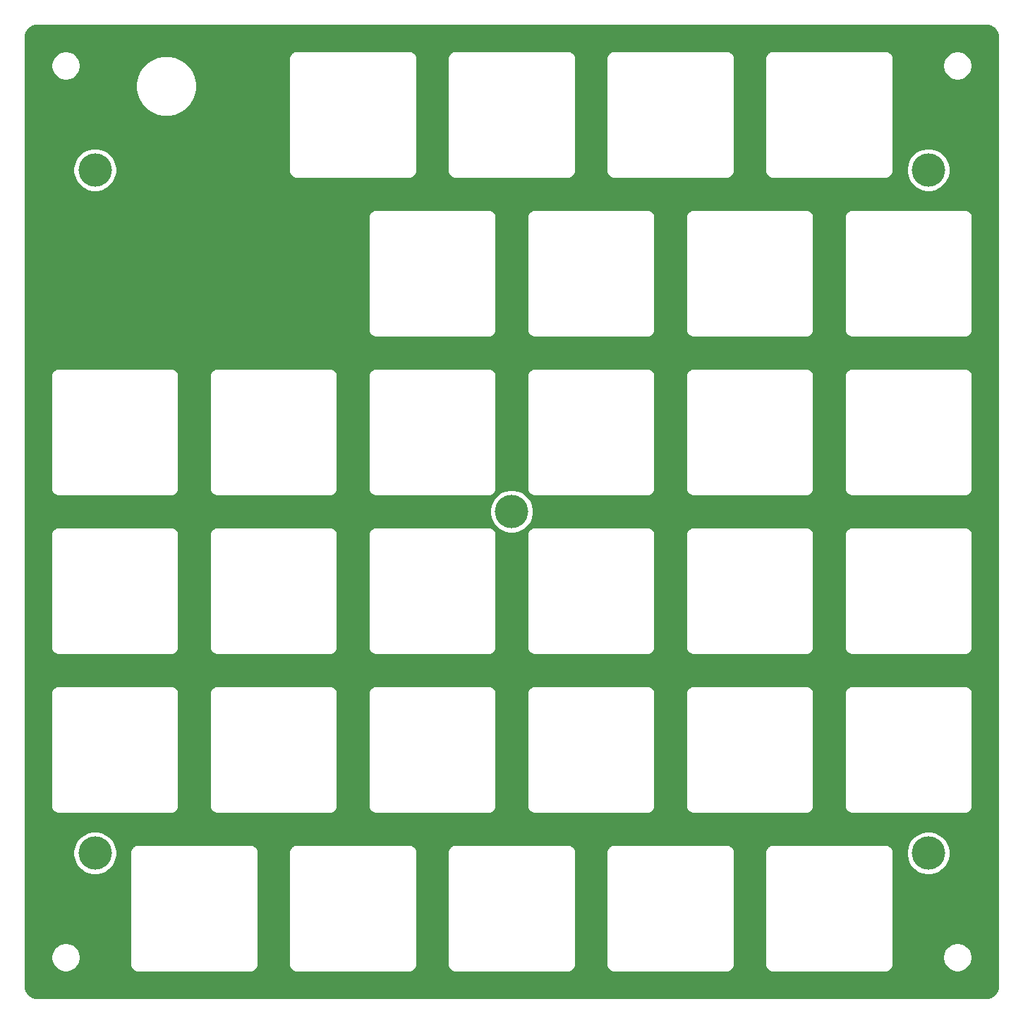
<source format=gbr>
%TF.GenerationSoftware,KiCad,Pcbnew,(5.1.9)-1*%
%TF.CreationDate,2021-05-21T21:10:51+09:00*%
%TF.ProjectId,topplate,746f7070-6c61-4746-952e-6b696361645f,1*%
%TF.SameCoordinates,Original*%
%TF.FileFunction,Copper,L1,Top*%
%TF.FilePolarity,Positive*%
%FSLAX46Y46*%
G04 Gerber Fmt 4.6, Leading zero omitted, Abs format (unit mm)*
G04 Created by KiCad (PCBNEW (5.1.9)-1) date 2021-05-21 21:10:51*
%MOMM*%
%LPD*%
G01*
G04 APERTURE LIST*
%TA.AperFunction,ComponentPad*%
%ADD10C,4.000000*%
%TD*%
%TA.AperFunction,NonConductor*%
%ADD11C,0.254000*%
%TD*%
%TA.AperFunction,NonConductor*%
%ADD12C,0.150000*%
%TD*%
G04 APERTURE END LIST*
D10*
%TO.P,HOLE5,*%
%TO.N,GND*%
X150000000Y-100000000D03*
%TD*%
%TO.P,HOLE4,*%
%TO.N,GND*%
X200000000Y-141000000D03*
%TD*%
%TO.P,HOLE3,*%
%TO.N,GND*%
X100000000Y-141000000D03*
%TD*%
%TO.P,HOLE2,*%
%TO.N,GND*%
X200000000Y-59000000D03*
%TD*%
%TO.P,HOLE1,*%
%TO.N,GND*%
X100000000Y-59000000D03*
%TD*%
D11*
X207259659Y-41688625D02*
X207509429Y-41764035D01*
X207739792Y-41886522D01*
X207941980Y-42051422D01*
X208108286Y-42252450D01*
X208232378Y-42481954D01*
X208309531Y-42731195D01*
X208340000Y-43021088D01*
X208340001Y-156967711D01*
X208311375Y-157259660D01*
X208235965Y-157509429D01*
X208113477Y-157739794D01*
X207948579Y-157941979D01*
X207747546Y-158108288D01*
X207518046Y-158232378D01*
X207268805Y-158309531D01*
X206978911Y-158340000D01*
X93032279Y-158340000D01*
X92740340Y-158311375D01*
X92490571Y-158235965D01*
X92260206Y-158113477D01*
X92058021Y-157948579D01*
X91891712Y-157747546D01*
X91767622Y-157518046D01*
X91690469Y-157268805D01*
X91660000Y-156978911D01*
X91660000Y-153325529D01*
X94728571Y-153325529D01*
X94728571Y-153674471D01*
X94796646Y-154016707D01*
X94930180Y-154339086D01*
X95124041Y-154629220D01*
X95370780Y-154875959D01*
X95660914Y-155069820D01*
X95983293Y-155203354D01*
X96325529Y-155271429D01*
X96674471Y-155271429D01*
X97016707Y-155203354D01*
X97339086Y-155069820D01*
X97629220Y-154875959D01*
X97875959Y-154629220D01*
X98069820Y-154339086D01*
X98203354Y-154016707D01*
X98271429Y-153674471D01*
X98271429Y-153325529D01*
X98203354Y-152983293D01*
X98069820Y-152660914D01*
X97875959Y-152370780D01*
X97629220Y-152124041D01*
X97339086Y-151930180D01*
X97016707Y-151796646D01*
X96674471Y-151728571D01*
X96325529Y-151728571D01*
X95983293Y-151796646D01*
X95660914Y-151930180D01*
X95370780Y-152124041D01*
X95124041Y-152370780D01*
X94930180Y-152660914D01*
X94796646Y-152983293D01*
X94728571Y-153325529D01*
X91660000Y-153325529D01*
X91660000Y-140740475D01*
X97365000Y-140740475D01*
X97365000Y-141259525D01*
X97466261Y-141768601D01*
X97664893Y-142248141D01*
X97953262Y-142679715D01*
X98320285Y-143046738D01*
X98751859Y-143335107D01*
X99231399Y-143533739D01*
X99740475Y-143635000D01*
X100259525Y-143635000D01*
X100768601Y-143533739D01*
X101248141Y-143335107D01*
X101679715Y-143046738D01*
X102046738Y-142679715D01*
X102335107Y-142248141D01*
X102533739Y-141768601D01*
X102635000Y-141259525D01*
X102635000Y-140890866D01*
X104205000Y-140890866D01*
X104205001Y-154359135D01*
X104207879Y-154388356D01*
X104207867Y-154390082D01*
X104208814Y-154399740D01*
X104211776Y-154427927D01*
X104215058Y-154461244D01*
X104216754Y-154466834D01*
X104227598Y-154519662D01*
X104239404Y-154581552D01*
X104242209Y-154590842D01*
X104259523Y-154646774D01*
X104283947Y-154704876D01*
X104307532Y-154763249D01*
X104312087Y-154771818D01*
X104339936Y-154823321D01*
X104375164Y-154875549D01*
X104409651Y-154928249D01*
X104415782Y-154935768D01*
X104415785Y-154935772D01*
X104415789Y-154935776D01*
X104453105Y-154980882D01*
X104497798Y-155025264D01*
X104541875Y-155070273D01*
X104549346Y-155076454D01*
X104549351Y-155076459D01*
X104549356Y-155076463D01*
X104594725Y-155113464D01*
X104647168Y-155148307D01*
X104699157Y-155183905D01*
X104707693Y-155188521D01*
X104759390Y-155216009D01*
X104817653Y-155240024D01*
X104875530Y-155264830D01*
X104884790Y-155267697D01*
X104884795Y-155267699D01*
X104884800Y-155267700D01*
X104940851Y-155284623D01*
X105002638Y-155296858D01*
X105062710Y-155309626D01*
X105063756Y-155309943D01*
X105069810Y-155310539D01*
X105073915Y-155310971D01*
X105132184Y-155316683D01*
X105132187Y-155316683D01*
X105165865Y-155320000D01*
X118634135Y-155320000D01*
X118663365Y-155317121D01*
X118665082Y-155317133D01*
X118674740Y-155316186D01*
X118702775Y-155313239D01*
X118736244Y-155309943D01*
X118741844Y-155308244D01*
X118794662Y-155297402D01*
X118856552Y-155285596D01*
X118865842Y-155282791D01*
X118921774Y-155265477D01*
X118979876Y-155241053D01*
X119038249Y-155217468D01*
X119046818Y-155212913D01*
X119098321Y-155185064D01*
X119150549Y-155149836D01*
X119203249Y-155115349D01*
X119210768Y-155109218D01*
X119210772Y-155109215D01*
X119210776Y-155109211D01*
X119255882Y-155071895D01*
X119300264Y-155027202D01*
X119345273Y-154983125D01*
X119351455Y-154975653D01*
X119351459Y-154975649D01*
X119351463Y-154975644D01*
X119388464Y-154930275D01*
X119423307Y-154877832D01*
X119458905Y-154825843D01*
X119463521Y-154817307D01*
X119491009Y-154765610D01*
X119515024Y-154707347D01*
X119539830Y-154649470D01*
X119542697Y-154640210D01*
X119542699Y-154640205D01*
X119542701Y-154640196D01*
X119559623Y-154584149D01*
X119571858Y-154522362D01*
X119584626Y-154462290D01*
X119584943Y-154461244D01*
X119585539Y-154455190D01*
X119585971Y-154451085D01*
X119591683Y-154392816D01*
X119591683Y-154392813D01*
X119595000Y-154359135D01*
X119595000Y-140890866D01*
X123255000Y-140890866D01*
X123255001Y-154359135D01*
X123257879Y-154388356D01*
X123257867Y-154390082D01*
X123258814Y-154399740D01*
X123261776Y-154427927D01*
X123265058Y-154461244D01*
X123266754Y-154466834D01*
X123277598Y-154519662D01*
X123289404Y-154581552D01*
X123292209Y-154590842D01*
X123309523Y-154646774D01*
X123333947Y-154704876D01*
X123357532Y-154763249D01*
X123362087Y-154771818D01*
X123389936Y-154823321D01*
X123425164Y-154875549D01*
X123459651Y-154928249D01*
X123465782Y-154935768D01*
X123465785Y-154935772D01*
X123465789Y-154935776D01*
X123503105Y-154980882D01*
X123547798Y-155025264D01*
X123591875Y-155070273D01*
X123599346Y-155076454D01*
X123599351Y-155076459D01*
X123599356Y-155076463D01*
X123644725Y-155113464D01*
X123697168Y-155148307D01*
X123749157Y-155183905D01*
X123757693Y-155188521D01*
X123809390Y-155216009D01*
X123867653Y-155240024D01*
X123925530Y-155264830D01*
X123934790Y-155267697D01*
X123934795Y-155267699D01*
X123934800Y-155267700D01*
X123990851Y-155284623D01*
X124052638Y-155296858D01*
X124112710Y-155309626D01*
X124113756Y-155309943D01*
X124119810Y-155310539D01*
X124123915Y-155310971D01*
X124182184Y-155316683D01*
X124182187Y-155316683D01*
X124215865Y-155320000D01*
X137684135Y-155320000D01*
X137713365Y-155317121D01*
X137715082Y-155317133D01*
X137724740Y-155316186D01*
X137752775Y-155313239D01*
X137786244Y-155309943D01*
X137791844Y-155308244D01*
X137844662Y-155297402D01*
X137906552Y-155285596D01*
X137915842Y-155282791D01*
X137971774Y-155265477D01*
X138029876Y-155241053D01*
X138088249Y-155217468D01*
X138096818Y-155212913D01*
X138148321Y-155185064D01*
X138200549Y-155149836D01*
X138253249Y-155115349D01*
X138260768Y-155109218D01*
X138260772Y-155109215D01*
X138260776Y-155109211D01*
X138305882Y-155071895D01*
X138350264Y-155027202D01*
X138395273Y-154983125D01*
X138401455Y-154975653D01*
X138401459Y-154975649D01*
X138401463Y-154975644D01*
X138438464Y-154930275D01*
X138473307Y-154877832D01*
X138508905Y-154825843D01*
X138513521Y-154817307D01*
X138541009Y-154765610D01*
X138565024Y-154707347D01*
X138589830Y-154649470D01*
X138592697Y-154640210D01*
X138592699Y-154640205D01*
X138592701Y-154640196D01*
X138609623Y-154584149D01*
X138621858Y-154522362D01*
X138634626Y-154462290D01*
X138634943Y-154461244D01*
X138635539Y-154455190D01*
X138635971Y-154451085D01*
X138641683Y-154392816D01*
X138641683Y-154392813D01*
X138645000Y-154359135D01*
X138645000Y-140890866D01*
X142305000Y-140890866D01*
X142305001Y-154359135D01*
X142307879Y-154388356D01*
X142307867Y-154390082D01*
X142308814Y-154399740D01*
X142311776Y-154427927D01*
X142315058Y-154461244D01*
X142316754Y-154466834D01*
X142327598Y-154519662D01*
X142339404Y-154581552D01*
X142342209Y-154590842D01*
X142359523Y-154646774D01*
X142383947Y-154704876D01*
X142407532Y-154763249D01*
X142412087Y-154771818D01*
X142439936Y-154823321D01*
X142475164Y-154875549D01*
X142509651Y-154928249D01*
X142515782Y-154935768D01*
X142515785Y-154935772D01*
X142515789Y-154935776D01*
X142553105Y-154980882D01*
X142597798Y-155025264D01*
X142641875Y-155070273D01*
X142649346Y-155076454D01*
X142649351Y-155076459D01*
X142649356Y-155076463D01*
X142694725Y-155113464D01*
X142747168Y-155148307D01*
X142799157Y-155183905D01*
X142807693Y-155188521D01*
X142859390Y-155216009D01*
X142917653Y-155240024D01*
X142975530Y-155264830D01*
X142984790Y-155267697D01*
X142984795Y-155267699D01*
X142984800Y-155267700D01*
X143040851Y-155284623D01*
X143102638Y-155296858D01*
X143162710Y-155309626D01*
X143163756Y-155309943D01*
X143169810Y-155310539D01*
X143173915Y-155310971D01*
X143232184Y-155316683D01*
X143232187Y-155316683D01*
X143265865Y-155320000D01*
X156734135Y-155320000D01*
X156763365Y-155317121D01*
X156765082Y-155317133D01*
X156774740Y-155316186D01*
X156802775Y-155313239D01*
X156836244Y-155309943D01*
X156841844Y-155308244D01*
X156894662Y-155297402D01*
X156956552Y-155285596D01*
X156965842Y-155282791D01*
X157021774Y-155265477D01*
X157079876Y-155241053D01*
X157138249Y-155217468D01*
X157146818Y-155212913D01*
X157198321Y-155185064D01*
X157250549Y-155149836D01*
X157303249Y-155115349D01*
X157310768Y-155109218D01*
X157310772Y-155109215D01*
X157310776Y-155109211D01*
X157355882Y-155071895D01*
X157400264Y-155027202D01*
X157445273Y-154983125D01*
X157451455Y-154975653D01*
X157451459Y-154975649D01*
X157451463Y-154975644D01*
X157488464Y-154930275D01*
X157523307Y-154877832D01*
X157558905Y-154825843D01*
X157563521Y-154817307D01*
X157591009Y-154765610D01*
X157615024Y-154707347D01*
X157639830Y-154649470D01*
X157642697Y-154640210D01*
X157642699Y-154640205D01*
X157642701Y-154640196D01*
X157659623Y-154584149D01*
X157671858Y-154522362D01*
X157684626Y-154462290D01*
X157684943Y-154461244D01*
X157685539Y-154455190D01*
X157685971Y-154451085D01*
X157691683Y-154392816D01*
X157691683Y-154392813D01*
X157695000Y-154359135D01*
X157695000Y-140890866D01*
X161355000Y-140890866D01*
X161355001Y-154359135D01*
X161357879Y-154388356D01*
X161357867Y-154390082D01*
X161358814Y-154399740D01*
X161361776Y-154427927D01*
X161365058Y-154461244D01*
X161366754Y-154466834D01*
X161377598Y-154519662D01*
X161389404Y-154581552D01*
X161392209Y-154590842D01*
X161409523Y-154646774D01*
X161433947Y-154704876D01*
X161457532Y-154763249D01*
X161462087Y-154771818D01*
X161489936Y-154823321D01*
X161525164Y-154875549D01*
X161559651Y-154928249D01*
X161565782Y-154935768D01*
X161565785Y-154935772D01*
X161565789Y-154935776D01*
X161603105Y-154980882D01*
X161647798Y-155025264D01*
X161691875Y-155070273D01*
X161699346Y-155076454D01*
X161699351Y-155076459D01*
X161699356Y-155076463D01*
X161744725Y-155113464D01*
X161797168Y-155148307D01*
X161849157Y-155183905D01*
X161857693Y-155188521D01*
X161909390Y-155216009D01*
X161967653Y-155240024D01*
X162025530Y-155264830D01*
X162034790Y-155267697D01*
X162034795Y-155267699D01*
X162034800Y-155267700D01*
X162090851Y-155284623D01*
X162152638Y-155296858D01*
X162212710Y-155309626D01*
X162213756Y-155309943D01*
X162219810Y-155310539D01*
X162223915Y-155310971D01*
X162282184Y-155316683D01*
X162282187Y-155316683D01*
X162315865Y-155320000D01*
X175784135Y-155320000D01*
X175813365Y-155317121D01*
X175815082Y-155317133D01*
X175824740Y-155316186D01*
X175852775Y-155313239D01*
X175886244Y-155309943D01*
X175891844Y-155308244D01*
X175944662Y-155297402D01*
X176006552Y-155285596D01*
X176015842Y-155282791D01*
X176071774Y-155265477D01*
X176129876Y-155241053D01*
X176188249Y-155217468D01*
X176196818Y-155212913D01*
X176248321Y-155185064D01*
X176300549Y-155149836D01*
X176353249Y-155115349D01*
X176360768Y-155109218D01*
X176360772Y-155109215D01*
X176360776Y-155109211D01*
X176405882Y-155071895D01*
X176450264Y-155027202D01*
X176495273Y-154983125D01*
X176501455Y-154975653D01*
X176501459Y-154975649D01*
X176501463Y-154975644D01*
X176538464Y-154930275D01*
X176573307Y-154877832D01*
X176608905Y-154825843D01*
X176613521Y-154817307D01*
X176641009Y-154765610D01*
X176665024Y-154707347D01*
X176689830Y-154649470D01*
X176692697Y-154640210D01*
X176692699Y-154640205D01*
X176692701Y-154640196D01*
X176709623Y-154584149D01*
X176721858Y-154522362D01*
X176734626Y-154462290D01*
X176734943Y-154461244D01*
X176735539Y-154455190D01*
X176735971Y-154451085D01*
X176741683Y-154392816D01*
X176741683Y-154392813D01*
X176745000Y-154359135D01*
X176745000Y-140890866D01*
X180405000Y-140890866D01*
X180405001Y-154359135D01*
X180407879Y-154388356D01*
X180407867Y-154390082D01*
X180408814Y-154399740D01*
X180411776Y-154427927D01*
X180415058Y-154461244D01*
X180416754Y-154466834D01*
X180427598Y-154519662D01*
X180439404Y-154581552D01*
X180442209Y-154590842D01*
X180459523Y-154646774D01*
X180483947Y-154704876D01*
X180507532Y-154763249D01*
X180512087Y-154771818D01*
X180539936Y-154823321D01*
X180575164Y-154875549D01*
X180609651Y-154928249D01*
X180615782Y-154935768D01*
X180615785Y-154935772D01*
X180615789Y-154935776D01*
X180653105Y-154980882D01*
X180697798Y-155025264D01*
X180741875Y-155070273D01*
X180749346Y-155076454D01*
X180749351Y-155076459D01*
X180749356Y-155076463D01*
X180794725Y-155113464D01*
X180847168Y-155148307D01*
X180899157Y-155183905D01*
X180907693Y-155188521D01*
X180959390Y-155216009D01*
X181017653Y-155240024D01*
X181075530Y-155264830D01*
X181084790Y-155267697D01*
X181084795Y-155267699D01*
X181084800Y-155267700D01*
X181140851Y-155284623D01*
X181202638Y-155296858D01*
X181262710Y-155309626D01*
X181263756Y-155309943D01*
X181269810Y-155310539D01*
X181273915Y-155310971D01*
X181332184Y-155316683D01*
X181332187Y-155316683D01*
X181365865Y-155320000D01*
X194834135Y-155320000D01*
X194863365Y-155317121D01*
X194865082Y-155317133D01*
X194874740Y-155316186D01*
X194902775Y-155313239D01*
X194936244Y-155309943D01*
X194941844Y-155308244D01*
X194994662Y-155297402D01*
X195056552Y-155285596D01*
X195065842Y-155282791D01*
X195121774Y-155265477D01*
X195179876Y-155241053D01*
X195238249Y-155217468D01*
X195246818Y-155212913D01*
X195298321Y-155185064D01*
X195350549Y-155149836D01*
X195403249Y-155115349D01*
X195410768Y-155109218D01*
X195410772Y-155109215D01*
X195410776Y-155109211D01*
X195455882Y-155071895D01*
X195500264Y-155027202D01*
X195545273Y-154983125D01*
X195551455Y-154975653D01*
X195551459Y-154975649D01*
X195551463Y-154975644D01*
X195588464Y-154930275D01*
X195623307Y-154877832D01*
X195658905Y-154825843D01*
X195663521Y-154817307D01*
X195691009Y-154765610D01*
X195715024Y-154707347D01*
X195739830Y-154649470D01*
X195742697Y-154640210D01*
X195742699Y-154640205D01*
X195742701Y-154640196D01*
X195759623Y-154584149D01*
X195771858Y-154522362D01*
X195784626Y-154462290D01*
X195784943Y-154461244D01*
X195785539Y-154455190D01*
X195785971Y-154451085D01*
X195791683Y-154392816D01*
X195791683Y-154392813D01*
X195795000Y-154359135D01*
X195795000Y-153325529D01*
X201728571Y-153325529D01*
X201728571Y-153674471D01*
X201796646Y-154016707D01*
X201930180Y-154339086D01*
X202124041Y-154629220D01*
X202370780Y-154875959D01*
X202660914Y-155069820D01*
X202983293Y-155203354D01*
X203325529Y-155271429D01*
X203674471Y-155271429D01*
X204016707Y-155203354D01*
X204339086Y-155069820D01*
X204629220Y-154875959D01*
X204875959Y-154629220D01*
X205069820Y-154339086D01*
X205203354Y-154016707D01*
X205271429Y-153674471D01*
X205271429Y-153325529D01*
X205203354Y-152983293D01*
X205069820Y-152660914D01*
X204875959Y-152370780D01*
X204629220Y-152124041D01*
X204339086Y-151930180D01*
X204016707Y-151796646D01*
X203674471Y-151728571D01*
X203325529Y-151728571D01*
X202983293Y-151796646D01*
X202660914Y-151930180D01*
X202370780Y-152124041D01*
X202124041Y-152370780D01*
X201930180Y-152660914D01*
X201796646Y-152983293D01*
X201728571Y-153325529D01*
X195795000Y-153325529D01*
X195795000Y-140890865D01*
X195792121Y-140861635D01*
X195792133Y-140859918D01*
X195791186Y-140850260D01*
X195788239Y-140822225D01*
X195784943Y-140788756D01*
X195783244Y-140783156D01*
X195774484Y-140740475D01*
X197365000Y-140740475D01*
X197365000Y-141259525D01*
X197466261Y-141768601D01*
X197664893Y-142248141D01*
X197953262Y-142679715D01*
X198320285Y-143046738D01*
X198751859Y-143335107D01*
X199231399Y-143533739D01*
X199740475Y-143635000D01*
X200259525Y-143635000D01*
X200768601Y-143533739D01*
X201248141Y-143335107D01*
X201679715Y-143046738D01*
X202046738Y-142679715D01*
X202335107Y-142248141D01*
X202533739Y-141768601D01*
X202635000Y-141259525D01*
X202635000Y-140740475D01*
X202533739Y-140231399D01*
X202335107Y-139751859D01*
X202046738Y-139320285D01*
X201679715Y-138953262D01*
X201248141Y-138664893D01*
X200768601Y-138466261D01*
X200259525Y-138365000D01*
X199740475Y-138365000D01*
X199231399Y-138466261D01*
X198751859Y-138664893D01*
X198320285Y-138953262D01*
X197953262Y-139320285D01*
X197664893Y-139751859D01*
X197466261Y-140231399D01*
X197365000Y-140740475D01*
X195774484Y-140740475D01*
X195772401Y-140730331D01*
X195760596Y-140668449D01*
X195757791Y-140659159D01*
X195740477Y-140603226D01*
X195716060Y-140545141D01*
X195692468Y-140486751D01*
X195687913Y-140478182D01*
X195660065Y-140426679D01*
X195624840Y-140374457D01*
X195590349Y-140321750D01*
X195584216Y-140314230D01*
X195546895Y-140269117D01*
X195502199Y-140224733D01*
X195458125Y-140179727D01*
X195450648Y-140173541D01*
X195405275Y-140136536D01*
X195352832Y-140101693D01*
X195300843Y-140066095D01*
X195292307Y-140061479D01*
X195240611Y-140033991D01*
X195182322Y-140009965D01*
X195124470Y-139985170D01*
X195115214Y-139982304D01*
X195115206Y-139982301D01*
X195115198Y-139982299D01*
X195059149Y-139965377D01*
X194997355Y-139953141D01*
X194937290Y-139940374D01*
X194936244Y-139940057D01*
X194930190Y-139939461D01*
X194926085Y-139939029D01*
X194867815Y-139933316D01*
X194867802Y-139933316D01*
X194834135Y-139930000D01*
X181365865Y-139930000D01*
X181336635Y-139932879D01*
X181334918Y-139932867D01*
X181325260Y-139933814D01*
X181297225Y-139936761D01*
X181263756Y-139940057D01*
X181258156Y-139941756D01*
X181205331Y-139952599D01*
X181143449Y-139964404D01*
X181134165Y-139967207D01*
X181134161Y-139967208D01*
X181134158Y-139967209D01*
X181134159Y-139967209D01*
X181078226Y-139984523D01*
X181020141Y-140008940D01*
X180961751Y-140032532D01*
X180953182Y-140037087D01*
X180901679Y-140064935D01*
X180849457Y-140100160D01*
X180796750Y-140134651D01*
X180789230Y-140140784D01*
X180744117Y-140178105D01*
X180699733Y-140222801D01*
X180654727Y-140266875D01*
X180648541Y-140274352D01*
X180611536Y-140319725D01*
X180576693Y-140372168D01*
X180541095Y-140424157D01*
X180536479Y-140432693D01*
X180508991Y-140484389D01*
X180484965Y-140542678D01*
X180460170Y-140600530D01*
X180457304Y-140609786D01*
X180457301Y-140609794D01*
X180457300Y-140609800D01*
X180440377Y-140665851D01*
X180428141Y-140727645D01*
X180415374Y-140787713D01*
X180415057Y-140788757D01*
X180414462Y-140794795D01*
X180414029Y-140798915D01*
X180408316Y-140857185D01*
X180408316Y-140857199D01*
X180405000Y-140890866D01*
X176745000Y-140890866D01*
X176745000Y-140890865D01*
X176742121Y-140861635D01*
X176742133Y-140859918D01*
X176741186Y-140850260D01*
X176738239Y-140822225D01*
X176734943Y-140788756D01*
X176733244Y-140783156D01*
X176722401Y-140730331D01*
X176710596Y-140668449D01*
X176707791Y-140659159D01*
X176690477Y-140603226D01*
X176666060Y-140545141D01*
X176642468Y-140486751D01*
X176637913Y-140478182D01*
X176610065Y-140426679D01*
X176574840Y-140374457D01*
X176540349Y-140321750D01*
X176534216Y-140314230D01*
X176496895Y-140269117D01*
X176452199Y-140224733D01*
X176408125Y-140179727D01*
X176400648Y-140173541D01*
X176355275Y-140136536D01*
X176302832Y-140101693D01*
X176250843Y-140066095D01*
X176242307Y-140061479D01*
X176190611Y-140033991D01*
X176132322Y-140009965D01*
X176074470Y-139985170D01*
X176065214Y-139982304D01*
X176065206Y-139982301D01*
X176065198Y-139982299D01*
X176009149Y-139965377D01*
X175947355Y-139953141D01*
X175887290Y-139940374D01*
X175886244Y-139940057D01*
X175880190Y-139939461D01*
X175876085Y-139939029D01*
X175817815Y-139933316D01*
X175817802Y-139933316D01*
X175784135Y-139930000D01*
X162315865Y-139930000D01*
X162286635Y-139932879D01*
X162284918Y-139932867D01*
X162275260Y-139933814D01*
X162247225Y-139936761D01*
X162213756Y-139940057D01*
X162208156Y-139941756D01*
X162155331Y-139952599D01*
X162093449Y-139964404D01*
X162084165Y-139967207D01*
X162084161Y-139967208D01*
X162084158Y-139967209D01*
X162084159Y-139967209D01*
X162028226Y-139984523D01*
X161970141Y-140008940D01*
X161911751Y-140032532D01*
X161903182Y-140037087D01*
X161851679Y-140064935D01*
X161799457Y-140100160D01*
X161746750Y-140134651D01*
X161739230Y-140140784D01*
X161694117Y-140178105D01*
X161649733Y-140222801D01*
X161604727Y-140266875D01*
X161598541Y-140274352D01*
X161561536Y-140319725D01*
X161526693Y-140372168D01*
X161491095Y-140424157D01*
X161486479Y-140432693D01*
X161458991Y-140484389D01*
X161434965Y-140542678D01*
X161410170Y-140600530D01*
X161407304Y-140609786D01*
X161407301Y-140609794D01*
X161407300Y-140609800D01*
X161390377Y-140665851D01*
X161378141Y-140727645D01*
X161365374Y-140787713D01*
X161365057Y-140788757D01*
X161364462Y-140794795D01*
X161364029Y-140798915D01*
X161358316Y-140857185D01*
X161358316Y-140857199D01*
X161355000Y-140890866D01*
X157695000Y-140890866D01*
X157695000Y-140890865D01*
X157692121Y-140861635D01*
X157692133Y-140859918D01*
X157691186Y-140850260D01*
X157688239Y-140822225D01*
X157684943Y-140788756D01*
X157683244Y-140783156D01*
X157672401Y-140730331D01*
X157660596Y-140668449D01*
X157657791Y-140659159D01*
X157640477Y-140603226D01*
X157616060Y-140545141D01*
X157592468Y-140486751D01*
X157587913Y-140478182D01*
X157560065Y-140426679D01*
X157524840Y-140374457D01*
X157490349Y-140321750D01*
X157484216Y-140314230D01*
X157446895Y-140269117D01*
X157402199Y-140224733D01*
X157358125Y-140179727D01*
X157350648Y-140173541D01*
X157305275Y-140136536D01*
X157252832Y-140101693D01*
X157200843Y-140066095D01*
X157192307Y-140061479D01*
X157140611Y-140033991D01*
X157082322Y-140009965D01*
X157024470Y-139985170D01*
X157015214Y-139982304D01*
X157015206Y-139982301D01*
X157015198Y-139982299D01*
X156959149Y-139965377D01*
X156897355Y-139953141D01*
X156837290Y-139940374D01*
X156836244Y-139940057D01*
X156830190Y-139939461D01*
X156826085Y-139939029D01*
X156767815Y-139933316D01*
X156767802Y-139933316D01*
X156734135Y-139930000D01*
X143265865Y-139930000D01*
X143236635Y-139932879D01*
X143234918Y-139932867D01*
X143225260Y-139933814D01*
X143197225Y-139936761D01*
X143163756Y-139940057D01*
X143158156Y-139941756D01*
X143105331Y-139952599D01*
X143043449Y-139964404D01*
X143034165Y-139967207D01*
X143034161Y-139967208D01*
X143034158Y-139967209D01*
X143034159Y-139967209D01*
X142978226Y-139984523D01*
X142920141Y-140008940D01*
X142861751Y-140032532D01*
X142853182Y-140037087D01*
X142801679Y-140064935D01*
X142749457Y-140100160D01*
X142696750Y-140134651D01*
X142689230Y-140140784D01*
X142644117Y-140178105D01*
X142599733Y-140222801D01*
X142554727Y-140266875D01*
X142548541Y-140274352D01*
X142511536Y-140319725D01*
X142476693Y-140372168D01*
X142441095Y-140424157D01*
X142436479Y-140432693D01*
X142408991Y-140484389D01*
X142384965Y-140542678D01*
X142360170Y-140600530D01*
X142357304Y-140609786D01*
X142357301Y-140609794D01*
X142357300Y-140609800D01*
X142340377Y-140665851D01*
X142328141Y-140727645D01*
X142315374Y-140787713D01*
X142315057Y-140788757D01*
X142314462Y-140794795D01*
X142314029Y-140798915D01*
X142308316Y-140857185D01*
X142308316Y-140857199D01*
X142305000Y-140890866D01*
X138645000Y-140890866D01*
X138645000Y-140890865D01*
X138642121Y-140861635D01*
X138642133Y-140859918D01*
X138641186Y-140850260D01*
X138638239Y-140822225D01*
X138634943Y-140788756D01*
X138633244Y-140783156D01*
X138622401Y-140730331D01*
X138610596Y-140668449D01*
X138607791Y-140659159D01*
X138590477Y-140603226D01*
X138566060Y-140545141D01*
X138542468Y-140486751D01*
X138537913Y-140478182D01*
X138510065Y-140426679D01*
X138474840Y-140374457D01*
X138440349Y-140321750D01*
X138434216Y-140314230D01*
X138396895Y-140269117D01*
X138352199Y-140224733D01*
X138308125Y-140179727D01*
X138300648Y-140173541D01*
X138255275Y-140136536D01*
X138202832Y-140101693D01*
X138150843Y-140066095D01*
X138142307Y-140061479D01*
X138090611Y-140033991D01*
X138032322Y-140009965D01*
X137974470Y-139985170D01*
X137965214Y-139982304D01*
X137965206Y-139982301D01*
X137965198Y-139982299D01*
X137909149Y-139965377D01*
X137847355Y-139953141D01*
X137787290Y-139940374D01*
X137786244Y-139940057D01*
X137780190Y-139939461D01*
X137776085Y-139939029D01*
X137717815Y-139933316D01*
X137717802Y-139933316D01*
X137684135Y-139930000D01*
X124215865Y-139930000D01*
X124186635Y-139932879D01*
X124184918Y-139932867D01*
X124175260Y-139933814D01*
X124147225Y-139936761D01*
X124113756Y-139940057D01*
X124108156Y-139941756D01*
X124055331Y-139952599D01*
X123993449Y-139964404D01*
X123984165Y-139967207D01*
X123984161Y-139967208D01*
X123984158Y-139967209D01*
X123984159Y-139967209D01*
X123928226Y-139984523D01*
X123870141Y-140008940D01*
X123811751Y-140032532D01*
X123803182Y-140037087D01*
X123751679Y-140064935D01*
X123699457Y-140100160D01*
X123646750Y-140134651D01*
X123639230Y-140140784D01*
X123594117Y-140178105D01*
X123549733Y-140222801D01*
X123504727Y-140266875D01*
X123498541Y-140274352D01*
X123461536Y-140319725D01*
X123426693Y-140372168D01*
X123391095Y-140424157D01*
X123386479Y-140432693D01*
X123358991Y-140484389D01*
X123334965Y-140542678D01*
X123310170Y-140600530D01*
X123307304Y-140609786D01*
X123307301Y-140609794D01*
X123307300Y-140609800D01*
X123290377Y-140665851D01*
X123278141Y-140727645D01*
X123265374Y-140787713D01*
X123265057Y-140788757D01*
X123264462Y-140794795D01*
X123264029Y-140798915D01*
X123258316Y-140857185D01*
X123258316Y-140857199D01*
X123255000Y-140890866D01*
X119595000Y-140890866D01*
X119595000Y-140890865D01*
X119592121Y-140861635D01*
X119592133Y-140859918D01*
X119591186Y-140850260D01*
X119588239Y-140822225D01*
X119584943Y-140788756D01*
X119583244Y-140783156D01*
X119572401Y-140730331D01*
X119560596Y-140668449D01*
X119557791Y-140659159D01*
X119540477Y-140603226D01*
X119516060Y-140545141D01*
X119492468Y-140486751D01*
X119487913Y-140478182D01*
X119460065Y-140426679D01*
X119424840Y-140374457D01*
X119390349Y-140321750D01*
X119384216Y-140314230D01*
X119346895Y-140269117D01*
X119302199Y-140224733D01*
X119258125Y-140179727D01*
X119250648Y-140173541D01*
X119205275Y-140136536D01*
X119152832Y-140101693D01*
X119100843Y-140066095D01*
X119092307Y-140061479D01*
X119040611Y-140033991D01*
X118982322Y-140009965D01*
X118924470Y-139985170D01*
X118915214Y-139982304D01*
X118915206Y-139982301D01*
X118915198Y-139982299D01*
X118859149Y-139965377D01*
X118797355Y-139953141D01*
X118737290Y-139940374D01*
X118736244Y-139940057D01*
X118730190Y-139939461D01*
X118726085Y-139939029D01*
X118667815Y-139933316D01*
X118667802Y-139933316D01*
X118634135Y-139930000D01*
X105165865Y-139930000D01*
X105136635Y-139932879D01*
X105134918Y-139932867D01*
X105125260Y-139933814D01*
X105097225Y-139936761D01*
X105063756Y-139940057D01*
X105058156Y-139941756D01*
X105005331Y-139952599D01*
X104943449Y-139964404D01*
X104934165Y-139967207D01*
X104934161Y-139967208D01*
X104934158Y-139967209D01*
X104934159Y-139967209D01*
X104878226Y-139984523D01*
X104820141Y-140008940D01*
X104761751Y-140032532D01*
X104753182Y-140037087D01*
X104701679Y-140064935D01*
X104649457Y-140100160D01*
X104596750Y-140134651D01*
X104589230Y-140140784D01*
X104544117Y-140178105D01*
X104499733Y-140222801D01*
X104454727Y-140266875D01*
X104448541Y-140274352D01*
X104411536Y-140319725D01*
X104376693Y-140372168D01*
X104341095Y-140424157D01*
X104336479Y-140432693D01*
X104308991Y-140484389D01*
X104284965Y-140542678D01*
X104260170Y-140600530D01*
X104257304Y-140609786D01*
X104257301Y-140609794D01*
X104257300Y-140609800D01*
X104240377Y-140665851D01*
X104228141Y-140727645D01*
X104215374Y-140787713D01*
X104215057Y-140788757D01*
X104214462Y-140794795D01*
X104214029Y-140798915D01*
X104208316Y-140857185D01*
X104208316Y-140857199D01*
X104205000Y-140890866D01*
X102635000Y-140890866D01*
X102635000Y-140740475D01*
X102533739Y-140231399D01*
X102335107Y-139751859D01*
X102046738Y-139320285D01*
X101679715Y-138953262D01*
X101248141Y-138664893D01*
X100768601Y-138466261D01*
X100259525Y-138365000D01*
X99740475Y-138365000D01*
X99231399Y-138466261D01*
X98751859Y-138664893D01*
X98320285Y-138953262D01*
X97953262Y-139320285D01*
X97664893Y-139751859D01*
X97466261Y-140231399D01*
X97365000Y-140740475D01*
X91660000Y-140740475D01*
X91660000Y-121840866D01*
X94680000Y-121840866D01*
X94680001Y-135309135D01*
X94682879Y-135338356D01*
X94682867Y-135340082D01*
X94683814Y-135349740D01*
X94686776Y-135377927D01*
X94690058Y-135411244D01*
X94691754Y-135416834D01*
X94702598Y-135469662D01*
X94714404Y-135531552D01*
X94717209Y-135540842D01*
X94734523Y-135596774D01*
X94758947Y-135654876D01*
X94782532Y-135713249D01*
X94787087Y-135721818D01*
X94814936Y-135773321D01*
X94850164Y-135825549D01*
X94884651Y-135878249D01*
X94890782Y-135885768D01*
X94890785Y-135885772D01*
X94890789Y-135885776D01*
X94928105Y-135930882D01*
X94972798Y-135975264D01*
X95016875Y-136020273D01*
X95024346Y-136026454D01*
X95024351Y-136026459D01*
X95024356Y-136026463D01*
X95069725Y-136063464D01*
X95122168Y-136098307D01*
X95174157Y-136133905D01*
X95182693Y-136138521D01*
X95234390Y-136166009D01*
X95292653Y-136190024D01*
X95350530Y-136214830D01*
X95359790Y-136217697D01*
X95359795Y-136217699D01*
X95359800Y-136217700D01*
X95415851Y-136234623D01*
X95477638Y-136246858D01*
X95537710Y-136259626D01*
X95538756Y-136259943D01*
X95544810Y-136260539D01*
X95548915Y-136260971D01*
X95607184Y-136266683D01*
X95607187Y-136266683D01*
X95640865Y-136270000D01*
X109109135Y-136270000D01*
X109138365Y-136267121D01*
X109140082Y-136267133D01*
X109149740Y-136266186D01*
X109177775Y-136263239D01*
X109211244Y-136259943D01*
X109216844Y-136258244D01*
X109269662Y-136247402D01*
X109331552Y-136235596D01*
X109340842Y-136232791D01*
X109396774Y-136215477D01*
X109454876Y-136191053D01*
X109513249Y-136167468D01*
X109521818Y-136162913D01*
X109573321Y-136135064D01*
X109625549Y-136099836D01*
X109678249Y-136065349D01*
X109685768Y-136059218D01*
X109685772Y-136059215D01*
X109685776Y-136059211D01*
X109730882Y-136021895D01*
X109775264Y-135977202D01*
X109820273Y-135933125D01*
X109826455Y-135925653D01*
X109826459Y-135925649D01*
X109826463Y-135925644D01*
X109863464Y-135880275D01*
X109898307Y-135827832D01*
X109933905Y-135775843D01*
X109938521Y-135767307D01*
X109966009Y-135715610D01*
X109990024Y-135657347D01*
X110014830Y-135599470D01*
X110017697Y-135590210D01*
X110017699Y-135590205D01*
X110017701Y-135590196D01*
X110034623Y-135534149D01*
X110046858Y-135472362D01*
X110059626Y-135412290D01*
X110059943Y-135411244D01*
X110060539Y-135405190D01*
X110060971Y-135401085D01*
X110066683Y-135342816D01*
X110066683Y-135342813D01*
X110070000Y-135309135D01*
X110070000Y-121840866D01*
X113730000Y-121840866D01*
X113730001Y-135309135D01*
X113732879Y-135338356D01*
X113732867Y-135340082D01*
X113733814Y-135349740D01*
X113736776Y-135377927D01*
X113740058Y-135411244D01*
X113741754Y-135416834D01*
X113752598Y-135469662D01*
X113764404Y-135531552D01*
X113767209Y-135540842D01*
X113784523Y-135596774D01*
X113808947Y-135654876D01*
X113832532Y-135713249D01*
X113837087Y-135721818D01*
X113864936Y-135773321D01*
X113900164Y-135825549D01*
X113934651Y-135878249D01*
X113940782Y-135885768D01*
X113940785Y-135885772D01*
X113940789Y-135885776D01*
X113978105Y-135930882D01*
X114022798Y-135975264D01*
X114066875Y-136020273D01*
X114074346Y-136026454D01*
X114074351Y-136026459D01*
X114074356Y-136026463D01*
X114119725Y-136063464D01*
X114172168Y-136098307D01*
X114224157Y-136133905D01*
X114232693Y-136138521D01*
X114284390Y-136166009D01*
X114342653Y-136190024D01*
X114400530Y-136214830D01*
X114409790Y-136217697D01*
X114409795Y-136217699D01*
X114409800Y-136217700D01*
X114465851Y-136234623D01*
X114527638Y-136246858D01*
X114587710Y-136259626D01*
X114588756Y-136259943D01*
X114594810Y-136260539D01*
X114598915Y-136260971D01*
X114657184Y-136266683D01*
X114657187Y-136266683D01*
X114690865Y-136270000D01*
X128159135Y-136270000D01*
X128188365Y-136267121D01*
X128190082Y-136267133D01*
X128199740Y-136266186D01*
X128227775Y-136263239D01*
X128261244Y-136259943D01*
X128266844Y-136258244D01*
X128319662Y-136247402D01*
X128381552Y-136235596D01*
X128390842Y-136232791D01*
X128446774Y-136215477D01*
X128504876Y-136191053D01*
X128563249Y-136167468D01*
X128571818Y-136162913D01*
X128623321Y-136135064D01*
X128675549Y-136099836D01*
X128728249Y-136065349D01*
X128735768Y-136059218D01*
X128735772Y-136059215D01*
X128735776Y-136059211D01*
X128780882Y-136021895D01*
X128825264Y-135977202D01*
X128870273Y-135933125D01*
X128876455Y-135925653D01*
X128876459Y-135925649D01*
X128876463Y-135925644D01*
X128913464Y-135880275D01*
X128948307Y-135827832D01*
X128983905Y-135775843D01*
X128988521Y-135767307D01*
X129016009Y-135715610D01*
X129040024Y-135657347D01*
X129064830Y-135599470D01*
X129067697Y-135590210D01*
X129067699Y-135590205D01*
X129067701Y-135590196D01*
X129084623Y-135534149D01*
X129096858Y-135472362D01*
X129109626Y-135412290D01*
X129109943Y-135411244D01*
X129110539Y-135405190D01*
X129110971Y-135401085D01*
X129116683Y-135342816D01*
X129116683Y-135342813D01*
X129120000Y-135309135D01*
X129120000Y-121840866D01*
X132780000Y-121840866D01*
X132780001Y-135309135D01*
X132782879Y-135338356D01*
X132782867Y-135340082D01*
X132783814Y-135349740D01*
X132786776Y-135377927D01*
X132790058Y-135411244D01*
X132791754Y-135416834D01*
X132802598Y-135469662D01*
X132814404Y-135531552D01*
X132817209Y-135540842D01*
X132834523Y-135596774D01*
X132858947Y-135654876D01*
X132882532Y-135713249D01*
X132887087Y-135721818D01*
X132914936Y-135773321D01*
X132950164Y-135825549D01*
X132984651Y-135878249D01*
X132990782Y-135885768D01*
X132990785Y-135885772D01*
X132990789Y-135885776D01*
X133028105Y-135930882D01*
X133072798Y-135975264D01*
X133116875Y-136020273D01*
X133124346Y-136026454D01*
X133124351Y-136026459D01*
X133124356Y-136026463D01*
X133169725Y-136063464D01*
X133222168Y-136098307D01*
X133274157Y-136133905D01*
X133282693Y-136138521D01*
X133334390Y-136166009D01*
X133392653Y-136190024D01*
X133450530Y-136214830D01*
X133459790Y-136217697D01*
X133459795Y-136217699D01*
X133459800Y-136217700D01*
X133515851Y-136234623D01*
X133577638Y-136246858D01*
X133637710Y-136259626D01*
X133638756Y-136259943D01*
X133644810Y-136260539D01*
X133648915Y-136260971D01*
X133707184Y-136266683D01*
X133707187Y-136266683D01*
X133740865Y-136270000D01*
X147209135Y-136270000D01*
X147238365Y-136267121D01*
X147240082Y-136267133D01*
X147249740Y-136266186D01*
X147277775Y-136263239D01*
X147311244Y-136259943D01*
X147316844Y-136258244D01*
X147369662Y-136247402D01*
X147431552Y-136235596D01*
X147440842Y-136232791D01*
X147496774Y-136215477D01*
X147554876Y-136191053D01*
X147613249Y-136167468D01*
X147621818Y-136162913D01*
X147673321Y-136135064D01*
X147725549Y-136099836D01*
X147778249Y-136065349D01*
X147785768Y-136059218D01*
X147785772Y-136059215D01*
X147785776Y-136059211D01*
X147830882Y-136021895D01*
X147875264Y-135977202D01*
X147920273Y-135933125D01*
X147926455Y-135925653D01*
X147926459Y-135925649D01*
X147926463Y-135925644D01*
X147963464Y-135880275D01*
X147998307Y-135827832D01*
X148033905Y-135775843D01*
X148038521Y-135767307D01*
X148066009Y-135715610D01*
X148090024Y-135657347D01*
X148114830Y-135599470D01*
X148117697Y-135590210D01*
X148117699Y-135590205D01*
X148117701Y-135590196D01*
X148134623Y-135534149D01*
X148146858Y-135472362D01*
X148159626Y-135412290D01*
X148159943Y-135411244D01*
X148160539Y-135405190D01*
X148160971Y-135401085D01*
X148166683Y-135342816D01*
X148166683Y-135342813D01*
X148170000Y-135309135D01*
X148170000Y-121840866D01*
X151830000Y-121840866D01*
X151830001Y-135309135D01*
X151832879Y-135338356D01*
X151832867Y-135340082D01*
X151833814Y-135349740D01*
X151836776Y-135377927D01*
X151840058Y-135411244D01*
X151841754Y-135416834D01*
X151852598Y-135469662D01*
X151864404Y-135531552D01*
X151867209Y-135540842D01*
X151884523Y-135596774D01*
X151908947Y-135654876D01*
X151932532Y-135713249D01*
X151937087Y-135721818D01*
X151964936Y-135773321D01*
X152000164Y-135825549D01*
X152034651Y-135878249D01*
X152040782Y-135885768D01*
X152040785Y-135885772D01*
X152040789Y-135885776D01*
X152078105Y-135930882D01*
X152122798Y-135975264D01*
X152166875Y-136020273D01*
X152174346Y-136026454D01*
X152174351Y-136026459D01*
X152174356Y-136026463D01*
X152219725Y-136063464D01*
X152272168Y-136098307D01*
X152324157Y-136133905D01*
X152332693Y-136138521D01*
X152384390Y-136166009D01*
X152442653Y-136190024D01*
X152500530Y-136214830D01*
X152509790Y-136217697D01*
X152509795Y-136217699D01*
X152509800Y-136217700D01*
X152565851Y-136234623D01*
X152627638Y-136246858D01*
X152687710Y-136259626D01*
X152688756Y-136259943D01*
X152694810Y-136260539D01*
X152698915Y-136260971D01*
X152757184Y-136266683D01*
X152757187Y-136266683D01*
X152790865Y-136270000D01*
X166259135Y-136270000D01*
X166288365Y-136267121D01*
X166290082Y-136267133D01*
X166299740Y-136266186D01*
X166327775Y-136263239D01*
X166361244Y-136259943D01*
X166366844Y-136258244D01*
X166419662Y-136247402D01*
X166481552Y-136235596D01*
X166490842Y-136232791D01*
X166546774Y-136215477D01*
X166604876Y-136191053D01*
X166663249Y-136167468D01*
X166671818Y-136162913D01*
X166723321Y-136135064D01*
X166775549Y-136099836D01*
X166828249Y-136065349D01*
X166835768Y-136059218D01*
X166835772Y-136059215D01*
X166835776Y-136059211D01*
X166880882Y-136021895D01*
X166925264Y-135977202D01*
X166970273Y-135933125D01*
X166976455Y-135925653D01*
X166976459Y-135925649D01*
X166976463Y-135925644D01*
X167013464Y-135880275D01*
X167048307Y-135827832D01*
X167083905Y-135775843D01*
X167088521Y-135767307D01*
X167116009Y-135715610D01*
X167140024Y-135657347D01*
X167164830Y-135599470D01*
X167167697Y-135590210D01*
X167167699Y-135590205D01*
X167167701Y-135590196D01*
X167184623Y-135534149D01*
X167196858Y-135472362D01*
X167209626Y-135412290D01*
X167209943Y-135411244D01*
X167210539Y-135405190D01*
X167210971Y-135401085D01*
X167216683Y-135342816D01*
X167216683Y-135342813D01*
X167220000Y-135309135D01*
X167220000Y-121840866D01*
X170880000Y-121840866D01*
X170880001Y-135309135D01*
X170882879Y-135338356D01*
X170882867Y-135340082D01*
X170883814Y-135349740D01*
X170886776Y-135377927D01*
X170890058Y-135411244D01*
X170891754Y-135416834D01*
X170902598Y-135469662D01*
X170914404Y-135531552D01*
X170917209Y-135540842D01*
X170934523Y-135596774D01*
X170958947Y-135654876D01*
X170982532Y-135713249D01*
X170987087Y-135721818D01*
X171014936Y-135773321D01*
X171050164Y-135825549D01*
X171084651Y-135878249D01*
X171090782Y-135885768D01*
X171090785Y-135885772D01*
X171090789Y-135885776D01*
X171128105Y-135930882D01*
X171172798Y-135975264D01*
X171216875Y-136020273D01*
X171224346Y-136026454D01*
X171224351Y-136026459D01*
X171224356Y-136026463D01*
X171269725Y-136063464D01*
X171322168Y-136098307D01*
X171374157Y-136133905D01*
X171382693Y-136138521D01*
X171434390Y-136166009D01*
X171492653Y-136190024D01*
X171550530Y-136214830D01*
X171559790Y-136217697D01*
X171559795Y-136217699D01*
X171559800Y-136217700D01*
X171615851Y-136234623D01*
X171677638Y-136246858D01*
X171737710Y-136259626D01*
X171738756Y-136259943D01*
X171744810Y-136260539D01*
X171748915Y-136260971D01*
X171807184Y-136266683D01*
X171807187Y-136266683D01*
X171840865Y-136270000D01*
X185309135Y-136270000D01*
X185338365Y-136267121D01*
X185340082Y-136267133D01*
X185349740Y-136266186D01*
X185377775Y-136263239D01*
X185411244Y-136259943D01*
X185416844Y-136258244D01*
X185469662Y-136247402D01*
X185531552Y-136235596D01*
X185540842Y-136232791D01*
X185596774Y-136215477D01*
X185654876Y-136191053D01*
X185713249Y-136167468D01*
X185721818Y-136162913D01*
X185773321Y-136135064D01*
X185825549Y-136099836D01*
X185878249Y-136065349D01*
X185885768Y-136059218D01*
X185885772Y-136059215D01*
X185885776Y-136059211D01*
X185930882Y-136021895D01*
X185975264Y-135977202D01*
X186020273Y-135933125D01*
X186026455Y-135925653D01*
X186026459Y-135925649D01*
X186026463Y-135925644D01*
X186063464Y-135880275D01*
X186098307Y-135827832D01*
X186133905Y-135775843D01*
X186138521Y-135767307D01*
X186166009Y-135715610D01*
X186190024Y-135657347D01*
X186214830Y-135599470D01*
X186217697Y-135590210D01*
X186217699Y-135590205D01*
X186217701Y-135590196D01*
X186234623Y-135534149D01*
X186246858Y-135472362D01*
X186259626Y-135412290D01*
X186259943Y-135411244D01*
X186260539Y-135405190D01*
X186260971Y-135401085D01*
X186266683Y-135342816D01*
X186266683Y-135342813D01*
X186270000Y-135309135D01*
X186270000Y-121840866D01*
X189930000Y-121840866D01*
X189930001Y-135309135D01*
X189932879Y-135338356D01*
X189932867Y-135340082D01*
X189933814Y-135349740D01*
X189936776Y-135377927D01*
X189940058Y-135411244D01*
X189941754Y-135416834D01*
X189952598Y-135469662D01*
X189964404Y-135531552D01*
X189967209Y-135540842D01*
X189984523Y-135596774D01*
X190008947Y-135654876D01*
X190032532Y-135713249D01*
X190037087Y-135721818D01*
X190064936Y-135773321D01*
X190100164Y-135825549D01*
X190134651Y-135878249D01*
X190140782Y-135885768D01*
X190140785Y-135885772D01*
X190140789Y-135885776D01*
X190178105Y-135930882D01*
X190222798Y-135975264D01*
X190266875Y-136020273D01*
X190274346Y-136026454D01*
X190274351Y-136026459D01*
X190274356Y-136026463D01*
X190319725Y-136063464D01*
X190372168Y-136098307D01*
X190424157Y-136133905D01*
X190432693Y-136138521D01*
X190484390Y-136166009D01*
X190542653Y-136190024D01*
X190600530Y-136214830D01*
X190609790Y-136217697D01*
X190609795Y-136217699D01*
X190609800Y-136217700D01*
X190665851Y-136234623D01*
X190727638Y-136246858D01*
X190787710Y-136259626D01*
X190788756Y-136259943D01*
X190794810Y-136260539D01*
X190798915Y-136260971D01*
X190857184Y-136266683D01*
X190857187Y-136266683D01*
X190890865Y-136270000D01*
X204359135Y-136270000D01*
X204388365Y-136267121D01*
X204390082Y-136267133D01*
X204399740Y-136266186D01*
X204427775Y-136263239D01*
X204461244Y-136259943D01*
X204466844Y-136258244D01*
X204519662Y-136247402D01*
X204581552Y-136235596D01*
X204590842Y-136232791D01*
X204646774Y-136215477D01*
X204704876Y-136191053D01*
X204763249Y-136167468D01*
X204771818Y-136162913D01*
X204823321Y-136135064D01*
X204875549Y-136099836D01*
X204928249Y-136065349D01*
X204935768Y-136059218D01*
X204935772Y-136059215D01*
X204935776Y-136059211D01*
X204980882Y-136021895D01*
X205025264Y-135977202D01*
X205070273Y-135933125D01*
X205076455Y-135925653D01*
X205076459Y-135925649D01*
X205076463Y-135925644D01*
X205113464Y-135880275D01*
X205148307Y-135827832D01*
X205183905Y-135775843D01*
X205188521Y-135767307D01*
X205216009Y-135715610D01*
X205240024Y-135657347D01*
X205264830Y-135599470D01*
X205267697Y-135590210D01*
X205267699Y-135590205D01*
X205267701Y-135590196D01*
X205284623Y-135534149D01*
X205296858Y-135472362D01*
X205309626Y-135412290D01*
X205309943Y-135411244D01*
X205310539Y-135405190D01*
X205310971Y-135401085D01*
X205316683Y-135342816D01*
X205316683Y-135342813D01*
X205320000Y-135309135D01*
X205320000Y-121840865D01*
X205317121Y-121811635D01*
X205317133Y-121809918D01*
X205316186Y-121800260D01*
X205313239Y-121772225D01*
X205309943Y-121738756D01*
X205308244Y-121733156D01*
X205297401Y-121680331D01*
X205285596Y-121618449D01*
X205282791Y-121609159D01*
X205265477Y-121553226D01*
X205241060Y-121495141D01*
X205217468Y-121436751D01*
X205212913Y-121428182D01*
X205185065Y-121376679D01*
X205149840Y-121324457D01*
X205115349Y-121271750D01*
X205109216Y-121264230D01*
X205071895Y-121219117D01*
X205027199Y-121174733D01*
X204983125Y-121129727D01*
X204975648Y-121123541D01*
X204930275Y-121086536D01*
X204877832Y-121051693D01*
X204825843Y-121016095D01*
X204817307Y-121011479D01*
X204765611Y-120983991D01*
X204707322Y-120959965D01*
X204649470Y-120935170D01*
X204640214Y-120932304D01*
X204640206Y-120932301D01*
X204640198Y-120932299D01*
X204584149Y-120915377D01*
X204522355Y-120903141D01*
X204462290Y-120890374D01*
X204461244Y-120890057D01*
X204455190Y-120889461D01*
X204451085Y-120889029D01*
X204392815Y-120883316D01*
X204392802Y-120883316D01*
X204359135Y-120880000D01*
X190890865Y-120880000D01*
X190861635Y-120882879D01*
X190859918Y-120882867D01*
X190850260Y-120883814D01*
X190822225Y-120886761D01*
X190788756Y-120890057D01*
X190783156Y-120891756D01*
X190730331Y-120902599D01*
X190668449Y-120914404D01*
X190659165Y-120917207D01*
X190659161Y-120917208D01*
X190659158Y-120917209D01*
X190659159Y-120917209D01*
X190603226Y-120934523D01*
X190545141Y-120958940D01*
X190486751Y-120982532D01*
X190478182Y-120987087D01*
X190426679Y-121014935D01*
X190374457Y-121050160D01*
X190321750Y-121084651D01*
X190314230Y-121090784D01*
X190269117Y-121128105D01*
X190224733Y-121172801D01*
X190179727Y-121216875D01*
X190173541Y-121224352D01*
X190136536Y-121269725D01*
X190101693Y-121322168D01*
X190066095Y-121374157D01*
X190061479Y-121382693D01*
X190033991Y-121434389D01*
X190009965Y-121492678D01*
X189985170Y-121550530D01*
X189982304Y-121559786D01*
X189982301Y-121559794D01*
X189982300Y-121559800D01*
X189965377Y-121615851D01*
X189953141Y-121677645D01*
X189940374Y-121737713D01*
X189940057Y-121738757D01*
X189939462Y-121744795D01*
X189939029Y-121748915D01*
X189933316Y-121807185D01*
X189933316Y-121807199D01*
X189930000Y-121840866D01*
X186270000Y-121840866D01*
X186270000Y-121840865D01*
X186267121Y-121811635D01*
X186267133Y-121809918D01*
X186266186Y-121800260D01*
X186263239Y-121772225D01*
X186259943Y-121738756D01*
X186258244Y-121733156D01*
X186247401Y-121680331D01*
X186235596Y-121618449D01*
X186232791Y-121609159D01*
X186215477Y-121553226D01*
X186191060Y-121495141D01*
X186167468Y-121436751D01*
X186162913Y-121428182D01*
X186135065Y-121376679D01*
X186099840Y-121324457D01*
X186065349Y-121271750D01*
X186059216Y-121264230D01*
X186021895Y-121219117D01*
X185977199Y-121174733D01*
X185933125Y-121129727D01*
X185925648Y-121123541D01*
X185880275Y-121086536D01*
X185827832Y-121051693D01*
X185775843Y-121016095D01*
X185767307Y-121011479D01*
X185715611Y-120983991D01*
X185657322Y-120959965D01*
X185599470Y-120935170D01*
X185590214Y-120932304D01*
X185590206Y-120932301D01*
X185590198Y-120932299D01*
X185534149Y-120915377D01*
X185472355Y-120903141D01*
X185412290Y-120890374D01*
X185411244Y-120890057D01*
X185405190Y-120889461D01*
X185401085Y-120889029D01*
X185342815Y-120883316D01*
X185342802Y-120883316D01*
X185309135Y-120880000D01*
X171840865Y-120880000D01*
X171811635Y-120882879D01*
X171809918Y-120882867D01*
X171800260Y-120883814D01*
X171772225Y-120886761D01*
X171738756Y-120890057D01*
X171733156Y-120891756D01*
X171680331Y-120902599D01*
X171618449Y-120914404D01*
X171609165Y-120917207D01*
X171609161Y-120917208D01*
X171609158Y-120917209D01*
X171609159Y-120917209D01*
X171553226Y-120934523D01*
X171495141Y-120958940D01*
X171436751Y-120982532D01*
X171428182Y-120987087D01*
X171376679Y-121014935D01*
X171324457Y-121050160D01*
X171271750Y-121084651D01*
X171264230Y-121090784D01*
X171219117Y-121128105D01*
X171174733Y-121172801D01*
X171129727Y-121216875D01*
X171123541Y-121224352D01*
X171086536Y-121269725D01*
X171051693Y-121322168D01*
X171016095Y-121374157D01*
X171011479Y-121382693D01*
X170983991Y-121434389D01*
X170959965Y-121492678D01*
X170935170Y-121550530D01*
X170932304Y-121559786D01*
X170932301Y-121559794D01*
X170932300Y-121559800D01*
X170915377Y-121615851D01*
X170903141Y-121677645D01*
X170890374Y-121737713D01*
X170890057Y-121738757D01*
X170889462Y-121744795D01*
X170889029Y-121748915D01*
X170883316Y-121807185D01*
X170883316Y-121807199D01*
X170880000Y-121840866D01*
X167220000Y-121840866D01*
X167220000Y-121840865D01*
X167217121Y-121811635D01*
X167217133Y-121809918D01*
X167216186Y-121800260D01*
X167213239Y-121772225D01*
X167209943Y-121738756D01*
X167208244Y-121733156D01*
X167197401Y-121680331D01*
X167185596Y-121618449D01*
X167182791Y-121609159D01*
X167165477Y-121553226D01*
X167141060Y-121495141D01*
X167117468Y-121436751D01*
X167112913Y-121428182D01*
X167085065Y-121376679D01*
X167049840Y-121324457D01*
X167015349Y-121271750D01*
X167009216Y-121264230D01*
X166971895Y-121219117D01*
X166927199Y-121174733D01*
X166883125Y-121129727D01*
X166875648Y-121123541D01*
X166830275Y-121086536D01*
X166777832Y-121051693D01*
X166725843Y-121016095D01*
X166717307Y-121011479D01*
X166665611Y-120983991D01*
X166607322Y-120959965D01*
X166549470Y-120935170D01*
X166540214Y-120932304D01*
X166540206Y-120932301D01*
X166540198Y-120932299D01*
X166484149Y-120915377D01*
X166422355Y-120903141D01*
X166362290Y-120890374D01*
X166361244Y-120890057D01*
X166355190Y-120889461D01*
X166351085Y-120889029D01*
X166292815Y-120883316D01*
X166292802Y-120883316D01*
X166259135Y-120880000D01*
X152790865Y-120880000D01*
X152761635Y-120882879D01*
X152759918Y-120882867D01*
X152750260Y-120883814D01*
X152722225Y-120886761D01*
X152688756Y-120890057D01*
X152683156Y-120891756D01*
X152630331Y-120902599D01*
X152568449Y-120914404D01*
X152559165Y-120917207D01*
X152559161Y-120917208D01*
X152559158Y-120917209D01*
X152559159Y-120917209D01*
X152503226Y-120934523D01*
X152445141Y-120958940D01*
X152386751Y-120982532D01*
X152378182Y-120987087D01*
X152326679Y-121014935D01*
X152274457Y-121050160D01*
X152221750Y-121084651D01*
X152214230Y-121090784D01*
X152169117Y-121128105D01*
X152124733Y-121172801D01*
X152079727Y-121216875D01*
X152073541Y-121224352D01*
X152036536Y-121269725D01*
X152001693Y-121322168D01*
X151966095Y-121374157D01*
X151961479Y-121382693D01*
X151933991Y-121434389D01*
X151909965Y-121492678D01*
X151885170Y-121550530D01*
X151882304Y-121559786D01*
X151882301Y-121559794D01*
X151882300Y-121559800D01*
X151865377Y-121615851D01*
X151853141Y-121677645D01*
X151840374Y-121737713D01*
X151840057Y-121738757D01*
X151839462Y-121744795D01*
X151839029Y-121748915D01*
X151833316Y-121807185D01*
X151833316Y-121807199D01*
X151830000Y-121840866D01*
X148170000Y-121840866D01*
X148170000Y-121840865D01*
X148167121Y-121811635D01*
X148167133Y-121809918D01*
X148166186Y-121800260D01*
X148163239Y-121772225D01*
X148159943Y-121738756D01*
X148158244Y-121733156D01*
X148147401Y-121680331D01*
X148135596Y-121618449D01*
X148132791Y-121609159D01*
X148115477Y-121553226D01*
X148091060Y-121495141D01*
X148067468Y-121436751D01*
X148062913Y-121428182D01*
X148035065Y-121376679D01*
X147999840Y-121324457D01*
X147965349Y-121271750D01*
X147959216Y-121264230D01*
X147921895Y-121219117D01*
X147877199Y-121174733D01*
X147833125Y-121129727D01*
X147825648Y-121123541D01*
X147780275Y-121086536D01*
X147727832Y-121051693D01*
X147675843Y-121016095D01*
X147667307Y-121011479D01*
X147615611Y-120983991D01*
X147557322Y-120959965D01*
X147499470Y-120935170D01*
X147490214Y-120932304D01*
X147490206Y-120932301D01*
X147490198Y-120932299D01*
X147434149Y-120915377D01*
X147372355Y-120903141D01*
X147312290Y-120890374D01*
X147311244Y-120890057D01*
X147305190Y-120889461D01*
X147301085Y-120889029D01*
X147242815Y-120883316D01*
X147242802Y-120883316D01*
X147209135Y-120880000D01*
X133740865Y-120880000D01*
X133711635Y-120882879D01*
X133709918Y-120882867D01*
X133700260Y-120883814D01*
X133672225Y-120886761D01*
X133638756Y-120890057D01*
X133633156Y-120891756D01*
X133580331Y-120902599D01*
X133518449Y-120914404D01*
X133509165Y-120917207D01*
X133509161Y-120917208D01*
X133509158Y-120917209D01*
X133509159Y-120917209D01*
X133453226Y-120934523D01*
X133395141Y-120958940D01*
X133336751Y-120982532D01*
X133328182Y-120987087D01*
X133276679Y-121014935D01*
X133224457Y-121050160D01*
X133171750Y-121084651D01*
X133164230Y-121090784D01*
X133119117Y-121128105D01*
X133074733Y-121172801D01*
X133029727Y-121216875D01*
X133023541Y-121224352D01*
X132986536Y-121269725D01*
X132951693Y-121322168D01*
X132916095Y-121374157D01*
X132911479Y-121382693D01*
X132883991Y-121434389D01*
X132859965Y-121492678D01*
X132835170Y-121550530D01*
X132832304Y-121559786D01*
X132832301Y-121559794D01*
X132832300Y-121559800D01*
X132815377Y-121615851D01*
X132803141Y-121677645D01*
X132790374Y-121737713D01*
X132790057Y-121738757D01*
X132789462Y-121744795D01*
X132789029Y-121748915D01*
X132783316Y-121807185D01*
X132783316Y-121807199D01*
X132780000Y-121840866D01*
X129120000Y-121840866D01*
X129120000Y-121840865D01*
X129117121Y-121811635D01*
X129117133Y-121809918D01*
X129116186Y-121800260D01*
X129113239Y-121772225D01*
X129109943Y-121738756D01*
X129108244Y-121733156D01*
X129097401Y-121680331D01*
X129085596Y-121618449D01*
X129082791Y-121609159D01*
X129065477Y-121553226D01*
X129041060Y-121495141D01*
X129017468Y-121436751D01*
X129012913Y-121428182D01*
X128985065Y-121376679D01*
X128949840Y-121324457D01*
X128915349Y-121271750D01*
X128909216Y-121264230D01*
X128871895Y-121219117D01*
X128827199Y-121174733D01*
X128783125Y-121129727D01*
X128775648Y-121123541D01*
X128730275Y-121086536D01*
X128677832Y-121051693D01*
X128625843Y-121016095D01*
X128617307Y-121011479D01*
X128565611Y-120983991D01*
X128507322Y-120959965D01*
X128449470Y-120935170D01*
X128440214Y-120932304D01*
X128440206Y-120932301D01*
X128440198Y-120932299D01*
X128384149Y-120915377D01*
X128322355Y-120903141D01*
X128262290Y-120890374D01*
X128261244Y-120890057D01*
X128255190Y-120889461D01*
X128251085Y-120889029D01*
X128192815Y-120883316D01*
X128192802Y-120883316D01*
X128159135Y-120880000D01*
X114690865Y-120880000D01*
X114661635Y-120882879D01*
X114659918Y-120882867D01*
X114650260Y-120883814D01*
X114622225Y-120886761D01*
X114588756Y-120890057D01*
X114583156Y-120891756D01*
X114530331Y-120902599D01*
X114468449Y-120914404D01*
X114459165Y-120917207D01*
X114459161Y-120917208D01*
X114459158Y-120917209D01*
X114459159Y-120917209D01*
X114403226Y-120934523D01*
X114345141Y-120958940D01*
X114286751Y-120982532D01*
X114278182Y-120987087D01*
X114226679Y-121014935D01*
X114174457Y-121050160D01*
X114121750Y-121084651D01*
X114114230Y-121090784D01*
X114069117Y-121128105D01*
X114024733Y-121172801D01*
X113979727Y-121216875D01*
X113973541Y-121224352D01*
X113936536Y-121269725D01*
X113901693Y-121322168D01*
X113866095Y-121374157D01*
X113861479Y-121382693D01*
X113833991Y-121434389D01*
X113809965Y-121492678D01*
X113785170Y-121550530D01*
X113782304Y-121559786D01*
X113782301Y-121559794D01*
X113782300Y-121559800D01*
X113765377Y-121615851D01*
X113753141Y-121677645D01*
X113740374Y-121737713D01*
X113740057Y-121738757D01*
X113739462Y-121744795D01*
X113739029Y-121748915D01*
X113733316Y-121807185D01*
X113733316Y-121807199D01*
X113730000Y-121840866D01*
X110070000Y-121840866D01*
X110070000Y-121840865D01*
X110067121Y-121811635D01*
X110067133Y-121809918D01*
X110066186Y-121800260D01*
X110063239Y-121772225D01*
X110059943Y-121738756D01*
X110058244Y-121733156D01*
X110047401Y-121680331D01*
X110035596Y-121618449D01*
X110032791Y-121609159D01*
X110015477Y-121553226D01*
X109991060Y-121495141D01*
X109967468Y-121436751D01*
X109962913Y-121428182D01*
X109935065Y-121376679D01*
X109899840Y-121324457D01*
X109865349Y-121271750D01*
X109859216Y-121264230D01*
X109821895Y-121219117D01*
X109777199Y-121174733D01*
X109733125Y-121129727D01*
X109725648Y-121123541D01*
X109680275Y-121086536D01*
X109627832Y-121051693D01*
X109575843Y-121016095D01*
X109567307Y-121011479D01*
X109515611Y-120983991D01*
X109457322Y-120959965D01*
X109399470Y-120935170D01*
X109390214Y-120932304D01*
X109390206Y-120932301D01*
X109390198Y-120932299D01*
X109334149Y-120915377D01*
X109272355Y-120903141D01*
X109212290Y-120890374D01*
X109211244Y-120890057D01*
X109205190Y-120889461D01*
X109201085Y-120889029D01*
X109142815Y-120883316D01*
X109142802Y-120883316D01*
X109109135Y-120880000D01*
X95640865Y-120880000D01*
X95611635Y-120882879D01*
X95609918Y-120882867D01*
X95600260Y-120883814D01*
X95572225Y-120886761D01*
X95538756Y-120890057D01*
X95533156Y-120891756D01*
X95480331Y-120902599D01*
X95418449Y-120914404D01*
X95409165Y-120917207D01*
X95409161Y-120917208D01*
X95409158Y-120917209D01*
X95409159Y-120917209D01*
X95353226Y-120934523D01*
X95295141Y-120958940D01*
X95236751Y-120982532D01*
X95228182Y-120987087D01*
X95176679Y-121014935D01*
X95124457Y-121050160D01*
X95071750Y-121084651D01*
X95064230Y-121090784D01*
X95019117Y-121128105D01*
X94974733Y-121172801D01*
X94929727Y-121216875D01*
X94923541Y-121224352D01*
X94886536Y-121269725D01*
X94851693Y-121322168D01*
X94816095Y-121374157D01*
X94811479Y-121382693D01*
X94783991Y-121434389D01*
X94759965Y-121492678D01*
X94735170Y-121550530D01*
X94732304Y-121559786D01*
X94732301Y-121559794D01*
X94732300Y-121559800D01*
X94715377Y-121615851D01*
X94703141Y-121677645D01*
X94690374Y-121737713D01*
X94690057Y-121738757D01*
X94689462Y-121744795D01*
X94689029Y-121748915D01*
X94683316Y-121807185D01*
X94683316Y-121807199D01*
X94680000Y-121840866D01*
X91660000Y-121840866D01*
X91660000Y-102790866D01*
X94680000Y-102790866D01*
X94680001Y-116259135D01*
X94682879Y-116288356D01*
X94682867Y-116290082D01*
X94683814Y-116299740D01*
X94686776Y-116327927D01*
X94690058Y-116361244D01*
X94691754Y-116366834D01*
X94702598Y-116419662D01*
X94714404Y-116481552D01*
X94717209Y-116490842D01*
X94734523Y-116546774D01*
X94758947Y-116604876D01*
X94782532Y-116663249D01*
X94787087Y-116671818D01*
X94814936Y-116723321D01*
X94850164Y-116775549D01*
X94884651Y-116828249D01*
X94890782Y-116835768D01*
X94890785Y-116835772D01*
X94890789Y-116835776D01*
X94928105Y-116880882D01*
X94972798Y-116925264D01*
X95016875Y-116970273D01*
X95024346Y-116976454D01*
X95024351Y-116976459D01*
X95024356Y-116976463D01*
X95069725Y-117013464D01*
X95122168Y-117048307D01*
X95174157Y-117083905D01*
X95182693Y-117088521D01*
X95234390Y-117116009D01*
X95292653Y-117140024D01*
X95350530Y-117164830D01*
X95359790Y-117167697D01*
X95359795Y-117167699D01*
X95359800Y-117167700D01*
X95415851Y-117184623D01*
X95477638Y-117196858D01*
X95537710Y-117209626D01*
X95538756Y-117209943D01*
X95544810Y-117210539D01*
X95548915Y-117210971D01*
X95607184Y-117216683D01*
X95607187Y-117216683D01*
X95640865Y-117220000D01*
X109109135Y-117220000D01*
X109138365Y-117217121D01*
X109140082Y-117217133D01*
X109149740Y-117216186D01*
X109177775Y-117213239D01*
X109211244Y-117209943D01*
X109216844Y-117208244D01*
X109269662Y-117197402D01*
X109331552Y-117185596D01*
X109340842Y-117182791D01*
X109396774Y-117165477D01*
X109454876Y-117141053D01*
X109513249Y-117117468D01*
X109521818Y-117112913D01*
X109573321Y-117085064D01*
X109625549Y-117049836D01*
X109678249Y-117015349D01*
X109685768Y-117009218D01*
X109685772Y-117009215D01*
X109685776Y-117009211D01*
X109730882Y-116971895D01*
X109775264Y-116927202D01*
X109820273Y-116883125D01*
X109826455Y-116875653D01*
X109826459Y-116875649D01*
X109826463Y-116875644D01*
X109863464Y-116830275D01*
X109898307Y-116777832D01*
X109933905Y-116725843D01*
X109938521Y-116717307D01*
X109966009Y-116665610D01*
X109990024Y-116607347D01*
X110014830Y-116549470D01*
X110017697Y-116540210D01*
X110017699Y-116540205D01*
X110017701Y-116540196D01*
X110034623Y-116484149D01*
X110046858Y-116422362D01*
X110059626Y-116362290D01*
X110059943Y-116361244D01*
X110060539Y-116355190D01*
X110060971Y-116351085D01*
X110066683Y-116292816D01*
X110066683Y-116292813D01*
X110070000Y-116259135D01*
X110070000Y-102790866D01*
X113730000Y-102790866D01*
X113730001Y-116259135D01*
X113732879Y-116288356D01*
X113732867Y-116290082D01*
X113733814Y-116299740D01*
X113736776Y-116327927D01*
X113740058Y-116361244D01*
X113741754Y-116366834D01*
X113752598Y-116419662D01*
X113764404Y-116481552D01*
X113767209Y-116490842D01*
X113784523Y-116546774D01*
X113808947Y-116604876D01*
X113832532Y-116663249D01*
X113837087Y-116671818D01*
X113864936Y-116723321D01*
X113900164Y-116775549D01*
X113934651Y-116828249D01*
X113940782Y-116835768D01*
X113940785Y-116835772D01*
X113940789Y-116835776D01*
X113978105Y-116880882D01*
X114022798Y-116925264D01*
X114066875Y-116970273D01*
X114074346Y-116976454D01*
X114074351Y-116976459D01*
X114074356Y-116976463D01*
X114119725Y-117013464D01*
X114172168Y-117048307D01*
X114224157Y-117083905D01*
X114232693Y-117088521D01*
X114284390Y-117116009D01*
X114342653Y-117140024D01*
X114400530Y-117164830D01*
X114409790Y-117167697D01*
X114409795Y-117167699D01*
X114409800Y-117167700D01*
X114465851Y-117184623D01*
X114527638Y-117196858D01*
X114587710Y-117209626D01*
X114588756Y-117209943D01*
X114594810Y-117210539D01*
X114598915Y-117210971D01*
X114657184Y-117216683D01*
X114657187Y-117216683D01*
X114690865Y-117220000D01*
X128159135Y-117220000D01*
X128188365Y-117217121D01*
X128190082Y-117217133D01*
X128199740Y-117216186D01*
X128227775Y-117213239D01*
X128261244Y-117209943D01*
X128266844Y-117208244D01*
X128319662Y-117197402D01*
X128381552Y-117185596D01*
X128390842Y-117182791D01*
X128446774Y-117165477D01*
X128504876Y-117141053D01*
X128563249Y-117117468D01*
X128571818Y-117112913D01*
X128623321Y-117085064D01*
X128675549Y-117049836D01*
X128728249Y-117015349D01*
X128735768Y-117009218D01*
X128735772Y-117009215D01*
X128735776Y-117009211D01*
X128780882Y-116971895D01*
X128825264Y-116927202D01*
X128870273Y-116883125D01*
X128876455Y-116875653D01*
X128876459Y-116875649D01*
X128876463Y-116875644D01*
X128913464Y-116830275D01*
X128948307Y-116777832D01*
X128983905Y-116725843D01*
X128988521Y-116717307D01*
X129016009Y-116665610D01*
X129040024Y-116607347D01*
X129064830Y-116549470D01*
X129067697Y-116540210D01*
X129067699Y-116540205D01*
X129067701Y-116540196D01*
X129084623Y-116484149D01*
X129096858Y-116422362D01*
X129109626Y-116362290D01*
X129109943Y-116361244D01*
X129110539Y-116355190D01*
X129110971Y-116351085D01*
X129116683Y-116292816D01*
X129116683Y-116292813D01*
X129120000Y-116259135D01*
X129120000Y-102790866D01*
X132780000Y-102790866D01*
X132780001Y-116259135D01*
X132782879Y-116288356D01*
X132782867Y-116290082D01*
X132783814Y-116299740D01*
X132786776Y-116327927D01*
X132790058Y-116361244D01*
X132791754Y-116366834D01*
X132802598Y-116419662D01*
X132814404Y-116481552D01*
X132817209Y-116490842D01*
X132834523Y-116546774D01*
X132858947Y-116604876D01*
X132882532Y-116663249D01*
X132887087Y-116671818D01*
X132914936Y-116723321D01*
X132950164Y-116775549D01*
X132984651Y-116828249D01*
X132990782Y-116835768D01*
X132990785Y-116835772D01*
X132990789Y-116835776D01*
X133028105Y-116880882D01*
X133072798Y-116925264D01*
X133116875Y-116970273D01*
X133124346Y-116976454D01*
X133124351Y-116976459D01*
X133124356Y-116976463D01*
X133169725Y-117013464D01*
X133222168Y-117048307D01*
X133274157Y-117083905D01*
X133282693Y-117088521D01*
X133334390Y-117116009D01*
X133392653Y-117140024D01*
X133450530Y-117164830D01*
X133459790Y-117167697D01*
X133459795Y-117167699D01*
X133459800Y-117167700D01*
X133515851Y-117184623D01*
X133577638Y-117196858D01*
X133637710Y-117209626D01*
X133638756Y-117209943D01*
X133644810Y-117210539D01*
X133648915Y-117210971D01*
X133707184Y-117216683D01*
X133707187Y-117216683D01*
X133740865Y-117220000D01*
X147209135Y-117220000D01*
X147238365Y-117217121D01*
X147240082Y-117217133D01*
X147249740Y-117216186D01*
X147277775Y-117213239D01*
X147311244Y-117209943D01*
X147316844Y-117208244D01*
X147369662Y-117197402D01*
X147431552Y-117185596D01*
X147440842Y-117182791D01*
X147496774Y-117165477D01*
X147554876Y-117141053D01*
X147613249Y-117117468D01*
X147621818Y-117112913D01*
X147673321Y-117085064D01*
X147725549Y-117049836D01*
X147778249Y-117015349D01*
X147785768Y-117009218D01*
X147785772Y-117009215D01*
X147785776Y-117009211D01*
X147830882Y-116971895D01*
X147875264Y-116927202D01*
X147920273Y-116883125D01*
X147926455Y-116875653D01*
X147926459Y-116875649D01*
X147926463Y-116875644D01*
X147963464Y-116830275D01*
X147998307Y-116777832D01*
X148033905Y-116725843D01*
X148038521Y-116717307D01*
X148066009Y-116665610D01*
X148090024Y-116607347D01*
X148114830Y-116549470D01*
X148117697Y-116540210D01*
X148117699Y-116540205D01*
X148117701Y-116540196D01*
X148134623Y-116484149D01*
X148146858Y-116422362D01*
X148159626Y-116362290D01*
X148159943Y-116361244D01*
X148160539Y-116355190D01*
X148160971Y-116351085D01*
X148166683Y-116292816D01*
X148166683Y-116292813D01*
X148170000Y-116259135D01*
X148170000Y-102790866D01*
X151830000Y-102790866D01*
X151830001Y-116259135D01*
X151832879Y-116288356D01*
X151832867Y-116290082D01*
X151833814Y-116299740D01*
X151836776Y-116327927D01*
X151840058Y-116361244D01*
X151841754Y-116366834D01*
X151852598Y-116419662D01*
X151864404Y-116481552D01*
X151867209Y-116490842D01*
X151884523Y-116546774D01*
X151908947Y-116604876D01*
X151932532Y-116663249D01*
X151937087Y-116671818D01*
X151964936Y-116723321D01*
X152000164Y-116775549D01*
X152034651Y-116828249D01*
X152040782Y-116835768D01*
X152040785Y-116835772D01*
X152040789Y-116835776D01*
X152078105Y-116880882D01*
X152122798Y-116925264D01*
X152166875Y-116970273D01*
X152174346Y-116976454D01*
X152174351Y-116976459D01*
X152174356Y-116976463D01*
X152219725Y-117013464D01*
X152272168Y-117048307D01*
X152324157Y-117083905D01*
X152332693Y-117088521D01*
X152384390Y-117116009D01*
X152442653Y-117140024D01*
X152500530Y-117164830D01*
X152509790Y-117167697D01*
X152509795Y-117167699D01*
X152509800Y-117167700D01*
X152565851Y-117184623D01*
X152627638Y-117196858D01*
X152687710Y-117209626D01*
X152688756Y-117209943D01*
X152694810Y-117210539D01*
X152698915Y-117210971D01*
X152757184Y-117216683D01*
X152757187Y-117216683D01*
X152790865Y-117220000D01*
X166259135Y-117220000D01*
X166288365Y-117217121D01*
X166290082Y-117217133D01*
X166299740Y-117216186D01*
X166327775Y-117213239D01*
X166361244Y-117209943D01*
X166366844Y-117208244D01*
X166419662Y-117197402D01*
X166481552Y-117185596D01*
X166490842Y-117182791D01*
X166546774Y-117165477D01*
X166604876Y-117141053D01*
X166663249Y-117117468D01*
X166671818Y-117112913D01*
X166723321Y-117085064D01*
X166775549Y-117049836D01*
X166828249Y-117015349D01*
X166835768Y-117009218D01*
X166835772Y-117009215D01*
X166835776Y-117009211D01*
X166880882Y-116971895D01*
X166925264Y-116927202D01*
X166970273Y-116883125D01*
X166976455Y-116875653D01*
X166976459Y-116875649D01*
X166976463Y-116875644D01*
X167013464Y-116830275D01*
X167048307Y-116777832D01*
X167083905Y-116725843D01*
X167088521Y-116717307D01*
X167116009Y-116665610D01*
X167140024Y-116607347D01*
X167164830Y-116549470D01*
X167167697Y-116540210D01*
X167167699Y-116540205D01*
X167167701Y-116540196D01*
X167184623Y-116484149D01*
X167196858Y-116422362D01*
X167209626Y-116362290D01*
X167209943Y-116361244D01*
X167210539Y-116355190D01*
X167210971Y-116351085D01*
X167216683Y-116292816D01*
X167216683Y-116292813D01*
X167220000Y-116259135D01*
X167220000Y-102790866D01*
X170880000Y-102790866D01*
X170880001Y-116259135D01*
X170882879Y-116288356D01*
X170882867Y-116290082D01*
X170883814Y-116299740D01*
X170886776Y-116327927D01*
X170890058Y-116361244D01*
X170891754Y-116366834D01*
X170902598Y-116419662D01*
X170914404Y-116481552D01*
X170917209Y-116490842D01*
X170934523Y-116546774D01*
X170958947Y-116604876D01*
X170982532Y-116663249D01*
X170987087Y-116671818D01*
X171014936Y-116723321D01*
X171050164Y-116775549D01*
X171084651Y-116828249D01*
X171090782Y-116835768D01*
X171090785Y-116835772D01*
X171090789Y-116835776D01*
X171128105Y-116880882D01*
X171172798Y-116925264D01*
X171216875Y-116970273D01*
X171224346Y-116976454D01*
X171224351Y-116976459D01*
X171224356Y-116976463D01*
X171269725Y-117013464D01*
X171322168Y-117048307D01*
X171374157Y-117083905D01*
X171382693Y-117088521D01*
X171434390Y-117116009D01*
X171492653Y-117140024D01*
X171550530Y-117164830D01*
X171559790Y-117167697D01*
X171559795Y-117167699D01*
X171559800Y-117167700D01*
X171615851Y-117184623D01*
X171677638Y-117196858D01*
X171737710Y-117209626D01*
X171738756Y-117209943D01*
X171744810Y-117210539D01*
X171748915Y-117210971D01*
X171807184Y-117216683D01*
X171807187Y-117216683D01*
X171840865Y-117220000D01*
X185309135Y-117220000D01*
X185338365Y-117217121D01*
X185340082Y-117217133D01*
X185349740Y-117216186D01*
X185377775Y-117213239D01*
X185411244Y-117209943D01*
X185416844Y-117208244D01*
X185469662Y-117197402D01*
X185531552Y-117185596D01*
X185540842Y-117182791D01*
X185596774Y-117165477D01*
X185654876Y-117141053D01*
X185713249Y-117117468D01*
X185721818Y-117112913D01*
X185773321Y-117085064D01*
X185825549Y-117049836D01*
X185878249Y-117015349D01*
X185885768Y-117009218D01*
X185885772Y-117009215D01*
X185885776Y-117009211D01*
X185930882Y-116971895D01*
X185975264Y-116927202D01*
X186020273Y-116883125D01*
X186026455Y-116875653D01*
X186026459Y-116875649D01*
X186026463Y-116875644D01*
X186063464Y-116830275D01*
X186098307Y-116777832D01*
X186133905Y-116725843D01*
X186138521Y-116717307D01*
X186166009Y-116665610D01*
X186190024Y-116607347D01*
X186214830Y-116549470D01*
X186217697Y-116540210D01*
X186217699Y-116540205D01*
X186217701Y-116540196D01*
X186234623Y-116484149D01*
X186246858Y-116422362D01*
X186259626Y-116362290D01*
X186259943Y-116361244D01*
X186260539Y-116355190D01*
X186260971Y-116351085D01*
X186266683Y-116292816D01*
X186266683Y-116292813D01*
X186270000Y-116259135D01*
X186270000Y-102790866D01*
X189930000Y-102790866D01*
X189930001Y-116259135D01*
X189932879Y-116288356D01*
X189932867Y-116290082D01*
X189933814Y-116299740D01*
X189936776Y-116327927D01*
X189940058Y-116361244D01*
X189941754Y-116366834D01*
X189952598Y-116419662D01*
X189964404Y-116481552D01*
X189967209Y-116490842D01*
X189984523Y-116546774D01*
X190008947Y-116604876D01*
X190032532Y-116663249D01*
X190037087Y-116671818D01*
X190064936Y-116723321D01*
X190100164Y-116775549D01*
X190134651Y-116828249D01*
X190140782Y-116835768D01*
X190140785Y-116835772D01*
X190140789Y-116835776D01*
X190178105Y-116880882D01*
X190222798Y-116925264D01*
X190266875Y-116970273D01*
X190274346Y-116976454D01*
X190274351Y-116976459D01*
X190274356Y-116976463D01*
X190319725Y-117013464D01*
X190372168Y-117048307D01*
X190424157Y-117083905D01*
X190432693Y-117088521D01*
X190484390Y-117116009D01*
X190542653Y-117140024D01*
X190600530Y-117164830D01*
X190609790Y-117167697D01*
X190609795Y-117167699D01*
X190609800Y-117167700D01*
X190665851Y-117184623D01*
X190727638Y-117196858D01*
X190787710Y-117209626D01*
X190788756Y-117209943D01*
X190794810Y-117210539D01*
X190798915Y-117210971D01*
X190857184Y-117216683D01*
X190857187Y-117216683D01*
X190890865Y-117220000D01*
X204359135Y-117220000D01*
X204388365Y-117217121D01*
X204390082Y-117217133D01*
X204399740Y-117216186D01*
X204427775Y-117213239D01*
X204461244Y-117209943D01*
X204466844Y-117208244D01*
X204519662Y-117197402D01*
X204581552Y-117185596D01*
X204590842Y-117182791D01*
X204646774Y-117165477D01*
X204704876Y-117141053D01*
X204763249Y-117117468D01*
X204771818Y-117112913D01*
X204823321Y-117085064D01*
X204875549Y-117049836D01*
X204928249Y-117015349D01*
X204935768Y-117009218D01*
X204935772Y-117009215D01*
X204935776Y-117009211D01*
X204980882Y-116971895D01*
X205025264Y-116927202D01*
X205070273Y-116883125D01*
X205076455Y-116875653D01*
X205076459Y-116875649D01*
X205076463Y-116875644D01*
X205113464Y-116830275D01*
X205148307Y-116777832D01*
X205183905Y-116725843D01*
X205188521Y-116717307D01*
X205216009Y-116665610D01*
X205240024Y-116607347D01*
X205264830Y-116549470D01*
X205267697Y-116540210D01*
X205267699Y-116540205D01*
X205267701Y-116540196D01*
X205284623Y-116484149D01*
X205296858Y-116422362D01*
X205309626Y-116362290D01*
X205309943Y-116361244D01*
X205310539Y-116355190D01*
X205310971Y-116351085D01*
X205316683Y-116292816D01*
X205316683Y-116292813D01*
X205320000Y-116259135D01*
X205320000Y-102790865D01*
X205317121Y-102761635D01*
X205317133Y-102759918D01*
X205316186Y-102750260D01*
X205313239Y-102722225D01*
X205309943Y-102688756D01*
X205308244Y-102683156D01*
X205297401Y-102630331D01*
X205285596Y-102568449D01*
X205282791Y-102559159D01*
X205265477Y-102503226D01*
X205241060Y-102445141D01*
X205217468Y-102386751D01*
X205212913Y-102378182D01*
X205185065Y-102326679D01*
X205149840Y-102274457D01*
X205115349Y-102221750D01*
X205109216Y-102214230D01*
X205071895Y-102169117D01*
X205027199Y-102124733D01*
X204983125Y-102079727D01*
X204975648Y-102073541D01*
X204930275Y-102036536D01*
X204877832Y-102001693D01*
X204825843Y-101966095D01*
X204817307Y-101961479D01*
X204765611Y-101933991D01*
X204707322Y-101909965D01*
X204649470Y-101885170D01*
X204640214Y-101882304D01*
X204640206Y-101882301D01*
X204640198Y-101882299D01*
X204584149Y-101865377D01*
X204522355Y-101853141D01*
X204462290Y-101840374D01*
X204461244Y-101840057D01*
X204455190Y-101839461D01*
X204451085Y-101839029D01*
X204392815Y-101833316D01*
X204392802Y-101833316D01*
X204359135Y-101830000D01*
X190890865Y-101830000D01*
X190861635Y-101832879D01*
X190859918Y-101832867D01*
X190850260Y-101833814D01*
X190822225Y-101836761D01*
X190788756Y-101840057D01*
X190783156Y-101841756D01*
X190730331Y-101852599D01*
X190668449Y-101864404D01*
X190659165Y-101867207D01*
X190659161Y-101867208D01*
X190659158Y-101867209D01*
X190659159Y-101867209D01*
X190603226Y-101884523D01*
X190545141Y-101908940D01*
X190486751Y-101932532D01*
X190478182Y-101937087D01*
X190426679Y-101964935D01*
X190374457Y-102000160D01*
X190321750Y-102034651D01*
X190314230Y-102040784D01*
X190269117Y-102078105D01*
X190224733Y-102122801D01*
X190179727Y-102166875D01*
X190173541Y-102174352D01*
X190136536Y-102219725D01*
X190101693Y-102272168D01*
X190066095Y-102324157D01*
X190061479Y-102332693D01*
X190033991Y-102384389D01*
X190009965Y-102442678D01*
X189985170Y-102500530D01*
X189982304Y-102509786D01*
X189982301Y-102509794D01*
X189982300Y-102509800D01*
X189965377Y-102565851D01*
X189953141Y-102627645D01*
X189940374Y-102687713D01*
X189940057Y-102688757D01*
X189939462Y-102694795D01*
X189939029Y-102698915D01*
X189933316Y-102757185D01*
X189933316Y-102757199D01*
X189930000Y-102790866D01*
X186270000Y-102790866D01*
X186270000Y-102790865D01*
X186267121Y-102761635D01*
X186267133Y-102759918D01*
X186266186Y-102750260D01*
X186263239Y-102722225D01*
X186259943Y-102688756D01*
X186258244Y-102683156D01*
X186247401Y-102630331D01*
X186235596Y-102568449D01*
X186232791Y-102559159D01*
X186215477Y-102503226D01*
X186191060Y-102445141D01*
X186167468Y-102386751D01*
X186162913Y-102378182D01*
X186135065Y-102326679D01*
X186099840Y-102274457D01*
X186065349Y-102221750D01*
X186059216Y-102214230D01*
X186021895Y-102169117D01*
X185977199Y-102124733D01*
X185933125Y-102079727D01*
X185925648Y-102073541D01*
X185880275Y-102036536D01*
X185827832Y-102001693D01*
X185775843Y-101966095D01*
X185767307Y-101961479D01*
X185715611Y-101933991D01*
X185657322Y-101909965D01*
X185599470Y-101885170D01*
X185590214Y-101882304D01*
X185590206Y-101882301D01*
X185590198Y-101882299D01*
X185534149Y-101865377D01*
X185472355Y-101853141D01*
X185412290Y-101840374D01*
X185411244Y-101840057D01*
X185405190Y-101839461D01*
X185401085Y-101839029D01*
X185342815Y-101833316D01*
X185342802Y-101833316D01*
X185309135Y-101830000D01*
X171840865Y-101830000D01*
X171811635Y-101832879D01*
X171809918Y-101832867D01*
X171800260Y-101833814D01*
X171772225Y-101836761D01*
X171738756Y-101840057D01*
X171733156Y-101841756D01*
X171680331Y-101852599D01*
X171618449Y-101864404D01*
X171609165Y-101867207D01*
X171609161Y-101867208D01*
X171609158Y-101867209D01*
X171609159Y-101867209D01*
X171553226Y-101884523D01*
X171495141Y-101908940D01*
X171436751Y-101932532D01*
X171428182Y-101937087D01*
X171376679Y-101964935D01*
X171324457Y-102000160D01*
X171271750Y-102034651D01*
X171264230Y-102040784D01*
X171219117Y-102078105D01*
X171174733Y-102122801D01*
X171129727Y-102166875D01*
X171123541Y-102174352D01*
X171086536Y-102219725D01*
X171051693Y-102272168D01*
X171016095Y-102324157D01*
X171011479Y-102332693D01*
X170983991Y-102384389D01*
X170959965Y-102442678D01*
X170935170Y-102500530D01*
X170932304Y-102509786D01*
X170932301Y-102509794D01*
X170932300Y-102509800D01*
X170915377Y-102565851D01*
X170903141Y-102627645D01*
X170890374Y-102687713D01*
X170890057Y-102688757D01*
X170889462Y-102694795D01*
X170889029Y-102698915D01*
X170883316Y-102757185D01*
X170883316Y-102757199D01*
X170880000Y-102790866D01*
X167220000Y-102790866D01*
X167220000Y-102790865D01*
X167217121Y-102761635D01*
X167217133Y-102759918D01*
X167216186Y-102750260D01*
X167213239Y-102722225D01*
X167209943Y-102688756D01*
X167208244Y-102683156D01*
X167197401Y-102630331D01*
X167185596Y-102568449D01*
X167182791Y-102559159D01*
X167165477Y-102503226D01*
X167141060Y-102445141D01*
X167117468Y-102386751D01*
X167112913Y-102378182D01*
X167085065Y-102326679D01*
X167049840Y-102274457D01*
X167015349Y-102221750D01*
X167009216Y-102214230D01*
X166971895Y-102169117D01*
X166927199Y-102124733D01*
X166883125Y-102079727D01*
X166875648Y-102073541D01*
X166830275Y-102036536D01*
X166777832Y-102001693D01*
X166725843Y-101966095D01*
X166717307Y-101961479D01*
X166665611Y-101933991D01*
X166607322Y-101909965D01*
X166549470Y-101885170D01*
X166540214Y-101882304D01*
X166540206Y-101882301D01*
X166540198Y-101882299D01*
X166484149Y-101865377D01*
X166422355Y-101853141D01*
X166362290Y-101840374D01*
X166361244Y-101840057D01*
X166355190Y-101839461D01*
X166351085Y-101839029D01*
X166292815Y-101833316D01*
X166292802Y-101833316D01*
X166259135Y-101830000D01*
X152790865Y-101830000D01*
X152761635Y-101832879D01*
X152759918Y-101832867D01*
X152750260Y-101833814D01*
X152722225Y-101836761D01*
X152688756Y-101840057D01*
X152683156Y-101841756D01*
X152630331Y-101852599D01*
X152568449Y-101864404D01*
X152559165Y-101867207D01*
X152559161Y-101867208D01*
X152559158Y-101867209D01*
X152559159Y-101867209D01*
X152503226Y-101884523D01*
X152445141Y-101908940D01*
X152386751Y-101932532D01*
X152378182Y-101937087D01*
X152326679Y-101964935D01*
X152274457Y-102000160D01*
X152221750Y-102034651D01*
X152214230Y-102040784D01*
X152169117Y-102078105D01*
X152124733Y-102122801D01*
X152079727Y-102166875D01*
X152073541Y-102174352D01*
X152036536Y-102219725D01*
X152001693Y-102272168D01*
X151966095Y-102324157D01*
X151961479Y-102332693D01*
X151933991Y-102384389D01*
X151909965Y-102442678D01*
X151885170Y-102500530D01*
X151882304Y-102509786D01*
X151882301Y-102509794D01*
X151882300Y-102509800D01*
X151865377Y-102565851D01*
X151853141Y-102627645D01*
X151840374Y-102687713D01*
X151840057Y-102688757D01*
X151839462Y-102694795D01*
X151839029Y-102698915D01*
X151833316Y-102757185D01*
X151833316Y-102757199D01*
X151830000Y-102790866D01*
X148170000Y-102790866D01*
X148170000Y-102790865D01*
X148167121Y-102761635D01*
X148167133Y-102759918D01*
X148166186Y-102750260D01*
X148163239Y-102722225D01*
X148159943Y-102688756D01*
X148158244Y-102683156D01*
X148147401Y-102630331D01*
X148135596Y-102568449D01*
X148132791Y-102559159D01*
X148115477Y-102503226D01*
X148091060Y-102445141D01*
X148067468Y-102386751D01*
X148062913Y-102378182D01*
X148035065Y-102326679D01*
X147999840Y-102274457D01*
X147965349Y-102221750D01*
X147959216Y-102214230D01*
X147921895Y-102169117D01*
X147877199Y-102124733D01*
X147833125Y-102079727D01*
X147825648Y-102073541D01*
X147780275Y-102036536D01*
X147727832Y-102001693D01*
X147675843Y-101966095D01*
X147667307Y-101961479D01*
X147615611Y-101933991D01*
X147557322Y-101909965D01*
X147499470Y-101885170D01*
X147490214Y-101882304D01*
X147490206Y-101882301D01*
X147490198Y-101882299D01*
X147434149Y-101865377D01*
X147372355Y-101853141D01*
X147312290Y-101840374D01*
X147311244Y-101840057D01*
X147305190Y-101839461D01*
X147301085Y-101839029D01*
X147242815Y-101833316D01*
X147242802Y-101833316D01*
X147209135Y-101830000D01*
X133740865Y-101830000D01*
X133711635Y-101832879D01*
X133709918Y-101832867D01*
X133700260Y-101833814D01*
X133672225Y-101836761D01*
X133638756Y-101840057D01*
X133633156Y-101841756D01*
X133580331Y-101852599D01*
X133518449Y-101864404D01*
X133509165Y-101867207D01*
X133509161Y-101867208D01*
X133509158Y-101867209D01*
X133509159Y-101867209D01*
X133453226Y-101884523D01*
X133395141Y-101908940D01*
X133336751Y-101932532D01*
X133328182Y-101937087D01*
X133276679Y-101964935D01*
X133224457Y-102000160D01*
X133171750Y-102034651D01*
X133164230Y-102040784D01*
X133119117Y-102078105D01*
X133074733Y-102122801D01*
X133029727Y-102166875D01*
X133023541Y-102174352D01*
X132986536Y-102219725D01*
X132951693Y-102272168D01*
X132916095Y-102324157D01*
X132911479Y-102332693D01*
X132883991Y-102384389D01*
X132859965Y-102442678D01*
X132835170Y-102500530D01*
X132832304Y-102509786D01*
X132832301Y-102509794D01*
X132832300Y-102509800D01*
X132815377Y-102565851D01*
X132803141Y-102627645D01*
X132790374Y-102687713D01*
X132790057Y-102688757D01*
X132789462Y-102694795D01*
X132789029Y-102698915D01*
X132783316Y-102757185D01*
X132783316Y-102757199D01*
X132780000Y-102790866D01*
X129120000Y-102790866D01*
X129120000Y-102790865D01*
X129117121Y-102761635D01*
X129117133Y-102759918D01*
X129116186Y-102750260D01*
X129113239Y-102722225D01*
X129109943Y-102688756D01*
X129108244Y-102683156D01*
X129097401Y-102630331D01*
X129085596Y-102568449D01*
X129082791Y-102559159D01*
X129065477Y-102503226D01*
X129041060Y-102445141D01*
X129017468Y-102386751D01*
X129012913Y-102378182D01*
X128985065Y-102326679D01*
X128949840Y-102274457D01*
X128915349Y-102221750D01*
X128909216Y-102214230D01*
X128871895Y-102169117D01*
X128827199Y-102124733D01*
X128783125Y-102079727D01*
X128775648Y-102073541D01*
X128730275Y-102036536D01*
X128677832Y-102001693D01*
X128625843Y-101966095D01*
X128617307Y-101961479D01*
X128565611Y-101933991D01*
X128507322Y-101909965D01*
X128449470Y-101885170D01*
X128440214Y-101882304D01*
X128440206Y-101882301D01*
X128440198Y-101882299D01*
X128384149Y-101865377D01*
X128322355Y-101853141D01*
X128262290Y-101840374D01*
X128261244Y-101840057D01*
X128255190Y-101839461D01*
X128251085Y-101839029D01*
X128192815Y-101833316D01*
X128192802Y-101833316D01*
X128159135Y-101830000D01*
X114690865Y-101830000D01*
X114661635Y-101832879D01*
X114659918Y-101832867D01*
X114650260Y-101833814D01*
X114622225Y-101836761D01*
X114588756Y-101840057D01*
X114583156Y-101841756D01*
X114530331Y-101852599D01*
X114468449Y-101864404D01*
X114459165Y-101867207D01*
X114459161Y-101867208D01*
X114459158Y-101867209D01*
X114459159Y-101867209D01*
X114403226Y-101884523D01*
X114345141Y-101908940D01*
X114286751Y-101932532D01*
X114278182Y-101937087D01*
X114226679Y-101964935D01*
X114174457Y-102000160D01*
X114121750Y-102034651D01*
X114114230Y-102040784D01*
X114069117Y-102078105D01*
X114024733Y-102122801D01*
X113979727Y-102166875D01*
X113973541Y-102174352D01*
X113936536Y-102219725D01*
X113901693Y-102272168D01*
X113866095Y-102324157D01*
X113861479Y-102332693D01*
X113833991Y-102384389D01*
X113809965Y-102442678D01*
X113785170Y-102500530D01*
X113782304Y-102509786D01*
X113782301Y-102509794D01*
X113782300Y-102509800D01*
X113765377Y-102565851D01*
X113753141Y-102627645D01*
X113740374Y-102687713D01*
X113740057Y-102688757D01*
X113739462Y-102694795D01*
X113739029Y-102698915D01*
X113733316Y-102757185D01*
X113733316Y-102757199D01*
X113730000Y-102790866D01*
X110070000Y-102790866D01*
X110070000Y-102790865D01*
X110067121Y-102761635D01*
X110067133Y-102759918D01*
X110066186Y-102750260D01*
X110063239Y-102722225D01*
X110059943Y-102688756D01*
X110058244Y-102683156D01*
X110047401Y-102630331D01*
X110035596Y-102568449D01*
X110032791Y-102559159D01*
X110015477Y-102503226D01*
X109991060Y-102445141D01*
X109967468Y-102386751D01*
X109962913Y-102378182D01*
X109935065Y-102326679D01*
X109899840Y-102274457D01*
X109865349Y-102221750D01*
X109859216Y-102214230D01*
X109821895Y-102169117D01*
X109777199Y-102124733D01*
X109733125Y-102079727D01*
X109725648Y-102073541D01*
X109680275Y-102036536D01*
X109627832Y-102001693D01*
X109575843Y-101966095D01*
X109567307Y-101961479D01*
X109515611Y-101933991D01*
X109457322Y-101909965D01*
X109399470Y-101885170D01*
X109390214Y-101882304D01*
X109390206Y-101882301D01*
X109390198Y-101882299D01*
X109334149Y-101865377D01*
X109272355Y-101853141D01*
X109212290Y-101840374D01*
X109211244Y-101840057D01*
X109205190Y-101839461D01*
X109201085Y-101839029D01*
X109142815Y-101833316D01*
X109142802Y-101833316D01*
X109109135Y-101830000D01*
X95640865Y-101830000D01*
X95611635Y-101832879D01*
X95609918Y-101832867D01*
X95600260Y-101833814D01*
X95572225Y-101836761D01*
X95538756Y-101840057D01*
X95533156Y-101841756D01*
X95480331Y-101852599D01*
X95418449Y-101864404D01*
X95409165Y-101867207D01*
X95409161Y-101867208D01*
X95409158Y-101867209D01*
X95409159Y-101867209D01*
X95353226Y-101884523D01*
X95295141Y-101908940D01*
X95236751Y-101932532D01*
X95228182Y-101937087D01*
X95176679Y-101964935D01*
X95124457Y-102000160D01*
X95071750Y-102034651D01*
X95064230Y-102040784D01*
X95019117Y-102078105D01*
X94974733Y-102122801D01*
X94929727Y-102166875D01*
X94923541Y-102174352D01*
X94886536Y-102219725D01*
X94851693Y-102272168D01*
X94816095Y-102324157D01*
X94811479Y-102332693D01*
X94783991Y-102384389D01*
X94759965Y-102442678D01*
X94735170Y-102500530D01*
X94732304Y-102509786D01*
X94732301Y-102509794D01*
X94732300Y-102509800D01*
X94715377Y-102565851D01*
X94703141Y-102627645D01*
X94690374Y-102687713D01*
X94690057Y-102688757D01*
X94689462Y-102694795D01*
X94689029Y-102698915D01*
X94683316Y-102757185D01*
X94683316Y-102757199D01*
X94680000Y-102790866D01*
X91660000Y-102790866D01*
X91660000Y-99740475D01*
X147365000Y-99740475D01*
X147365000Y-100259525D01*
X147466261Y-100768601D01*
X147664893Y-101248141D01*
X147953262Y-101679715D01*
X148320285Y-102046738D01*
X148751859Y-102335107D01*
X149231399Y-102533739D01*
X149740475Y-102635000D01*
X150259525Y-102635000D01*
X150768601Y-102533739D01*
X151248141Y-102335107D01*
X151679715Y-102046738D01*
X152046738Y-101679715D01*
X152335107Y-101248141D01*
X152533739Y-100768601D01*
X152635000Y-100259525D01*
X152635000Y-99740475D01*
X152533739Y-99231399D01*
X152335107Y-98751859D01*
X152046738Y-98320285D01*
X151679715Y-97953262D01*
X151248141Y-97664893D01*
X150768601Y-97466261D01*
X150259525Y-97365000D01*
X149740475Y-97365000D01*
X149231399Y-97466261D01*
X148751859Y-97664893D01*
X148320285Y-97953262D01*
X147953262Y-98320285D01*
X147664893Y-98751859D01*
X147466261Y-99231399D01*
X147365000Y-99740475D01*
X91660000Y-99740475D01*
X91660000Y-83740866D01*
X94680000Y-83740866D01*
X94680001Y-97209135D01*
X94682879Y-97238356D01*
X94682867Y-97240082D01*
X94683814Y-97249740D01*
X94686776Y-97277927D01*
X94690058Y-97311244D01*
X94691754Y-97316834D01*
X94702598Y-97369662D01*
X94714404Y-97431552D01*
X94717209Y-97440842D01*
X94734523Y-97496774D01*
X94758947Y-97554876D01*
X94782532Y-97613249D01*
X94787087Y-97621818D01*
X94814936Y-97673321D01*
X94850164Y-97725549D01*
X94884651Y-97778249D01*
X94890782Y-97785768D01*
X94890785Y-97785772D01*
X94890789Y-97785776D01*
X94928105Y-97830882D01*
X94972798Y-97875264D01*
X95016875Y-97920273D01*
X95024346Y-97926454D01*
X95024351Y-97926459D01*
X95024356Y-97926463D01*
X95069725Y-97963464D01*
X95122168Y-97998307D01*
X95174157Y-98033905D01*
X95182693Y-98038521D01*
X95234390Y-98066009D01*
X95292653Y-98090024D01*
X95350530Y-98114830D01*
X95359790Y-98117697D01*
X95359795Y-98117699D01*
X95359800Y-98117700D01*
X95415851Y-98134623D01*
X95477638Y-98146858D01*
X95537710Y-98159626D01*
X95538756Y-98159943D01*
X95544810Y-98160539D01*
X95548915Y-98160971D01*
X95607184Y-98166683D01*
X95607187Y-98166683D01*
X95640865Y-98170000D01*
X109109135Y-98170000D01*
X109138365Y-98167121D01*
X109140082Y-98167133D01*
X109149740Y-98166186D01*
X109177775Y-98163239D01*
X109211244Y-98159943D01*
X109216844Y-98158244D01*
X109269662Y-98147402D01*
X109331552Y-98135596D01*
X109340842Y-98132791D01*
X109396774Y-98115477D01*
X109454876Y-98091053D01*
X109513249Y-98067468D01*
X109521818Y-98062913D01*
X109573321Y-98035064D01*
X109625549Y-97999836D01*
X109678249Y-97965349D01*
X109685768Y-97959218D01*
X109685772Y-97959215D01*
X109685776Y-97959211D01*
X109730882Y-97921895D01*
X109775264Y-97877202D01*
X109820273Y-97833125D01*
X109826455Y-97825653D01*
X109826459Y-97825649D01*
X109826463Y-97825644D01*
X109863464Y-97780275D01*
X109898307Y-97727832D01*
X109933905Y-97675843D01*
X109938521Y-97667307D01*
X109966009Y-97615610D01*
X109990024Y-97557347D01*
X110014830Y-97499470D01*
X110017697Y-97490210D01*
X110017699Y-97490205D01*
X110017701Y-97490196D01*
X110034623Y-97434149D01*
X110046858Y-97372362D01*
X110059626Y-97312290D01*
X110059943Y-97311244D01*
X110060539Y-97305190D01*
X110060971Y-97301085D01*
X110066683Y-97242816D01*
X110066683Y-97242813D01*
X110070000Y-97209135D01*
X110070000Y-83740866D01*
X113730000Y-83740866D01*
X113730001Y-97209135D01*
X113732879Y-97238356D01*
X113732867Y-97240082D01*
X113733814Y-97249740D01*
X113736776Y-97277927D01*
X113740058Y-97311244D01*
X113741754Y-97316834D01*
X113752598Y-97369662D01*
X113764404Y-97431552D01*
X113767209Y-97440842D01*
X113784523Y-97496774D01*
X113808947Y-97554876D01*
X113832532Y-97613249D01*
X113837087Y-97621818D01*
X113864936Y-97673321D01*
X113900164Y-97725549D01*
X113934651Y-97778249D01*
X113940782Y-97785768D01*
X113940785Y-97785772D01*
X113940789Y-97785776D01*
X113978105Y-97830882D01*
X114022798Y-97875264D01*
X114066875Y-97920273D01*
X114074346Y-97926454D01*
X114074351Y-97926459D01*
X114074356Y-97926463D01*
X114119725Y-97963464D01*
X114172168Y-97998307D01*
X114224157Y-98033905D01*
X114232693Y-98038521D01*
X114284390Y-98066009D01*
X114342653Y-98090024D01*
X114400530Y-98114830D01*
X114409790Y-98117697D01*
X114409795Y-98117699D01*
X114409800Y-98117700D01*
X114465851Y-98134623D01*
X114527638Y-98146858D01*
X114587710Y-98159626D01*
X114588756Y-98159943D01*
X114594810Y-98160539D01*
X114598915Y-98160971D01*
X114657184Y-98166683D01*
X114657187Y-98166683D01*
X114690865Y-98170000D01*
X128159135Y-98170000D01*
X128188365Y-98167121D01*
X128190082Y-98167133D01*
X128199740Y-98166186D01*
X128227775Y-98163239D01*
X128261244Y-98159943D01*
X128266844Y-98158244D01*
X128319662Y-98147402D01*
X128381552Y-98135596D01*
X128390842Y-98132791D01*
X128446774Y-98115477D01*
X128504876Y-98091053D01*
X128563249Y-98067468D01*
X128571818Y-98062913D01*
X128623321Y-98035064D01*
X128675549Y-97999836D01*
X128728249Y-97965349D01*
X128735768Y-97959218D01*
X128735772Y-97959215D01*
X128735776Y-97959211D01*
X128780882Y-97921895D01*
X128825264Y-97877202D01*
X128870273Y-97833125D01*
X128876455Y-97825653D01*
X128876459Y-97825649D01*
X128876463Y-97825644D01*
X128913464Y-97780275D01*
X128948307Y-97727832D01*
X128983905Y-97675843D01*
X128988521Y-97667307D01*
X129016009Y-97615610D01*
X129040024Y-97557347D01*
X129064830Y-97499470D01*
X129067697Y-97490210D01*
X129067699Y-97490205D01*
X129067701Y-97490196D01*
X129084623Y-97434149D01*
X129096858Y-97372362D01*
X129109626Y-97312290D01*
X129109943Y-97311244D01*
X129110539Y-97305190D01*
X129110971Y-97301085D01*
X129116683Y-97242816D01*
X129116683Y-97242813D01*
X129120000Y-97209135D01*
X129120000Y-83740866D01*
X132780000Y-83740866D01*
X132780001Y-97209135D01*
X132782879Y-97238356D01*
X132782867Y-97240082D01*
X132783814Y-97249740D01*
X132786776Y-97277927D01*
X132790058Y-97311244D01*
X132791754Y-97316834D01*
X132802598Y-97369662D01*
X132814404Y-97431552D01*
X132817209Y-97440842D01*
X132834523Y-97496774D01*
X132858947Y-97554876D01*
X132882532Y-97613249D01*
X132887087Y-97621818D01*
X132914936Y-97673321D01*
X132950164Y-97725549D01*
X132984651Y-97778249D01*
X132990782Y-97785768D01*
X132990785Y-97785772D01*
X132990789Y-97785776D01*
X133028105Y-97830882D01*
X133072798Y-97875264D01*
X133116875Y-97920273D01*
X133124346Y-97926454D01*
X133124351Y-97926459D01*
X133124356Y-97926463D01*
X133169725Y-97963464D01*
X133222168Y-97998307D01*
X133274157Y-98033905D01*
X133282693Y-98038521D01*
X133334390Y-98066009D01*
X133392653Y-98090024D01*
X133450530Y-98114830D01*
X133459790Y-98117697D01*
X133459795Y-98117699D01*
X133459800Y-98117700D01*
X133515851Y-98134623D01*
X133577638Y-98146858D01*
X133637710Y-98159626D01*
X133638756Y-98159943D01*
X133644810Y-98160539D01*
X133648915Y-98160971D01*
X133707184Y-98166683D01*
X133707187Y-98166683D01*
X133740865Y-98170000D01*
X147209135Y-98170000D01*
X147238365Y-98167121D01*
X147240082Y-98167133D01*
X147249740Y-98166186D01*
X147277775Y-98163239D01*
X147311244Y-98159943D01*
X147316844Y-98158244D01*
X147369662Y-98147402D01*
X147431552Y-98135596D01*
X147440842Y-98132791D01*
X147496774Y-98115477D01*
X147554876Y-98091053D01*
X147613249Y-98067468D01*
X147621818Y-98062913D01*
X147673321Y-98035064D01*
X147725549Y-97999836D01*
X147778249Y-97965349D01*
X147785768Y-97959218D01*
X147785772Y-97959215D01*
X147785776Y-97959211D01*
X147830882Y-97921895D01*
X147875264Y-97877202D01*
X147920273Y-97833125D01*
X147926455Y-97825653D01*
X147926459Y-97825649D01*
X147926463Y-97825644D01*
X147963464Y-97780275D01*
X147998307Y-97727832D01*
X148033905Y-97675843D01*
X148038521Y-97667307D01*
X148066009Y-97615610D01*
X148090024Y-97557347D01*
X148114830Y-97499470D01*
X148117697Y-97490210D01*
X148117699Y-97490205D01*
X148117701Y-97490196D01*
X148134623Y-97434149D01*
X148146858Y-97372362D01*
X148159626Y-97312290D01*
X148159943Y-97311244D01*
X148160539Y-97305190D01*
X148160971Y-97301085D01*
X148166683Y-97242816D01*
X148166683Y-97242813D01*
X148170000Y-97209135D01*
X148170000Y-83740866D01*
X151830000Y-83740866D01*
X151830001Y-97209135D01*
X151832879Y-97238356D01*
X151832867Y-97240082D01*
X151833814Y-97249740D01*
X151836776Y-97277927D01*
X151840058Y-97311244D01*
X151841754Y-97316834D01*
X151852598Y-97369662D01*
X151864404Y-97431552D01*
X151867209Y-97440842D01*
X151884523Y-97496774D01*
X151908947Y-97554876D01*
X151932532Y-97613249D01*
X151937087Y-97621818D01*
X151964936Y-97673321D01*
X152000164Y-97725549D01*
X152034651Y-97778249D01*
X152040782Y-97785768D01*
X152040785Y-97785772D01*
X152040789Y-97785776D01*
X152078105Y-97830882D01*
X152122798Y-97875264D01*
X152166875Y-97920273D01*
X152174346Y-97926454D01*
X152174351Y-97926459D01*
X152174356Y-97926463D01*
X152219725Y-97963464D01*
X152272168Y-97998307D01*
X152324157Y-98033905D01*
X152332693Y-98038521D01*
X152384390Y-98066009D01*
X152442653Y-98090024D01*
X152500530Y-98114830D01*
X152509790Y-98117697D01*
X152509795Y-98117699D01*
X152509800Y-98117700D01*
X152565851Y-98134623D01*
X152627638Y-98146858D01*
X152687710Y-98159626D01*
X152688756Y-98159943D01*
X152694810Y-98160539D01*
X152698915Y-98160971D01*
X152757184Y-98166683D01*
X152757187Y-98166683D01*
X152790865Y-98170000D01*
X166259135Y-98170000D01*
X166288365Y-98167121D01*
X166290082Y-98167133D01*
X166299740Y-98166186D01*
X166327775Y-98163239D01*
X166361244Y-98159943D01*
X166366844Y-98158244D01*
X166419662Y-98147402D01*
X166481552Y-98135596D01*
X166490842Y-98132791D01*
X166546774Y-98115477D01*
X166604876Y-98091053D01*
X166663249Y-98067468D01*
X166671818Y-98062913D01*
X166723321Y-98035064D01*
X166775549Y-97999836D01*
X166828249Y-97965349D01*
X166835768Y-97959218D01*
X166835772Y-97959215D01*
X166835776Y-97959211D01*
X166880882Y-97921895D01*
X166925264Y-97877202D01*
X166970273Y-97833125D01*
X166976455Y-97825653D01*
X166976459Y-97825649D01*
X166976463Y-97825644D01*
X167013464Y-97780275D01*
X167048307Y-97727832D01*
X167083905Y-97675843D01*
X167088521Y-97667307D01*
X167116009Y-97615610D01*
X167140024Y-97557347D01*
X167164830Y-97499470D01*
X167167697Y-97490210D01*
X167167699Y-97490205D01*
X167167701Y-97490196D01*
X167184623Y-97434149D01*
X167196858Y-97372362D01*
X167209626Y-97312290D01*
X167209943Y-97311244D01*
X167210539Y-97305190D01*
X167210971Y-97301085D01*
X167216683Y-97242816D01*
X167216683Y-97242813D01*
X167220000Y-97209135D01*
X167220000Y-83740866D01*
X170880000Y-83740866D01*
X170880001Y-97209135D01*
X170882879Y-97238356D01*
X170882867Y-97240082D01*
X170883814Y-97249740D01*
X170886776Y-97277927D01*
X170890058Y-97311244D01*
X170891754Y-97316834D01*
X170902598Y-97369662D01*
X170914404Y-97431552D01*
X170917209Y-97440842D01*
X170934523Y-97496774D01*
X170958947Y-97554876D01*
X170982532Y-97613249D01*
X170987087Y-97621818D01*
X171014936Y-97673321D01*
X171050164Y-97725549D01*
X171084651Y-97778249D01*
X171090782Y-97785768D01*
X171090785Y-97785772D01*
X171090789Y-97785776D01*
X171128105Y-97830882D01*
X171172798Y-97875264D01*
X171216875Y-97920273D01*
X171224346Y-97926454D01*
X171224351Y-97926459D01*
X171224356Y-97926463D01*
X171269725Y-97963464D01*
X171322168Y-97998307D01*
X171374157Y-98033905D01*
X171382693Y-98038521D01*
X171434390Y-98066009D01*
X171492653Y-98090024D01*
X171550530Y-98114830D01*
X171559790Y-98117697D01*
X171559795Y-98117699D01*
X171559800Y-98117700D01*
X171615851Y-98134623D01*
X171677638Y-98146858D01*
X171737710Y-98159626D01*
X171738756Y-98159943D01*
X171744810Y-98160539D01*
X171748915Y-98160971D01*
X171807184Y-98166683D01*
X171807187Y-98166683D01*
X171840865Y-98170000D01*
X185309135Y-98170000D01*
X185338365Y-98167121D01*
X185340082Y-98167133D01*
X185349740Y-98166186D01*
X185377775Y-98163239D01*
X185411244Y-98159943D01*
X185416844Y-98158244D01*
X185469662Y-98147402D01*
X185531552Y-98135596D01*
X185540842Y-98132791D01*
X185596774Y-98115477D01*
X185654876Y-98091053D01*
X185713249Y-98067468D01*
X185721818Y-98062913D01*
X185773321Y-98035064D01*
X185825549Y-97999836D01*
X185878249Y-97965349D01*
X185885768Y-97959218D01*
X185885772Y-97959215D01*
X185885776Y-97959211D01*
X185930882Y-97921895D01*
X185975264Y-97877202D01*
X186020273Y-97833125D01*
X186026455Y-97825653D01*
X186026459Y-97825649D01*
X186026463Y-97825644D01*
X186063464Y-97780275D01*
X186098307Y-97727832D01*
X186133905Y-97675843D01*
X186138521Y-97667307D01*
X186166009Y-97615610D01*
X186190024Y-97557347D01*
X186214830Y-97499470D01*
X186217697Y-97490210D01*
X186217699Y-97490205D01*
X186217701Y-97490196D01*
X186234623Y-97434149D01*
X186246858Y-97372362D01*
X186259626Y-97312290D01*
X186259943Y-97311244D01*
X186260539Y-97305190D01*
X186260971Y-97301085D01*
X186266683Y-97242816D01*
X186266683Y-97242813D01*
X186270000Y-97209135D01*
X186270000Y-83740866D01*
X189930000Y-83740866D01*
X189930001Y-97209135D01*
X189932879Y-97238356D01*
X189932867Y-97240082D01*
X189933814Y-97249740D01*
X189936776Y-97277927D01*
X189940058Y-97311244D01*
X189941754Y-97316834D01*
X189952598Y-97369662D01*
X189964404Y-97431552D01*
X189967209Y-97440842D01*
X189984523Y-97496774D01*
X190008947Y-97554876D01*
X190032532Y-97613249D01*
X190037087Y-97621818D01*
X190064936Y-97673321D01*
X190100164Y-97725549D01*
X190134651Y-97778249D01*
X190140782Y-97785768D01*
X190140785Y-97785772D01*
X190140789Y-97785776D01*
X190178105Y-97830882D01*
X190222798Y-97875264D01*
X190266875Y-97920273D01*
X190274346Y-97926454D01*
X190274351Y-97926459D01*
X190274356Y-97926463D01*
X190319725Y-97963464D01*
X190372168Y-97998307D01*
X190424157Y-98033905D01*
X190432693Y-98038521D01*
X190484390Y-98066009D01*
X190542653Y-98090024D01*
X190600530Y-98114830D01*
X190609790Y-98117697D01*
X190609795Y-98117699D01*
X190609800Y-98117700D01*
X190665851Y-98134623D01*
X190727638Y-98146858D01*
X190787710Y-98159626D01*
X190788756Y-98159943D01*
X190794810Y-98160539D01*
X190798915Y-98160971D01*
X190857184Y-98166683D01*
X190857187Y-98166683D01*
X190890865Y-98170000D01*
X204359135Y-98170000D01*
X204388365Y-98167121D01*
X204390082Y-98167133D01*
X204399740Y-98166186D01*
X204427775Y-98163239D01*
X204461244Y-98159943D01*
X204466844Y-98158244D01*
X204519662Y-98147402D01*
X204581552Y-98135596D01*
X204590842Y-98132791D01*
X204646774Y-98115477D01*
X204704876Y-98091053D01*
X204763249Y-98067468D01*
X204771818Y-98062913D01*
X204823321Y-98035064D01*
X204875549Y-97999836D01*
X204928249Y-97965349D01*
X204935768Y-97959218D01*
X204935772Y-97959215D01*
X204935776Y-97959211D01*
X204980882Y-97921895D01*
X205025264Y-97877202D01*
X205070273Y-97833125D01*
X205076455Y-97825653D01*
X205076459Y-97825649D01*
X205076463Y-97825644D01*
X205113464Y-97780275D01*
X205148307Y-97727832D01*
X205183905Y-97675843D01*
X205188521Y-97667307D01*
X205216009Y-97615610D01*
X205240024Y-97557347D01*
X205264830Y-97499470D01*
X205267697Y-97490210D01*
X205267699Y-97490205D01*
X205267701Y-97490196D01*
X205284623Y-97434149D01*
X205296858Y-97372362D01*
X205309626Y-97312290D01*
X205309943Y-97311244D01*
X205310539Y-97305190D01*
X205310971Y-97301085D01*
X205316683Y-97242816D01*
X205316683Y-97242813D01*
X205320000Y-97209135D01*
X205320000Y-83740865D01*
X205317121Y-83711635D01*
X205317133Y-83709918D01*
X205316186Y-83700260D01*
X205313239Y-83672225D01*
X205309943Y-83638756D01*
X205308244Y-83633156D01*
X205297401Y-83580331D01*
X205285596Y-83518449D01*
X205282791Y-83509159D01*
X205265477Y-83453226D01*
X205241060Y-83395141D01*
X205217468Y-83336751D01*
X205212913Y-83328182D01*
X205185065Y-83276679D01*
X205149840Y-83224457D01*
X205115349Y-83171750D01*
X205109216Y-83164230D01*
X205071895Y-83119117D01*
X205027199Y-83074733D01*
X204983125Y-83029727D01*
X204975648Y-83023541D01*
X204930275Y-82986536D01*
X204877832Y-82951693D01*
X204825843Y-82916095D01*
X204817307Y-82911479D01*
X204765611Y-82883991D01*
X204707322Y-82859965D01*
X204649470Y-82835170D01*
X204640214Y-82832304D01*
X204640206Y-82832301D01*
X204640198Y-82832299D01*
X204584149Y-82815377D01*
X204522355Y-82803141D01*
X204462290Y-82790374D01*
X204461244Y-82790057D01*
X204455190Y-82789461D01*
X204451085Y-82789029D01*
X204392815Y-82783316D01*
X204392802Y-82783316D01*
X204359135Y-82780000D01*
X190890865Y-82780000D01*
X190861635Y-82782879D01*
X190859918Y-82782867D01*
X190850260Y-82783814D01*
X190822225Y-82786761D01*
X190788756Y-82790057D01*
X190783156Y-82791756D01*
X190730331Y-82802599D01*
X190668449Y-82814404D01*
X190659165Y-82817207D01*
X190659161Y-82817208D01*
X190659158Y-82817209D01*
X190659159Y-82817209D01*
X190603226Y-82834523D01*
X190545141Y-82858940D01*
X190486751Y-82882532D01*
X190478182Y-82887087D01*
X190426679Y-82914935D01*
X190374457Y-82950160D01*
X190321750Y-82984651D01*
X190314230Y-82990784D01*
X190269117Y-83028105D01*
X190224733Y-83072801D01*
X190179727Y-83116875D01*
X190173541Y-83124352D01*
X190136536Y-83169725D01*
X190101693Y-83222168D01*
X190066095Y-83274157D01*
X190061479Y-83282693D01*
X190033991Y-83334389D01*
X190009965Y-83392678D01*
X189985170Y-83450530D01*
X189982304Y-83459786D01*
X189982301Y-83459794D01*
X189982300Y-83459800D01*
X189965377Y-83515851D01*
X189953141Y-83577645D01*
X189940374Y-83637713D01*
X189940057Y-83638757D01*
X189939462Y-83644795D01*
X189939029Y-83648915D01*
X189933316Y-83707185D01*
X189933316Y-83707199D01*
X189930000Y-83740866D01*
X186270000Y-83740866D01*
X186270000Y-83740865D01*
X186267121Y-83711635D01*
X186267133Y-83709918D01*
X186266186Y-83700260D01*
X186263239Y-83672225D01*
X186259943Y-83638756D01*
X186258244Y-83633156D01*
X186247401Y-83580331D01*
X186235596Y-83518449D01*
X186232791Y-83509159D01*
X186215477Y-83453226D01*
X186191060Y-83395141D01*
X186167468Y-83336751D01*
X186162913Y-83328182D01*
X186135065Y-83276679D01*
X186099840Y-83224457D01*
X186065349Y-83171750D01*
X186059216Y-83164230D01*
X186021895Y-83119117D01*
X185977199Y-83074733D01*
X185933125Y-83029727D01*
X185925648Y-83023541D01*
X185880275Y-82986536D01*
X185827832Y-82951693D01*
X185775843Y-82916095D01*
X185767307Y-82911479D01*
X185715611Y-82883991D01*
X185657322Y-82859965D01*
X185599470Y-82835170D01*
X185590214Y-82832304D01*
X185590206Y-82832301D01*
X185590198Y-82832299D01*
X185534149Y-82815377D01*
X185472355Y-82803141D01*
X185412290Y-82790374D01*
X185411244Y-82790057D01*
X185405190Y-82789461D01*
X185401085Y-82789029D01*
X185342815Y-82783316D01*
X185342802Y-82783316D01*
X185309135Y-82780000D01*
X171840865Y-82780000D01*
X171811635Y-82782879D01*
X171809918Y-82782867D01*
X171800260Y-82783814D01*
X171772225Y-82786761D01*
X171738756Y-82790057D01*
X171733156Y-82791756D01*
X171680331Y-82802599D01*
X171618449Y-82814404D01*
X171609165Y-82817207D01*
X171609161Y-82817208D01*
X171609158Y-82817209D01*
X171609159Y-82817209D01*
X171553226Y-82834523D01*
X171495141Y-82858940D01*
X171436751Y-82882532D01*
X171428182Y-82887087D01*
X171376679Y-82914935D01*
X171324457Y-82950160D01*
X171271750Y-82984651D01*
X171264230Y-82990784D01*
X171219117Y-83028105D01*
X171174733Y-83072801D01*
X171129727Y-83116875D01*
X171123541Y-83124352D01*
X171086536Y-83169725D01*
X171051693Y-83222168D01*
X171016095Y-83274157D01*
X171011479Y-83282693D01*
X170983991Y-83334389D01*
X170959965Y-83392678D01*
X170935170Y-83450530D01*
X170932304Y-83459786D01*
X170932301Y-83459794D01*
X170932300Y-83459800D01*
X170915377Y-83515851D01*
X170903141Y-83577645D01*
X170890374Y-83637713D01*
X170890057Y-83638757D01*
X170889462Y-83644795D01*
X170889029Y-83648915D01*
X170883316Y-83707185D01*
X170883316Y-83707199D01*
X170880000Y-83740866D01*
X167220000Y-83740866D01*
X167220000Y-83740865D01*
X167217121Y-83711635D01*
X167217133Y-83709918D01*
X167216186Y-83700260D01*
X167213239Y-83672225D01*
X167209943Y-83638756D01*
X167208244Y-83633156D01*
X167197401Y-83580331D01*
X167185596Y-83518449D01*
X167182791Y-83509159D01*
X167165477Y-83453226D01*
X167141060Y-83395141D01*
X167117468Y-83336751D01*
X167112913Y-83328182D01*
X167085065Y-83276679D01*
X167049840Y-83224457D01*
X167015349Y-83171750D01*
X167009216Y-83164230D01*
X166971895Y-83119117D01*
X166927199Y-83074733D01*
X166883125Y-83029727D01*
X166875648Y-83023541D01*
X166830275Y-82986536D01*
X166777832Y-82951693D01*
X166725843Y-82916095D01*
X166717307Y-82911479D01*
X166665611Y-82883991D01*
X166607322Y-82859965D01*
X166549470Y-82835170D01*
X166540214Y-82832304D01*
X166540206Y-82832301D01*
X166540198Y-82832299D01*
X166484149Y-82815377D01*
X166422355Y-82803141D01*
X166362290Y-82790374D01*
X166361244Y-82790057D01*
X166355190Y-82789461D01*
X166351085Y-82789029D01*
X166292815Y-82783316D01*
X166292802Y-82783316D01*
X166259135Y-82780000D01*
X152790865Y-82780000D01*
X152761635Y-82782879D01*
X152759918Y-82782867D01*
X152750260Y-82783814D01*
X152722225Y-82786761D01*
X152688756Y-82790057D01*
X152683156Y-82791756D01*
X152630331Y-82802599D01*
X152568449Y-82814404D01*
X152559165Y-82817207D01*
X152559161Y-82817208D01*
X152559158Y-82817209D01*
X152559159Y-82817209D01*
X152503226Y-82834523D01*
X152445141Y-82858940D01*
X152386751Y-82882532D01*
X152378182Y-82887087D01*
X152326679Y-82914935D01*
X152274457Y-82950160D01*
X152221750Y-82984651D01*
X152214230Y-82990784D01*
X152169117Y-83028105D01*
X152124733Y-83072801D01*
X152079727Y-83116875D01*
X152073541Y-83124352D01*
X152036536Y-83169725D01*
X152001693Y-83222168D01*
X151966095Y-83274157D01*
X151961479Y-83282693D01*
X151933991Y-83334389D01*
X151909965Y-83392678D01*
X151885170Y-83450530D01*
X151882304Y-83459786D01*
X151882301Y-83459794D01*
X151882300Y-83459800D01*
X151865377Y-83515851D01*
X151853141Y-83577645D01*
X151840374Y-83637713D01*
X151840057Y-83638757D01*
X151839462Y-83644795D01*
X151839029Y-83648915D01*
X151833316Y-83707185D01*
X151833316Y-83707199D01*
X151830000Y-83740866D01*
X148170000Y-83740866D01*
X148170000Y-83740865D01*
X148167121Y-83711635D01*
X148167133Y-83709918D01*
X148166186Y-83700260D01*
X148163239Y-83672225D01*
X148159943Y-83638756D01*
X148158244Y-83633156D01*
X148147401Y-83580331D01*
X148135596Y-83518449D01*
X148132791Y-83509159D01*
X148115477Y-83453226D01*
X148091060Y-83395141D01*
X148067468Y-83336751D01*
X148062913Y-83328182D01*
X148035065Y-83276679D01*
X147999840Y-83224457D01*
X147965349Y-83171750D01*
X147959216Y-83164230D01*
X147921895Y-83119117D01*
X147877199Y-83074733D01*
X147833125Y-83029727D01*
X147825648Y-83023541D01*
X147780275Y-82986536D01*
X147727832Y-82951693D01*
X147675843Y-82916095D01*
X147667307Y-82911479D01*
X147615611Y-82883991D01*
X147557322Y-82859965D01*
X147499470Y-82835170D01*
X147490214Y-82832304D01*
X147490206Y-82832301D01*
X147490198Y-82832299D01*
X147434149Y-82815377D01*
X147372355Y-82803141D01*
X147312290Y-82790374D01*
X147311244Y-82790057D01*
X147305190Y-82789461D01*
X147301085Y-82789029D01*
X147242815Y-82783316D01*
X147242802Y-82783316D01*
X147209135Y-82780000D01*
X133740865Y-82780000D01*
X133711635Y-82782879D01*
X133709918Y-82782867D01*
X133700260Y-82783814D01*
X133672225Y-82786761D01*
X133638756Y-82790057D01*
X133633156Y-82791756D01*
X133580331Y-82802599D01*
X133518449Y-82814404D01*
X133509165Y-82817207D01*
X133509161Y-82817208D01*
X133509158Y-82817209D01*
X133509159Y-82817209D01*
X133453226Y-82834523D01*
X133395141Y-82858940D01*
X133336751Y-82882532D01*
X133328182Y-82887087D01*
X133276679Y-82914935D01*
X133224457Y-82950160D01*
X133171750Y-82984651D01*
X133164230Y-82990784D01*
X133119117Y-83028105D01*
X133074733Y-83072801D01*
X133029727Y-83116875D01*
X133023541Y-83124352D01*
X132986536Y-83169725D01*
X132951693Y-83222168D01*
X132916095Y-83274157D01*
X132911479Y-83282693D01*
X132883991Y-83334389D01*
X132859965Y-83392678D01*
X132835170Y-83450530D01*
X132832304Y-83459786D01*
X132832301Y-83459794D01*
X132832300Y-83459800D01*
X132815377Y-83515851D01*
X132803141Y-83577645D01*
X132790374Y-83637713D01*
X132790057Y-83638757D01*
X132789462Y-83644795D01*
X132789029Y-83648915D01*
X132783316Y-83707185D01*
X132783316Y-83707199D01*
X132780000Y-83740866D01*
X129120000Y-83740866D01*
X129120000Y-83740865D01*
X129117121Y-83711635D01*
X129117133Y-83709918D01*
X129116186Y-83700260D01*
X129113239Y-83672225D01*
X129109943Y-83638756D01*
X129108244Y-83633156D01*
X129097401Y-83580331D01*
X129085596Y-83518449D01*
X129082791Y-83509159D01*
X129065477Y-83453226D01*
X129041060Y-83395141D01*
X129017468Y-83336751D01*
X129012913Y-83328182D01*
X128985065Y-83276679D01*
X128949840Y-83224457D01*
X128915349Y-83171750D01*
X128909216Y-83164230D01*
X128871895Y-83119117D01*
X128827199Y-83074733D01*
X128783125Y-83029727D01*
X128775648Y-83023541D01*
X128730275Y-82986536D01*
X128677832Y-82951693D01*
X128625843Y-82916095D01*
X128617307Y-82911479D01*
X128565611Y-82883991D01*
X128507322Y-82859965D01*
X128449470Y-82835170D01*
X128440214Y-82832304D01*
X128440206Y-82832301D01*
X128440198Y-82832299D01*
X128384149Y-82815377D01*
X128322355Y-82803141D01*
X128262290Y-82790374D01*
X128261244Y-82790057D01*
X128255190Y-82789461D01*
X128251085Y-82789029D01*
X128192815Y-82783316D01*
X128192802Y-82783316D01*
X128159135Y-82780000D01*
X114690865Y-82780000D01*
X114661635Y-82782879D01*
X114659918Y-82782867D01*
X114650260Y-82783814D01*
X114622225Y-82786761D01*
X114588756Y-82790057D01*
X114583156Y-82791756D01*
X114530331Y-82802599D01*
X114468449Y-82814404D01*
X114459165Y-82817207D01*
X114459161Y-82817208D01*
X114459158Y-82817209D01*
X114459159Y-82817209D01*
X114403226Y-82834523D01*
X114345141Y-82858940D01*
X114286751Y-82882532D01*
X114278182Y-82887087D01*
X114226679Y-82914935D01*
X114174457Y-82950160D01*
X114121750Y-82984651D01*
X114114230Y-82990784D01*
X114069117Y-83028105D01*
X114024733Y-83072801D01*
X113979727Y-83116875D01*
X113973541Y-83124352D01*
X113936536Y-83169725D01*
X113901693Y-83222168D01*
X113866095Y-83274157D01*
X113861479Y-83282693D01*
X113833991Y-83334389D01*
X113809965Y-83392678D01*
X113785170Y-83450530D01*
X113782304Y-83459786D01*
X113782301Y-83459794D01*
X113782300Y-83459800D01*
X113765377Y-83515851D01*
X113753141Y-83577645D01*
X113740374Y-83637713D01*
X113740057Y-83638757D01*
X113739462Y-83644795D01*
X113739029Y-83648915D01*
X113733316Y-83707185D01*
X113733316Y-83707199D01*
X113730000Y-83740866D01*
X110070000Y-83740866D01*
X110070000Y-83740865D01*
X110067121Y-83711635D01*
X110067133Y-83709918D01*
X110066186Y-83700260D01*
X110063239Y-83672225D01*
X110059943Y-83638756D01*
X110058244Y-83633156D01*
X110047401Y-83580331D01*
X110035596Y-83518449D01*
X110032791Y-83509159D01*
X110015477Y-83453226D01*
X109991060Y-83395141D01*
X109967468Y-83336751D01*
X109962913Y-83328182D01*
X109935065Y-83276679D01*
X109899840Y-83224457D01*
X109865349Y-83171750D01*
X109859216Y-83164230D01*
X109821895Y-83119117D01*
X109777199Y-83074733D01*
X109733125Y-83029727D01*
X109725648Y-83023541D01*
X109680275Y-82986536D01*
X109627832Y-82951693D01*
X109575843Y-82916095D01*
X109567307Y-82911479D01*
X109515611Y-82883991D01*
X109457322Y-82859965D01*
X109399470Y-82835170D01*
X109390214Y-82832304D01*
X109390206Y-82832301D01*
X109390198Y-82832299D01*
X109334149Y-82815377D01*
X109272355Y-82803141D01*
X109212290Y-82790374D01*
X109211244Y-82790057D01*
X109205190Y-82789461D01*
X109201085Y-82789029D01*
X109142815Y-82783316D01*
X109142802Y-82783316D01*
X109109135Y-82780000D01*
X95640865Y-82780000D01*
X95611635Y-82782879D01*
X95609918Y-82782867D01*
X95600260Y-82783814D01*
X95572225Y-82786761D01*
X95538756Y-82790057D01*
X95533156Y-82791756D01*
X95480331Y-82802599D01*
X95418449Y-82814404D01*
X95409165Y-82817207D01*
X95409161Y-82817208D01*
X95409158Y-82817209D01*
X95409159Y-82817209D01*
X95353226Y-82834523D01*
X95295141Y-82858940D01*
X95236751Y-82882532D01*
X95228182Y-82887087D01*
X95176679Y-82914935D01*
X95124457Y-82950160D01*
X95071750Y-82984651D01*
X95064230Y-82990784D01*
X95019117Y-83028105D01*
X94974733Y-83072801D01*
X94929727Y-83116875D01*
X94923541Y-83124352D01*
X94886536Y-83169725D01*
X94851693Y-83222168D01*
X94816095Y-83274157D01*
X94811479Y-83282693D01*
X94783991Y-83334389D01*
X94759965Y-83392678D01*
X94735170Y-83450530D01*
X94732304Y-83459786D01*
X94732301Y-83459794D01*
X94732300Y-83459800D01*
X94715377Y-83515851D01*
X94703141Y-83577645D01*
X94690374Y-83637713D01*
X94690057Y-83638757D01*
X94689462Y-83644795D01*
X94689029Y-83648915D01*
X94683316Y-83707185D01*
X94683316Y-83707199D01*
X94680000Y-83740866D01*
X91660000Y-83740866D01*
X91660000Y-64690766D01*
X132780000Y-64690766D01*
X132780001Y-78159035D01*
X132782879Y-78188256D01*
X132782867Y-78189982D01*
X132783814Y-78199640D01*
X132786776Y-78227827D01*
X132790058Y-78261144D01*
X132791754Y-78266734D01*
X132802598Y-78319562D01*
X132814404Y-78381452D01*
X132817209Y-78390742D01*
X132834523Y-78446674D01*
X132858947Y-78504776D01*
X132882532Y-78563149D01*
X132887087Y-78571718D01*
X132914936Y-78623221D01*
X132950164Y-78675449D01*
X132984651Y-78728149D01*
X132990782Y-78735668D01*
X132990785Y-78735672D01*
X132990789Y-78735676D01*
X133028105Y-78780782D01*
X133072798Y-78825164D01*
X133116875Y-78870173D01*
X133124346Y-78876354D01*
X133124351Y-78876359D01*
X133124356Y-78876363D01*
X133169725Y-78913364D01*
X133222168Y-78948207D01*
X133274157Y-78983805D01*
X133282693Y-78988421D01*
X133334390Y-79015909D01*
X133392653Y-79039924D01*
X133450530Y-79064730D01*
X133459790Y-79067597D01*
X133459795Y-79067599D01*
X133459800Y-79067600D01*
X133515851Y-79084523D01*
X133577638Y-79096758D01*
X133637710Y-79109526D01*
X133638756Y-79109843D01*
X133644810Y-79110439D01*
X133648915Y-79110871D01*
X133707184Y-79116583D01*
X133707187Y-79116583D01*
X133740865Y-79119900D01*
X147209135Y-79119900D01*
X147238365Y-79117021D01*
X147240082Y-79117033D01*
X147249740Y-79116086D01*
X147277775Y-79113139D01*
X147311244Y-79109843D01*
X147316844Y-79108144D01*
X147369662Y-79097302D01*
X147431552Y-79085496D01*
X147440842Y-79082691D01*
X147496774Y-79065377D01*
X147554876Y-79040953D01*
X147613249Y-79017368D01*
X147621818Y-79012813D01*
X147673321Y-78984964D01*
X147725549Y-78949736D01*
X147778249Y-78915249D01*
X147785768Y-78909118D01*
X147785772Y-78909115D01*
X147785776Y-78909111D01*
X147830882Y-78871795D01*
X147875264Y-78827102D01*
X147920273Y-78783025D01*
X147926455Y-78775553D01*
X147926459Y-78775549D01*
X147926463Y-78775544D01*
X147963464Y-78730175D01*
X147998307Y-78677732D01*
X148033905Y-78625743D01*
X148038521Y-78617207D01*
X148066009Y-78565510D01*
X148090024Y-78507247D01*
X148114830Y-78449370D01*
X148117697Y-78440110D01*
X148117699Y-78440105D01*
X148117701Y-78440096D01*
X148134623Y-78384049D01*
X148146858Y-78322262D01*
X148159626Y-78262190D01*
X148159943Y-78261144D01*
X148160539Y-78255090D01*
X148160971Y-78250985D01*
X148166683Y-78192716D01*
X148166683Y-78192713D01*
X148170000Y-78159035D01*
X148170000Y-64690766D01*
X151830000Y-64690766D01*
X151830001Y-78159035D01*
X151832879Y-78188256D01*
X151832867Y-78189982D01*
X151833814Y-78199640D01*
X151836776Y-78227827D01*
X151840058Y-78261144D01*
X151841754Y-78266734D01*
X151852598Y-78319562D01*
X151864404Y-78381452D01*
X151867209Y-78390742D01*
X151884523Y-78446674D01*
X151908947Y-78504776D01*
X151932532Y-78563149D01*
X151937087Y-78571718D01*
X151964936Y-78623221D01*
X152000164Y-78675449D01*
X152034651Y-78728149D01*
X152040782Y-78735668D01*
X152040785Y-78735672D01*
X152040789Y-78735676D01*
X152078105Y-78780782D01*
X152122798Y-78825164D01*
X152166875Y-78870173D01*
X152174346Y-78876354D01*
X152174351Y-78876359D01*
X152174356Y-78876363D01*
X152219725Y-78913364D01*
X152272168Y-78948207D01*
X152324157Y-78983805D01*
X152332693Y-78988421D01*
X152384390Y-79015909D01*
X152442653Y-79039924D01*
X152500530Y-79064730D01*
X152509790Y-79067597D01*
X152509795Y-79067599D01*
X152509800Y-79067600D01*
X152565851Y-79084523D01*
X152627638Y-79096758D01*
X152687710Y-79109526D01*
X152688756Y-79109843D01*
X152694810Y-79110439D01*
X152698915Y-79110871D01*
X152757184Y-79116583D01*
X152757187Y-79116583D01*
X152790865Y-79119900D01*
X166259135Y-79119900D01*
X166288365Y-79117021D01*
X166290082Y-79117033D01*
X166299740Y-79116086D01*
X166327775Y-79113139D01*
X166361244Y-79109843D01*
X166366844Y-79108144D01*
X166419662Y-79097302D01*
X166481552Y-79085496D01*
X166490842Y-79082691D01*
X166546774Y-79065377D01*
X166604876Y-79040953D01*
X166663249Y-79017368D01*
X166671818Y-79012813D01*
X166723321Y-78984964D01*
X166775549Y-78949736D01*
X166828249Y-78915249D01*
X166835768Y-78909118D01*
X166835772Y-78909115D01*
X166835776Y-78909111D01*
X166880882Y-78871795D01*
X166925264Y-78827102D01*
X166970273Y-78783025D01*
X166976455Y-78775553D01*
X166976459Y-78775549D01*
X166976463Y-78775544D01*
X167013464Y-78730175D01*
X167048307Y-78677732D01*
X167083905Y-78625743D01*
X167088521Y-78617207D01*
X167116009Y-78565510D01*
X167140024Y-78507247D01*
X167164830Y-78449370D01*
X167167697Y-78440110D01*
X167167699Y-78440105D01*
X167167701Y-78440096D01*
X167184623Y-78384049D01*
X167196858Y-78322262D01*
X167209626Y-78262190D01*
X167209943Y-78261144D01*
X167210539Y-78255090D01*
X167210971Y-78250985D01*
X167216683Y-78192716D01*
X167216683Y-78192713D01*
X167220000Y-78159035D01*
X167220000Y-64690766D01*
X170880000Y-64690766D01*
X170880001Y-78159035D01*
X170882879Y-78188256D01*
X170882867Y-78189982D01*
X170883814Y-78199640D01*
X170886776Y-78227827D01*
X170890058Y-78261144D01*
X170891754Y-78266734D01*
X170902598Y-78319562D01*
X170914404Y-78381452D01*
X170917209Y-78390742D01*
X170934523Y-78446674D01*
X170958947Y-78504776D01*
X170982532Y-78563149D01*
X170987087Y-78571718D01*
X171014936Y-78623221D01*
X171050164Y-78675449D01*
X171084651Y-78728149D01*
X171090782Y-78735668D01*
X171090785Y-78735672D01*
X171090789Y-78735676D01*
X171128105Y-78780782D01*
X171172798Y-78825164D01*
X171216875Y-78870173D01*
X171224346Y-78876354D01*
X171224351Y-78876359D01*
X171224356Y-78876363D01*
X171269725Y-78913364D01*
X171322168Y-78948207D01*
X171374157Y-78983805D01*
X171382693Y-78988421D01*
X171434390Y-79015909D01*
X171492653Y-79039924D01*
X171550530Y-79064730D01*
X171559790Y-79067597D01*
X171559795Y-79067599D01*
X171559800Y-79067600D01*
X171615851Y-79084523D01*
X171677638Y-79096758D01*
X171737710Y-79109526D01*
X171738756Y-79109843D01*
X171744810Y-79110439D01*
X171748915Y-79110871D01*
X171807184Y-79116583D01*
X171807187Y-79116583D01*
X171840865Y-79119900D01*
X185309135Y-79119900D01*
X185338365Y-79117021D01*
X185340082Y-79117033D01*
X185349740Y-79116086D01*
X185377775Y-79113139D01*
X185411244Y-79109843D01*
X185416844Y-79108144D01*
X185469662Y-79097302D01*
X185531552Y-79085496D01*
X185540842Y-79082691D01*
X185596774Y-79065377D01*
X185654876Y-79040953D01*
X185713249Y-79017368D01*
X185721818Y-79012813D01*
X185773321Y-78984964D01*
X185825549Y-78949736D01*
X185878249Y-78915249D01*
X185885768Y-78909118D01*
X185885772Y-78909115D01*
X185885776Y-78909111D01*
X185930882Y-78871795D01*
X185975264Y-78827102D01*
X186020273Y-78783025D01*
X186026455Y-78775553D01*
X186026459Y-78775549D01*
X186026463Y-78775544D01*
X186063464Y-78730175D01*
X186098307Y-78677732D01*
X186133905Y-78625743D01*
X186138521Y-78617207D01*
X186166009Y-78565510D01*
X186190024Y-78507247D01*
X186214830Y-78449370D01*
X186217697Y-78440110D01*
X186217699Y-78440105D01*
X186217701Y-78440096D01*
X186234623Y-78384049D01*
X186246858Y-78322262D01*
X186259626Y-78262190D01*
X186259943Y-78261144D01*
X186260539Y-78255090D01*
X186260971Y-78250985D01*
X186266683Y-78192716D01*
X186266683Y-78192713D01*
X186270000Y-78159035D01*
X186270000Y-64690766D01*
X189930000Y-64690766D01*
X189930001Y-78159035D01*
X189932879Y-78188256D01*
X189932867Y-78189982D01*
X189933814Y-78199640D01*
X189936776Y-78227827D01*
X189940058Y-78261144D01*
X189941754Y-78266734D01*
X189952598Y-78319562D01*
X189964404Y-78381452D01*
X189967209Y-78390742D01*
X189984523Y-78446674D01*
X190008947Y-78504776D01*
X190032532Y-78563149D01*
X190037087Y-78571718D01*
X190064936Y-78623221D01*
X190100164Y-78675449D01*
X190134651Y-78728149D01*
X190140782Y-78735668D01*
X190140785Y-78735672D01*
X190140789Y-78735676D01*
X190178105Y-78780782D01*
X190222798Y-78825164D01*
X190266875Y-78870173D01*
X190274346Y-78876354D01*
X190274351Y-78876359D01*
X190274356Y-78876363D01*
X190319725Y-78913364D01*
X190372168Y-78948207D01*
X190424157Y-78983805D01*
X190432693Y-78988421D01*
X190484390Y-79015909D01*
X190542653Y-79039924D01*
X190600530Y-79064730D01*
X190609790Y-79067597D01*
X190609795Y-79067599D01*
X190609800Y-79067600D01*
X190665851Y-79084523D01*
X190727638Y-79096758D01*
X190787710Y-79109526D01*
X190788756Y-79109843D01*
X190794810Y-79110439D01*
X190798915Y-79110871D01*
X190857184Y-79116583D01*
X190857187Y-79116583D01*
X190890865Y-79119900D01*
X204359135Y-79119900D01*
X204388365Y-79117021D01*
X204390082Y-79117033D01*
X204399740Y-79116086D01*
X204427775Y-79113139D01*
X204461244Y-79109843D01*
X204466844Y-79108144D01*
X204519662Y-79097302D01*
X204581552Y-79085496D01*
X204590842Y-79082691D01*
X204646774Y-79065377D01*
X204704876Y-79040953D01*
X204763249Y-79017368D01*
X204771818Y-79012813D01*
X204823321Y-78984964D01*
X204875549Y-78949736D01*
X204928249Y-78915249D01*
X204935768Y-78909118D01*
X204935772Y-78909115D01*
X204935776Y-78909111D01*
X204980882Y-78871795D01*
X205025264Y-78827102D01*
X205070273Y-78783025D01*
X205076455Y-78775553D01*
X205076459Y-78775549D01*
X205076463Y-78775544D01*
X205113464Y-78730175D01*
X205148307Y-78677732D01*
X205183905Y-78625743D01*
X205188521Y-78617207D01*
X205216009Y-78565510D01*
X205240024Y-78507247D01*
X205264830Y-78449370D01*
X205267697Y-78440110D01*
X205267699Y-78440105D01*
X205267701Y-78440096D01*
X205284623Y-78384049D01*
X205296858Y-78322262D01*
X205309626Y-78262190D01*
X205309943Y-78261144D01*
X205310539Y-78255090D01*
X205310971Y-78250985D01*
X205316683Y-78192716D01*
X205316683Y-78192713D01*
X205320000Y-78159035D01*
X205320000Y-64690765D01*
X205317121Y-64661535D01*
X205317133Y-64659818D01*
X205316186Y-64650160D01*
X205313239Y-64622125D01*
X205309943Y-64588656D01*
X205308244Y-64583056D01*
X205297401Y-64530231D01*
X205285596Y-64468349D01*
X205282791Y-64459059D01*
X205265477Y-64403126D01*
X205241060Y-64345041D01*
X205217468Y-64286651D01*
X205212913Y-64278082D01*
X205185065Y-64226579D01*
X205149840Y-64174357D01*
X205115349Y-64121650D01*
X205109216Y-64114130D01*
X205071895Y-64069017D01*
X205027199Y-64024633D01*
X204983125Y-63979627D01*
X204975648Y-63973441D01*
X204930275Y-63936436D01*
X204877832Y-63901593D01*
X204825843Y-63865995D01*
X204817307Y-63861379D01*
X204765611Y-63833891D01*
X204707322Y-63809865D01*
X204649470Y-63785070D01*
X204640214Y-63782204D01*
X204640206Y-63782201D01*
X204640198Y-63782199D01*
X204584149Y-63765277D01*
X204522355Y-63753041D01*
X204462290Y-63740274D01*
X204461244Y-63739957D01*
X204455190Y-63739361D01*
X204451085Y-63738929D01*
X204392815Y-63733216D01*
X204392802Y-63733216D01*
X204359135Y-63729900D01*
X190890865Y-63729900D01*
X190861635Y-63732779D01*
X190859918Y-63732767D01*
X190850260Y-63733714D01*
X190822225Y-63736661D01*
X190788756Y-63739957D01*
X190783156Y-63741656D01*
X190730331Y-63752499D01*
X190668449Y-63764304D01*
X190659165Y-63767107D01*
X190659161Y-63767108D01*
X190659158Y-63767109D01*
X190659159Y-63767109D01*
X190603226Y-63784423D01*
X190545141Y-63808840D01*
X190486751Y-63832432D01*
X190478182Y-63836987D01*
X190426679Y-63864835D01*
X190374457Y-63900060D01*
X190321750Y-63934551D01*
X190314230Y-63940684D01*
X190269117Y-63978005D01*
X190224733Y-64022701D01*
X190179727Y-64066775D01*
X190173541Y-64074252D01*
X190136536Y-64119625D01*
X190101693Y-64172068D01*
X190066095Y-64224057D01*
X190061479Y-64232593D01*
X190033991Y-64284289D01*
X190009965Y-64342578D01*
X189985170Y-64400430D01*
X189982304Y-64409686D01*
X189982301Y-64409694D01*
X189982300Y-64409700D01*
X189965377Y-64465751D01*
X189953141Y-64527545D01*
X189940374Y-64587613D01*
X189940057Y-64588657D01*
X189939462Y-64594695D01*
X189939029Y-64598815D01*
X189933316Y-64657085D01*
X189933316Y-64657099D01*
X189930000Y-64690766D01*
X186270000Y-64690766D01*
X186270000Y-64690765D01*
X186267121Y-64661535D01*
X186267133Y-64659818D01*
X186266186Y-64650160D01*
X186263239Y-64622125D01*
X186259943Y-64588656D01*
X186258244Y-64583056D01*
X186247401Y-64530231D01*
X186235596Y-64468349D01*
X186232791Y-64459059D01*
X186215477Y-64403126D01*
X186191060Y-64345041D01*
X186167468Y-64286651D01*
X186162913Y-64278082D01*
X186135065Y-64226579D01*
X186099840Y-64174357D01*
X186065349Y-64121650D01*
X186059216Y-64114130D01*
X186021895Y-64069017D01*
X185977199Y-64024633D01*
X185933125Y-63979627D01*
X185925648Y-63973441D01*
X185880275Y-63936436D01*
X185827832Y-63901593D01*
X185775843Y-63865995D01*
X185767307Y-63861379D01*
X185715611Y-63833891D01*
X185657322Y-63809865D01*
X185599470Y-63785070D01*
X185590214Y-63782204D01*
X185590206Y-63782201D01*
X185590198Y-63782199D01*
X185534149Y-63765277D01*
X185472355Y-63753041D01*
X185412290Y-63740274D01*
X185411244Y-63739957D01*
X185405190Y-63739361D01*
X185401085Y-63738929D01*
X185342815Y-63733216D01*
X185342802Y-63733216D01*
X185309135Y-63729900D01*
X171840865Y-63729900D01*
X171811635Y-63732779D01*
X171809918Y-63732767D01*
X171800260Y-63733714D01*
X171772225Y-63736661D01*
X171738756Y-63739957D01*
X171733156Y-63741656D01*
X171680331Y-63752499D01*
X171618449Y-63764304D01*
X171609165Y-63767107D01*
X171609161Y-63767108D01*
X171609158Y-63767109D01*
X171609159Y-63767109D01*
X171553226Y-63784423D01*
X171495141Y-63808840D01*
X171436751Y-63832432D01*
X171428182Y-63836987D01*
X171376679Y-63864835D01*
X171324457Y-63900060D01*
X171271750Y-63934551D01*
X171264230Y-63940684D01*
X171219117Y-63978005D01*
X171174733Y-64022701D01*
X171129727Y-64066775D01*
X171123541Y-64074252D01*
X171086536Y-64119625D01*
X171051693Y-64172068D01*
X171016095Y-64224057D01*
X171011479Y-64232593D01*
X170983991Y-64284289D01*
X170959965Y-64342578D01*
X170935170Y-64400430D01*
X170932304Y-64409686D01*
X170932301Y-64409694D01*
X170932300Y-64409700D01*
X170915377Y-64465751D01*
X170903141Y-64527545D01*
X170890374Y-64587613D01*
X170890057Y-64588657D01*
X170889462Y-64594695D01*
X170889029Y-64598815D01*
X170883316Y-64657085D01*
X170883316Y-64657099D01*
X170880000Y-64690766D01*
X167220000Y-64690766D01*
X167220000Y-64690765D01*
X167217121Y-64661535D01*
X167217133Y-64659818D01*
X167216186Y-64650160D01*
X167213239Y-64622125D01*
X167209943Y-64588656D01*
X167208244Y-64583056D01*
X167197401Y-64530231D01*
X167185596Y-64468349D01*
X167182791Y-64459059D01*
X167165477Y-64403126D01*
X167141060Y-64345041D01*
X167117468Y-64286651D01*
X167112913Y-64278082D01*
X167085065Y-64226579D01*
X167049840Y-64174357D01*
X167015349Y-64121650D01*
X167009216Y-64114130D01*
X166971895Y-64069017D01*
X166927199Y-64024633D01*
X166883125Y-63979627D01*
X166875648Y-63973441D01*
X166830275Y-63936436D01*
X166777832Y-63901593D01*
X166725843Y-63865995D01*
X166717307Y-63861379D01*
X166665611Y-63833891D01*
X166607322Y-63809865D01*
X166549470Y-63785070D01*
X166540214Y-63782204D01*
X166540206Y-63782201D01*
X166540198Y-63782199D01*
X166484149Y-63765277D01*
X166422355Y-63753041D01*
X166362290Y-63740274D01*
X166361244Y-63739957D01*
X166355190Y-63739361D01*
X166351085Y-63738929D01*
X166292815Y-63733216D01*
X166292802Y-63733216D01*
X166259135Y-63729900D01*
X152790865Y-63729900D01*
X152761635Y-63732779D01*
X152759918Y-63732767D01*
X152750260Y-63733714D01*
X152722225Y-63736661D01*
X152688756Y-63739957D01*
X152683156Y-63741656D01*
X152630331Y-63752499D01*
X152568449Y-63764304D01*
X152559165Y-63767107D01*
X152559161Y-63767108D01*
X152559158Y-63767109D01*
X152559159Y-63767109D01*
X152503226Y-63784423D01*
X152445141Y-63808840D01*
X152386751Y-63832432D01*
X152378182Y-63836987D01*
X152326679Y-63864835D01*
X152274457Y-63900060D01*
X152221750Y-63934551D01*
X152214230Y-63940684D01*
X152169117Y-63978005D01*
X152124733Y-64022701D01*
X152079727Y-64066775D01*
X152073541Y-64074252D01*
X152036536Y-64119625D01*
X152001693Y-64172068D01*
X151966095Y-64224057D01*
X151961479Y-64232593D01*
X151933991Y-64284289D01*
X151909965Y-64342578D01*
X151885170Y-64400430D01*
X151882304Y-64409686D01*
X151882301Y-64409694D01*
X151882300Y-64409700D01*
X151865377Y-64465751D01*
X151853141Y-64527545D01*
X151840374Y-64587613D01*
X151840057Y-64588657D01*
X151839462Y-64594695D01*
X151839029Y-64598815D01*
X151833316Y-64657085D01*
X151833316Y-64657099D01*
X151830000Y-64690766D01*
X148170000Y-64690766D01*
X148170000Y-64690765D01*
X148167121Y-64661535D01*
X148167133Y-64659818D01*
X148166186Y-64650160D01*
X148163239Y-64622125D01*
X148159943Y-64588656D01*
X148158244Y-64583056D01*
X148147401Y-64530231D01*
X148135596Y-64468349D01*
X148132791Y-64459059D01*
X148115477Y-64403126D01*
X148091060Y-64345041D01*
X148067468Y-64286651D01*
X148062913Y-64278082D01*
X148035065Y-64226579D01*
X147999840Y-64174357D01*
X147965349Y-64121650D01*
X147959216Y-64114130D01*
X147921895Y-64069017D01*
X147877199Y-64024633D01*
X147833125Y-63979627D01*
X147825648Y-63973441D01*
X147780275Y-63936436D01*
X147727832Y-63901593D01*
X147675843Y-63865995D01*
X147667307Y-63861379D01*
X147615611Y-63833891D01*
X147557322Y-63809865D01*
X147499470Y-63785070D01*
X147490214Y-63782204D01*
X147490206Y-63782201D01*
X147490198Y-63782199D01*
X147434149Y-63765277D01*
X147372355Y-63753041D01*
X147312290Y-63740274D01*
X147311244Y-63739957D01*
X147305190Y-63739361D01*
X147301085Y-63738929D01*
X147242815Y-63733216D01*
X147242802Y-63733216D01*
X147209135Y-63729900D01*
X133740865Y-63729900D01*
X133711635Y-63732779D01*
X133709918Y-63732767D01*
X133700260Y-63733714D01*
X133672225Y-63736661D01*
X133638756Y-63739957D01*
X133633156Y-63741656D01*
X133580331Y-63752499D01*
X133518449Y-63764304D01*
X133509165Y-63767107D01*
X133509161Y-63767108D01*
X133509158Y-63767109D01*
X133509159Y-63767109D01*
X133453226Y-63784423D01*
X133395141Y-63808840D01*
X133336751Y-63832432D01*
X133328182Y-63836987D01*
X133276679Y-63864835D01*
X133224457Y-63900060D01*
X133171750Y-63934551D01*
X133164230Y-63940684D01*
X133119117Y-63978005D01*
X133074733Y-64022701D01*
X133029727Y-64066775D01*
X133023541Y-64074252D01*
X132986536Y-64119625D01*
X132951693Y-64172068D01*
X132916095Y-64224057D01*
X132911479Y-64232593D01*
X132883991Y-64284289D01*
X132859965Y-64342578D01*
X132835170Y-64400430D01*
X132832304Y-64409686D01*
X132832301Y-64409694D01*
X132832300Y-64409700D01*
X132815377Y-64465751D01*
X132803141Y-64527545D01*
X132790374Y-64587613D01*
X132790057Y-64588657D01*
X132789462Y-64594695D01*
X132789029Y-64598815D01*
X132783316Y-64657085D01*
X132783316Y-64657099D01*
X132780000Y-64690766D01*
X91660000Y-64690766D01*
X91660000Y-58740475D01*
X97365000Y-58740475D01*
X97365000Y-59259525D01*
X97466261Y-59768601D01*
X97664893Y-60248141D01*
X97953262Y-60679715D01*
X98320285Y-61046738D01*
X98751859Y-61335107D01*
X99231399Y-61533739D01*
X99740475Y-61635000D01*
X100259525Y-61635000D01*
X100768601Y-61533739D01*
X101248141Y-61335107D01*
X101679715Y-61046738D01*
X102046738Y-60679715D01*
X102335107Y-60248141D01*
X102533739Y-59768601D01*
X102635000Y-59259525D01*
X102635000Y-58740475D01*
X102533739Y-58231399D01*
X102335107Y-57751859D01*
X102046738Y-57320285D01*
X101679715Y-56953262D01*
X101248141Y-56664893D01*
X100768601Y-56466261D01*
X100259525Y-56365000D01*
X99740475Y-56365000D01*
X99231399Y-56466261D01*
X98751859Y-56664893D01*
X98320285Y-56953262D01*
X97953262Y-57320285D01*
X97664893Y-57751859D01*
X97466261Y-58231399D01*
X97365000Y-58740475D01*
X91660000Y-58740475D01*
X91660000Y-48589297D01*
X104887720Y-48589297D01*
X104887720Y-49310703D01*
X105028460Y-50018248D01*
X105304530Y-50684740D01*
X105705322Y-51284567D01*
X106215433Y-51794678D01*
X106815260Y-52195470D01*
X107481752Y-52471540D01*
X108189297Y-52612280D01*
X108910703Y-52612280D01*
X109618248Y-52471540D01*
X110284740Y-52195470D01*
X110884567Y-51794678D01*
X111394678Y-51284567D01*
X111795470Y-50684740D01*
X112071540Y-50018248D01*
X112212280Y-49310703D01*
X112212280Y-48589297D01*
X112071540Y-47881752D01*
X111795470Y-47215260D01*
X111394678Y-46615433D01*
X110884567Y-46105322D01*
X110284740Y-45704530D01*
X110130559Y-45640666D01*
X123255000Y-45640666D01*
X123255001Y-59108935D01*
X123257879Y-59138156D01*
X123257867Y-59139882D01*
X123258814Y-59149540D01*
X123261776Y-59177727D01*
X123265058Y-59211044D01*
X123266754Y-59216634D01*
X123277598Y-59269462D01*
X123289404Y-59331352D01*
X123292209Y-59340642D01*
X123309523Y-59396574D01*
X123333947Y-59454676D01*
X123357532Y-59513049D01*
X123362087Y-59521618D01*
X123389936Y-59573121D01*
X123425164Y-59625349D01*
X123459651Y-59678049D01*
X123465782Y-59685568D01*
X123465785Y-59685572D01*
X123465789Y-59685576D01*
X123503105Y-59730682D01*
X123547798Y-59775064D01*
X123591875Y-59820073D01*
X123599346Y-59826254D01*
X123599351Y-59826259D01*
X123599356Y-59826263D01*
X123644725Y-59863264D01*
X123697168Y-59898107D01*
X123749157Y-59933705D01*
X123757693Y-59938321D01*
X123809390Y-59965809D01*
X123867653Y-59989824D01*
X123925530Y-60014630D01*
X123934790Y-60017497D01*
X123934795Y-60017499D01*
X123934800Y-60017500D01*
X123990851Y-60034423D01*
X124052638Y-60046658D01*
X124112710Y-60059426D01*
X124113756Y-60059743D01*
X124119810Y-60060339D01*
X124123915Y-60060771D01*
X124182184Y-60066483D01*
X124182187Y-60066483D01*
X124215865Y-60069800D01*
X137684135Y-60069800D01*
X137713365Y-60066921D01*
X137715082Y-60066933D01*
X137724740Y-60065986D01*
X137752775Y-60063039D01*
X137786244Y-60059743D01*
X137791844Y-60058044D01*
X137844662Y-60047202D01*
X137906552Y-60035396D01*
X137915842Y-60032591D01*
X137971774Y-60015277D01*
X138029876Y-59990853D01*
X138088249Y-59967268D01*
X138096818Y-59962713D01*
X138148321Y-59934864D01*
X138200549Y-59899636D01*
X138253249Y-59865149D01*
X138260768Y-59859018D01*
X138260772Y-59859015D01*
X138260776Y-59859011D01*
X138305882Y-59821695D01*
X138350264Y-59777002D01*
X138395273Y-59732925D01*
X138401455Y-59725453D01*
X138401459Y-59725449D01*
X138401463Y-59725444D01*
X138438464Y-59680075D01*
X138473307Y-59627632D01*
X138508905Y-59575643D01*
X138513521Y-59567107D01*
X138541009Y-59515410D01*
X138565024Y-59457147D01*
X138589830Y-59399270D01*
X138592697Y-59390010D01*
X138592699Y-59390005D01*
X138592701Y-59389996D01*
X138609623Y-59333949D01*
X138621858Y-59272162D01*
X138634626Y-59212090D01*
X138634943Y-59211044D01*
X138635539Y-59204990D01*
X138635971Y-59200885D01*
X138641683Y-59142616D01*
X138641683Y-59142613D01*
X138645000Y-59108935D01*
X138645000Y-45640666D01*
X142305000Y-45640666D01*
X142305001Y-59108935D01*
X142307879Y-59138156D01*
X142307867Y-59139882D01*
X142308814Y-59149540D01*
X142311776Y-59177727D01*
X142315058Y-59211044D01*
X142316754Y-59216634D01*
X142327598Y-59269462D01*
X142339404Y-59331352D01*
X142342209Y-59340642D01*
X142359523Y-59396574D01*
X142383947Y-59454676D01*
X142407532Y-59513049D01*
X142412087Y-59521618D01*
X142439936Y-59573121D01*
X142475164Y-59625349D01*
X142509651Y-59678049D01*
X142515782Y-59685568D01*
X142515785Y-59685572D01*
X142515789Y-59685576D01*
X142553105Y-59730682D01*
X142597798Y-59775064D01*
X142641875Y-59820073D01*
X142649346Y-59826254D01*
X142649351Y-59826259D01*
X142649356Y-59826263D01*
X142694725Y-59863264D01*
X142747168Y-59898107D01*
X142799157Y-59933705D01*
X142807693Y-59938321D01*
X142859390Y-59965809D01*
X142917653Y-59989824D01*
X142975530Y-60014630D01*
X142984790Y-60017497D01*
X142984795Y-60017499D01*
X142984800Y-60017500D01*
X143040851Y-60034423D01*
X143102638Y-60046658D01*
X143162710Y-60059426D01*
X143163756Y-60059743D01*
X143169810Y-60060339D01*
X143173915Y-60060771D01*
X143232184Y-60066483D01*
X143232187Y-60066483D01*
X143265865Y-60069800D01*
X156734135Y-60069800D01*
X156763365Y-60066921D01*
X156765082Y-60066933D01*
X156774740Y-60065986D01*
X156802775Y-60063039D01*
X156836244Y-60059743D01*
X156841844Y-60058044D01*
X156894662Y-60047202D01*
X156956552Y-60035396D01*
X156965842Y-60032591D01*
X157021774Y-60015277D01*
X157079876Y-59990853D01*
X157138249Y-59967268D01*
X157146818Y-59962713D01*
X157198321Y-59934864D01*
X157250549Y-59899636D01*
X157303249Y-59865149D01*
X157310768Y-59859018D01*
X157310772Y-59859015D01*
X157310776Y-59859011D01*
X157355882Y-59821695D01*
X157400264Y-59777002D01*
X157445273Y-59732925D01*
X157451455Y-59725453D01*
X157451459Y-59725449D01*
X157451463Y-59725444D01*
X157488464Y-59680075D01*
X157523307Y-59627632D01*
X157558905Y-59575643D01*
X157563521Y-59567107D01*
X157591009Y-59515410D01*
X157615024Y-59457147D01*
X157639830Y-59399270D01*
X157642697Y-59390010D01*
X157642699Y-59390005D01*
X157642701Y-59389996D01*
X157659623Y-59333949D01*
X157671858Y-59272162D01*
X157684626Y-59212090D01*
X157684943Y-59211044D01*
X157685539Y-59204990D01*
X157685971Y-59200885D01*
X157691683Y-59142616D01*
X157691683Y-59142613D01*
X157695000Y-59108935D01*
X157695000Y-45640666D01*
X161355000Y-45640666D01*
X161355001Y-59108935D01*
X161357879Y-59138156D01*
X161357867Y-59139882D01*
X161358814Y-59149540D01*
X161361776Y-59177727D01*
X161365058Y-59211044D01*
X161366754Y-59216634D01*
X161377598Y-59269462D01*
X161389404Y-59331352D01*
X161392209Y-59340642D01*
X161409523Y-59396574D01*
X161433947Y-59454676D01*
X161457532Y-59513049D01*
X161462087Y-59521618D01*
X161489936Y-59573121D01*
X161525164Y-59625349D01*
X161559651Y-59678049D01*
X161565782Y-59685568D01*
X161565785Y-59685572D01*
X161565789Y-59685576D01*
X161603105Y-59730682D01*
X161647798Y-59775064D01*
X161691875Y-59820073D01*
X161699346Y-59826254D01*
X161699351Y-59826259D01*
X161699356Y-59826263D01*
X161744725Y-59863264D01*
X161797168Y-59898107D01*
X161849157Y-59933705D01*
X161857693Y-59938321D01*
X161909390Y-59965809D01*
X161967653Y-59989824D01*
X162025530Y-60014630D01*
X162034790Y-60017497D01*
X162034795Y-60017499D01*
X162034800Y-60017500D01*
X162090851Y-60034423D01*
X162152638Y-60046658D01*
X162212710Y-60059426D01*
X162213756Y-60059743D01*
X162219810Y-60060339D01*
X162223915Y-60060771D01*
X162282184Y-60066483D01*
X162282187Y-60066483D01*
X162315865Y-60069800D01*
X175784135Y-60069800D01*
X175813365Y-60066921D01*
X175815082Y-60066933D01*
X175824740Y-60065986D01*
X175852775Y-60063039D01*
X175886244Y-60059743D01*
X175891844Y-60058044D01*
X175944662Y-60047202D01*
X176006552Y-60035396D01*
X176015842Y-60032591D01*
X176071774Y-60015277D01*
X176129876Y-59990853D01*
X176188249Y-59967268D01*
X176196818Y-59962713D01*
X176248321Y-59934864D01*
X176300549Y-59899636D01*
X176353249Y-59865149D01*
X176360768Y-59859018D01*
X176360772Y-59859015D01*
X176360776Y-59859011D01*
X176405882Y-59821695D01*
X176450264Y-59777002D01*
X176495273Y-59732925D01*
X176501455Y-59725453D01*
X176501459Y-59725449D01*
X176501463Y-59725444D01*
X176538464Y-59680075D01*
X176573307Y-59627632D01*
X176608905Y-59575643D01*
X176613521Y-59567107D01*
X176641009Y-59515410D01*
X176665024Y-59457147D01*
X176689830Y-59399270D01*
X176692697Y-59390010D01*
X176692699Y-59390005D01*
X176692701Y-59389996D01*
X176709623Y-59333949D01*
X176721858Y-59272162D01*
X176734626Y-59212090D01*
X176734943Y-59211044D01*
X176735539Y-59204990D01*
X176735971Y-59200885D01*
X176741683Y-59142616D01*
X176741683Y-59142613D01*
X176745000Y-59108935D01*
X176745000Y-45640666D01*
X180405000Y-45640666D01*
X180405001Y-59108935D01*
X180407879Y-59138156D01*
X180407867Y-59139882D01*
X180408814Y-59149540D01*
X180411776Y-59177727D01*
X180415058Y-59211044D01*
X180416754Y-59216634D01*
X180427598Y-59269462D01*
X180439404Y-59331352D01*
X180442209Y-59340642D01*
X180459523Y-59396574D01*
X180483947Y-59454676D01*
X180507532Y-59513049D01*
X180512087Y-59521618D01*
X180539936Y-59573121D01*
X180575164Y-59625349D01*
X180609651Y-59678049D01*
X180615782Y-59685568D01*
X180615785Y-59685572D01*
X180615789Y-59685576D01*
X180653105Y-59730682D01*
X180697798Y-59775064D01*
X180741875Y-59820073D01*
X180749346Y-59826254D01*
X180749351Y-59826259D01*
X180749356Y-59826263D01*
X180794725Y-59863264D01*
X180847168Y-59898107D01*
X180899157Y-59933705D01*
X180907693Y-59938321D01*
X180959390Y-59965809D01*
X181017653Y-59989824D01*
X181075530Y-60014630D01*
X181084790Y-60017497D01*
X181084795Y-60017499D01*
X181084800Y-60017500D01*
X181140851Y-60034423D01*
X181202638Y-60046658D01*
X181262710Y-60059426D01*
X181263756Y-60059743D01*
X181269810Y-60060339D01*
X181273915Y-60060771D01*
X181332184Y-60066483D01*
X181332187Y-60066483D01*
X181365865Y-60069800D01*
X194834135Y-60069800D01*
X194863365Y-60066921D01*
X194865082Y-60066933D01*
X194874740Y-60065986D01*
X194902775Y-60063039D01*
X194936244Y-60059743D01*
X194941844Y-60058044D01*
X194994662Y-60047202D01*
X195056552Y-60035396D01*
X195065842Y-60032591D01*
X195121774Y-60015277D01*
X195179876Y-59990853D01*
X195238249Y-59967268D01*
X195246818Y-59962713D01*
X195298321Y-59934864D01*
X195350549Y-59899636D01*
X195403249Y-59865149D01*
X195410768Y-59859018D01*
X195410772Y-59859015D01*
X195410776Y-59859011D01*
X195455882Y-59821695D01*
X195500264Y-59777002D01*
X195545273Y-59732925D01*
X195551455Y-59725453D01*
X195551459Y-59725449D01*
X195551463Y-59725444D01*
X195588464Y-59680075D01*
X195623307Y-59627632D01*
X195658905Y-59575643D01*
X195663521Y-59567107D01*
X195691009Y-59515410D01*
X195715024Y-59457147D01*
X195739830Y-59399270D01*
X195742697Y-59390010D01*
X195742699Y-59390005D01*
X195742701Y-59389996D01*
X195759623Y-59333949D01*
X195771858Y-59272162D01*
X195784626Y-59212090D01*
X195784943Y-59211044D01*
X195785539Y-59204990D01*
X195785971Y-59200885D01*
X195791683Y-59142616D01*
X195791683Y-59142613D01*
X195795000Y-59108935D01*
X195795000Y-58740475D01*
X197365000Y-58740475D01*
X197365000Y-59259525D01*
X197466261Y-59768601D01*
X197664893Y-60248141D01*
X197953262Y-60679715D01*
X198320285Y-61046738D01*
X198751859Y-61335107D01*
X199231399Y-61533739D01*
X199740475Y-61635000D01*
X200259525Y-61635000D01*
X200768601Y-61533739D01*
X201248141Y-61335107D01*
X201679715Y-61046738D01*
X202046738Y-60679715D01*
X202335107Y-60248141D01*
X202533739Y-59768601D01*
X202635000Y-59259525D01*
X202635000Y-58740475D01*
X202533739Y-58231399D01*
X202335107Y-57751859D01*
X202046738Y-57320285D01*
X201679715Y-56953262D01*
X201248141Y-56664893D01*
X200768601Y-56466261D01*
X200259525Y-56365000D01*
X199740475Y-56365000D01*
X199231399Y-56466261D01*
X198751859Y-56664893D01*
X198320285Y-56953262D01*
X197953262Y-57320285D01*
X197664893Y-57751859D01*
X197466261Y-58231399D01*
X197365000Y-58740475D01*
X195795000Y-58740475D01*
X195795000Y-46325529D01*
X201728571Y-46325529D01*
X201728571Y-46674471D01*
X201796646Y-47016707D01*
X201930180Y-47339086D01*
X202124041Y-47629220D01*
X202370780Y-47875959D01*
X202660914Y-48069820D01*
X202983293Y-48203354D01*
X203325529Y-48271429D01*
X203674471Y-48271429D01*
X204016707Y-48203354D01*
X204339086Y-48069820D01*
X204629220Y-47875959D01*
X204875959Y-47629220D01*
X205069820Y-47339086D01*
X205203354Y-47016707D01*
X205271429Y-46674471D01*
X205271429Y-46325529D01*
X205203354Y-45983293D01*
X205069820Y-45660914D01*
X204875959Y-45370780D01*
X204629220Y-45124041D01*
X204339086Y-44930180D01*
X204016707Y-44796646D01*
X203674471Y-44728571D01*
X203325529Y-44728571D01*
X202983293Y-44796646D01*
X202660914Y-44930180D01*
X202370780Y-45124041D01*
X202124041Y-45370780D01*
X201930180Y-45660914D01*
X201796646Y-45983293D01*
X201728571Y-46325529D01*
X195795000Y-46325529D01*
X195795000Y-45640665D01*
X195792121Y-45611435D01*
X195792133Y-45609718D01*
X195791186Y-45600060D01*
X195788239Y-45572025D01*
X195784943Y-45538556D01*
X195783244Y-45532956D01*
X195772401Y-45480131D01*
X195760596Y-45418249D01*
X195757791Y-45408959D01*
X195740477Y-45353026D01*
X195716060Y-45294941D01*
X195692468Y-45236551D01*
X195687913Y-45227982D01*
X195660065Y-45176479D01*
X195624840Y-45124257D01*
X195590349Y-45071550D01*
X195584216Y-45064030D01*
X195546895Y-45018917D01*
X195502199Y-44974533D01*
X195458125Y-44929527D01*
X195450648Y-44923341D01*
X195405275Y-44886336D01*
X195352832Y-44851493D01*
X195300843Y-44815895D01*
X195292307Y-44811279D01*
X195240611Y-44783791D01*
X195182322Y-44759765D01*
X195124470Y-44734970D01*
X195115214Y-44732104D01*
X195115206Y-44732101D01*
X195115198Y-44732099D01*
X195059149Y-44715177D01*
X194997355Y-44702941D01*
X194937290Y-44690174D01*
X194936244Y-44689857D01*
X194930190Y-44689261D01*
X194926085Y-44688829D01*
X194867815Y-44683116D01*
X194867802Y-44683116D01*
X194834135Y-44679800D01*
X181365865Y-44679800D01*
X181336635Y-44682679D01*
X181334918Y-44682667D01*
X181325260Y-44683614D01*
X181297225Y-44686561D01*
X181263756Y-44689857D01*
X181258156Y-44691556D01*
X181205331Y-44702399D01*
X181143449Y-44714204D01*
X181134165Y-44717007D01*
X181134161Y-44717008D01*
X181134158Y-44717009D01*
X181134159Y-44717009D01*
X181078226Y-44734323D01*
X181020141Y-44758740D01*
X180961751Y-44782332D01*
X180953182Y-44786887D01*
X180901679Y-44814735D01*
X180849457Y-44849960D01*
X180796750Y-44884451D01*
X180789230Y-44890584D01*
X180744117Y-44927905D01*
X180699733Y-44972601D01*
X180654727Y-45016675D01*
X180648541Y-45024152D01*
X180611536Y-45069525D01*
X180576693Y-45121968D01*
X180541095Y-45173957D01*
X180536479Y-45182493D01*
X180508991Y-45234189D01*
X180484965Y-45292478D01*
X180460170Y-45350330D01*
X180457304Y-45359586D01*
X180457301Y-45359594D01*
X180457300Y-45359600D01*
X180440377Y-45415651D01*
X180428141Y-45477445D01*
X180415374Y-45537513D01*
X180415057Y-45538557D01*
X180414462Y-45544595D01*
X180414029Y-45548715D01*
X180408316Y-45606985D01*
X180408316Y-45606999D01*
X180405000Y-45640666D01*
X176745000Y-45640666D01*
X176745000Y-45640665D01*
X176742121Y-45611435D01*
X176742133Y-45609718D01*
X176741186Y-45600060D01*
X176738239Y-45572025D01*
X176734943Y-45538556D01*
X176733244Y-45532956D01*
X176722401Y-45480131D01*
X176710596Y-45418249D01*
X176707791Y-45408959D01*
X176690477Y-45353026D01*
X176666060Y-45294941D01*
X176642468Y-45236551D01*
X176637913Y-45227982D01*
X176610065Y-45176479D01*
X176574840Y-45124257D01*
X176540349Y-45071550D01*
X176534216Y-45064030D01*
X176496895Y-45018917D01*
X176452199Y-44974533D01*
X176408125Y-44929527D01*
X176400648Y-44923341D01*
X176355275Y-44886336D01*
X176302832Y-44851493D01*
X176250843Y-44815895D01*
X176242307Y-44811279D01*
X176190611Y-44783791D01*
X176132322Y-44759765D01*
X176074470Y-44734970D01*
X176065214Y-44732104D01*
X176065206Y-44732101D01*
X176065198Y-44732099D01*
X176009149Y-44715177D01*
X175947355Y-44702941D01*
X175887290Y-44690174D01*
X175886244Y-44689857D01*
X175880190Y-44689261D01*
X175876085Y-44688829D01*
X175817815Y-44683116D01*
X175817802Y-44683116D01*
X175784135Y-44679800D01*
X162315865Y-44679800D01*
X162286635Y-44682679D01*
X162284918Y-44682667D01*
X162275260Y-44683614D01*
X162247225Y-44686561D01*
X162213756Y-44689857D01*
X162208156Y-44691556D01*
X162155331Y-44702399D01*
X162093449Y-44714204D01*
X162084165Y-44717007D01*
X162084161Y-44717008D01*
X162084158Y-44717009D01*
X162084159Y-44717009D01*
X162028226Y-44734323D01*
X161970141Y-44758740D01*
X161911751Y-44782332D01*
X161903182Y-44786887D01*
X161851679Y-44814735D01*
X161799457Y-44849960D01*
X161746750Y-44884451D01*
X161739230Y-44890584D01*
X161694117Y-44927905D01*
X161649733Y-44972601D01*
X161604727Y-45016675D01*
X161598541Y-45024152D01*
X161561536Y-45069525D01*
X161526693Y-45121968D01*
X161491095Y-45173957D01*
X161486479Y-45182493D01*
X161458991Y-45234189D01*
X161434965Y-45292478D01*
X161410170Y-45350330D01*
X161407304Y-45359586D01*
X161407301Y-45359594D01*
X161407300Y-45359600D01*
X161390377Y-45415651D01*
X161378141Y-45477445D01*
X161365374Y-45537513D01*
X161365057Y-45538557D01*
X161364462Y-45544595D01*
X161364029Y-45548715D01*
X161358316Y-45606985D01*
X161358316Y-45606999D01*
X161355000Y-45640666D01*
X157695000Y-45640666D01*
X157695000Y-45640665D01*
X157692121Y-45611435D01*
X157692133Y-45609718D01*
X157691186Y-45600060D01*
X157688239Y-45572025D01*
X157684943Y-45538556D01*
X157683244Y-45532956D01*
X157672401Y-45480131D01*
X157660596Y-45418249D01*
X157657791Y-45408959D01*
X157640477Y-45353026D01*
X157616060Y-45294941D01*
X157592468Y-45236551D01*
X157587913Y-45227982D01*
X157560065Y-45176479D01*
X157524840Y-45124257D01*
X157490349Y-45071550D01*
X157484216Y-45064030D01*
X157446895Y-45018917D01*
X157402199Y-44974533D01*
X157358125Y-44929527D01*
X157350648Y-44923341D01*
X157305275Y-44886336D01*
X157252832Y-44851493D01*
X157200843Y-44815895D01*
X157192307Y-44811279D01*
X157140611Y-44783791D01*
X157082322Y-44759765D01*
X157024470Y-44734970D01*
X157015214Y-44732104D01*
X157015206Y-44732101D01*
X157015198Y-44732099D01*
X156959149Y-44715177D01*
X156897355Y-44702941D01*
X156837290Y-44690174D01*
X156836244Y-44689857D01*
X156830190Y-44689261D01*
X156826085Y-44688829D01*
X156767815Y-44683116D01*
X156767802Y-44683116D01*
X156734135Y-44679800D01*
X143265865Y-44679800D01*
X143236635Y-44682679D01*
X143234918Y-44682667D01*
X143225260Y-44683614D01*
X143197225Y-44686561D01*
X143163756Y-44689857D01*
X143158156Y-44691556D01*
X143105331Y-44702399D01*
X143043449Y-44714204D01*
X143034165Y-44717007D01*
X143034161Y-44717008D01*
X143034158Y-44717009D01*
X143034159Y-44717009D01*
X142978226Y-44734323D01*
X142920141Y-44758740D01*
X142861751Y-44782332D01*
X142853182Y-44786887D01*
X142801679Y-44814735D01*
X142749457Y-44849960D01*
X142696750Y-44884451D01*
X142689230Y-44890584D01*
X142644117Y-44927905D01*
X142599733Y-44972601D01*
X142554727Y-45016675D01*
X142548541Y-45024152D01*
X142511536Y-45069525D01*
X142476693Y-45121968D01*
X142441095Y-45173957D01*
X142436479Y-45182493D01*
X142408991Y-45234189D01*
X142384965Y-45292478D01*
X142360170Y-45350330D01*
X142357304Y-45359586D01*
X142357301Y-45359594D01*
X142357300Y-45359600D01*
X142340377Y-45415651D01*
X142328141Y-45477445D01*
X142315374Y-45537513D01*
X142315057Y-45538557D01*
X142314462Y-45544595D01*
X142314029Y-45548715D01*
X142308316Y-45606985D01*
X142308316Y-45606999D01*
X142305000Y-45640666D01*
X138645000Y-45640666D01*
X138645000Y-45640665D01*
X138642121Y-45611435D01*
X138642133Y-45609718D01*
X138641186Y-45600060D01*
X138638239Y-45572025D01*
X138634943Y-45538556D01*
X138633244Y-45532956D01*
X138622401Y-45480131D01*
X138610596Y-45418249D01*
X138607791Y-45408959D01*
X138590477Y-45353026D01*
X138566060Y-45294941D01*
X138542468Y-45236551D01*
X138537913Y-45227982D01*
X138510065Y-45176479D01*
X138474840Y-45124257D01*
X138440349Y-45071550D01*
X138434216Y-45064030D01*
X138396895Y-45018917D01*
X138352199Y-44974533D01*
X138308125Y-44929527D01*
X138300648Y-44923341D01*
X138255275Y-44886336D01*
X138202832Y-44851493D01*
X138150843Y-44815895D01*
X138142307Y-44811279D01*
X138090611Y-44783791D01*
X138032322Y-44759765D01*
X137974470Y-44734970D01*
X137965214Y-44732104D01*
X137965206Y-44732101D01*
X137965198Y-44732099D01*
X137909149Y-44715177D01*
X137847355Y-44702941D01*
X137787290Y-44690174D01*
X137786244Y-44689857D01*
X137780190Y-44689261D01*
X137776085Y-44688829D01*
X137717815Y-44683116D01*
X137717802Y-44683116D01*
X137684135Y-44679800D01*
X124215865Y-44679800D01*
X124186635Y-44682679D01*
X124184918Y-44682667D01*
X124175260Y-44683614D01*
X124147225Y-44686561D01*
X124113756Y-44689857D01*
X124108156Y-44691556D01*
X124055331Y-44702399D01*
X123993449Y-44714204D01*
X123984165Y-44717007D01*
X123984161Y-44717008D01*
X123984158Y-44717009D01*
X123984159Y-44717009D01*
X123928226Y-44734323D01*
X123870141Y-44758740D01*
X123811751Y-44782332D01*
X123803182Y-44786887D01*
X123751679Y-44814735D01*
X123699457Y-44849960D01*
X123646750Y-44884451D01*
X123639230Y-44890584D01*
X123594117Y-44927905D01*
X123549733Y-44972601D01*
X123504727Y-45016675D01*
X123498541Y-45024152D01*
X123461536Y-45069525D01*
X123426693Y-45121968D01*
X123391095Y-45173957D01*
X123386479Y-45182493D01*
X123358991Y-45234189D01*
X123334965Y-45292478D01*
X123310170Y-45350330D01*
X123307304Y-45359586D01*
X123307301Y-45359594D01*
X123307300Y-45359600D01*
X123290377Y-45415651D01*
X123278141Y-45477445D01*
X123265374Y-45537513D01*
X123265057Y-45538557D01*
X123264462Y-45544595D01*
X123264029Y-45548715D01*
X123258316Y-45606985D01*
X123258316Y-45606999D01*
X123255000Y-45640666D01*
X110130559Y-45640666D01*
X109618248Y-45428460D01*
X108910703Y-45287720D01*
X108189297Y-45287720D01*
X107481752Y-45428460D01*
X106815260Y-45704530D01*
X106215433Y-46105322D01*
X105705322Y-46615433D01*
X105304530Y-47215260D01*
X105028460Y-47881752D01*
X104887720Y-48589297D01*
X91660000Y-48589297D01*
X91660000Y-46325529D01*
X94728571Y-46325529D01*
X94728571Y-46674471D01*
X94796646Y-47016707D01*
X94930180Y-47339086D01*
X95124041Y-47629220D01*
X95370780Y-47875959D01*
X95660914Y-48069820D01*
X95983293Y-48203354D01*
X96325529Y-48271429D01*
X96674471Y-48271429D01*
X97016707Y-48203354D01*
X97339086Y-48069820D01*
X97629220Y-47875959D01*
X97875959Y-47629220D01*
X98069820Y-47339086D01*
X98203354Y-47016707D01*
X98271429Y-46674471D01*
X98271429Y-46325529D01*
X98203354Y-45983293D01*
X98069820Y-45660914D01*
X97875959Y-45370780D01*
X97629220Y-45124041D01*
X97339086Y-44930180D01*
X97016707Y-44796646D01*
X96674471Y-44728571D01*
X96325529Y-44728571D01*
X95983293Y-44796646D01*
X95660914Y-44930180D01*
X95370780Y-45124041D01*
X95124041Y-45370780D01*
X94930180Y-45660914D01*
X94796646Y-45983293D01*
X94728571Y-46325529D01*
X91660000Y-46325529D01*
X91660000Y-43032279D01*
X91688625Y-42740341D01*
X91764035Y-42490571D01*
X91886522Y-42260208D01*
X92051422Y-42058020D01*
X92252450Y-41891714D01*
X92481954Y-41767622D01*
X92731195Y-41690469D01*
X93021088Y-41660000D01*
X206967721Y-41660000D01*
X207259659Y-41688625D01*
%TA.AperFunction,NonConductor*%
D12*
G36*
X207259659Y-41688625D02*
G01*
X207509429Y-41764035D01*
X207739792Y-41886522D01*
X207941980Y-42051422D01*
X208108286Y-42252450D01*
X208232378Y-42481954D01*
X208309531Y-42731195D01*
X208340000Y-43021088D01*
X208340001Y-156967711D01*
X208311375Y-157259660D01*
X208235965Y-157509429D01*
X208113477Y-157739794D01*
X207948579Y-157941979D01*
X207747546Y-158108288D01*
X207518046Y-158232378D01*
X207268805Y-158309531D01*
X206978911Y-158340000D01*
X93032279Y-158340000D01*
X92740340Y-158311375D01*
X92490571Y-158235965D01*
X92260206Y-158113477D01*
X92058021Y-157948579D01*
X91891712Y-157747546D01*
X91767622Y-157518046D01*
X91690469Y-157268805D01*
X91660000Y-156978911D01*
X91660000Y-153325529D01*
X94728571Y-153325529D01*
X94728571Y-153674471D01*
X94796646Y-154016707D01*
X94930180Y-154339086D01*
X95124041Y-154629220D01*
X95370780Y-154875959D01*
X95660914Y-155069820D01*
X95983293Y-155203354D01*
X96325529Y-155271429D01*
X96674471Y-155271429D01*
X97016707Y-155203354D01*
X97339086Y-155069820D01*
X97629220Y-154875959D01*
X97875959Y-154629220D01*
X98069820Y-154339086D01*
X98203354Y-154016707D01*
X98271429Y-153674471D01*
X98271429Y-153325529D01*
X98203354Y-152983293D01*
X98069820Y-152660914D01*
X97875959Y-152370780D01*
X97629220Y-152124041D01*
X97339086Y-151930180D01*
X97016707Y-151796646D01*
X96674471Y-151728571D01*
X96325529Y-151728571D01*
X95983293Y-151796646D01*
X95660914Y-151930180D01*
X95370780Y-152124041D01*
X95124041Y-152370780D01*
X94930180Y-152660914D01*
X94796646Y-152983293D01*
X94728571Y-153325529D01*
X91660000Y-153325529D01*
X91660000Y-140740475D01*
X97365000Y-140740475D01*
X97365000Y-141259525D01*
X97466261Y-141768601D01*
X97664893Y-142248141D01*
X97953262Y-142679715D01*
X98320285Y-143046738D01*
X98751859Y-143335107D01*
X99231399Y-143533739D01*
X99740475Y-143635000D01*
X100259525Y-143635000D01*
X100768601Y-143533739D01*
X101248141Y-143335107D01*
X101679715Y-143046738D01*
X102046738Y-142679715D01*
X102335107Y-142248141D01*
X102533739Y-141768601D01*
X102635000Y-141259525D01*
X102635000Y-140890866D01*
X104205000Y-140890866D01*
X104205001Y-154359135D01*
X104207879Y-154388356D01*
X104207867Y-154390082D01*
X104208814Y-154399740D01*
X104211776Y-154427927D01*
X104215058Y-154461244D01*
X104216754Y-154466834D01*
X104227598Y-154519662D01*
X104239404Y-154581552D01*
X104242209Y-154590842D01*
X104259523Y-154646774D01*
X104283947Y-154704876D01*
X104307532Y-154763249D01*
X104312087Y-154771818D01*
X104339936Y-154823321D01*
X104375164Y-154875549D01*
X104409651Y-154928249D01*
X104415782Y-154935768D01*
X104415785Y-154935772D01*
X104415789Y-154935776D01*
X104453105Y-154980882D01*
X104497798Y-155025264D01*
X104541875Y-155070273D01*
X104549346Y-155076454D01*
X104549351Y-155076459D01*
X104549356Y-155076463D01*
X104594725Y-155113464D01*
X104647168Y-155148307D01*
X104699157Y-155183905D01*
X104707693Y-155188521D01*
X104759390Y-155216009D01*
X104817653Y-155240024D01*
X104875530Y-155264830D01*
X104884790Y-155267697D01*
X104884795Y-155267699D01*
X104884800Y-155267700D01*
X104940851Y-155284623D01*
X105002638Y-155296858D01*
X105062710Y-155309626D01*
X105063756Y-155309943D01*
X105069810Y-155310539D01*
X105073915Y-155310971D01*
X105132184Y-155316683D01*
X105132187Y-155316683D01*
X105165865Y-155320000D01*
X118634135Y-155320000D01*
X118663365Y-155317121D01*
X118665082Y-155317133D01*
X118674740Y-155316186D01*
X118702775Y-155313239D01*
X118736244Y-155309943D01*
X118741844Y-155308244D01*
X118794662Y-155297402D01*
X118856552Y-155285596D01*
X118865842Y-155282791D01*
X118921774Y-155265477D01*
X118979876Y-155241053D01*
X119038249Y-155217468D01*
X119046818Y-155212913D01*
X119098321Y-155185064D01*
X119150549Y-155149836D01*
X119203249Y-155115349D01*
X119210768Y-155109218D01*
X119210772Y-155109215D01*
X119210776Y-155109211D01*
X119255882Y-155071895D01*
X119300264Y-155027202D01*
X119345273Y-154983125D01*
X119351455Y-154975653D01*
X119351459Y-154975649D01*
X119351463Y-154975644D01*
X119388464Y-154930275D01*
X119423307Y-154877832D01*
X119458905Y-154825843D01*
X119463521Y-154817307D01*
X119491009Y-154765610D01*
X119515024Y-154707347D01*
X119539830Y-154649470D01*
X119542697Y-154640210D01*
X119542699Y-154640205D01*
X119542701Y-154640196D01*
X119559623Y-154584149D01*
X119571858Y-154522362D01*
X119584626Y-154462290D01*
X119584943Y-154461244D01*
X119585539Y-154455190D01*
X119585971Y-154451085D01*
X119591683Y-154392816D01*
X119591683Y-154392813D01*
X119595000Y-154359135D01*
X119595000Y-140890866D01*
X123255000Y-140890866D01*
X123255001Y-154359135D01*
X123257879Y-154388356D01*
X123257867Y-154390082D01*
X123258814Y-154399740D01*
X123261776Y-154427927D01*
X123265058Y-154461244D01*
X123266754Y-154466834D01*
X123277598Y-154519662D01*
X123289404Y-154581552D01*
X123292209Y-154590842D01*
X123309523Y-154646774D01*
X123333947Y-154704876D01*
X123357532Y-154763249D01*
X123362087Y-154771818D01*
X123389936Y-154823321D01*
X123425164Y-154875549D01*
X123459651Y-154928249D01*
X123465782Y-154935768D01*
X123465785Y-154935772D01*
X123465789Y-154935776D01*
X123503105Y-154980882D01*
X123547798Y-155025264D01*
X123591875Y-155070273D01*
X123599346Y-155076454D01*
X123599351Y-155076459D01*
X123599356Y-155076463D01*
X123644725Y-155113464D01*
X123697168Y-155148307D01*
X123749157Y-155183905D01*
X123757693Y-155188521D01*
X123809390Y-155216009D01*
X123867653Y-155240024D01*
X123925530Y-155264830D01*
X123934790Y-155267697D01*
X123934795Y-155267699D01*
X123934800Y-155267700D01*
X123990851Y-155284623D01*
X124052638Y-155296858D01*
X124112710Y-155309626D01*
X124113756Y-155309943D01*
X124119810Y-155310539D01*
X124123915Y-155310971D01*
X124182184Y-155316683D01*
X124182187Y-155316683D01*
X124215865Y-155320000D01*
X137684135Y-155320000D01*
X137713365Y-155317121D01*
X137715082Y-155317133D01*
X137724740Y-155316186D01*
X137752775Y-155313239D01*
X137786244Y-155309943D01*
X137791844Y-155308244D01*
X137844662Y-155297402D01*
X137906552Y-155285596D01*
X137915842Y-155282791D01*
X137971774Y-155265477D01*
X138029876Y-155241053D01*
X138088249Y-155217468D01*
X138096818Y-155212913D01*
X138148321Y-155185064D01*
X138200549Y-155149836D01*
X138253249Y-155115349D01*
X138260768Y-155109218D01*
X138260772Y-155109215D01*
X138260776Y-155109211D01*
X138305882Y-155071895D01*
X138350264Y-155027202D01*
X138395273Y-154983125D01*
X138401455Y-154975653D01*
X138401459Y-154975649D01*
X138401463Y-154975644D01*
X138438464Y-154930275D01*
X138473307Y-154877832D01*
X138508905Y-154825843D01*
X138513521Y-154817307D01*
X138541009Y-154765610D01*
X138565024Y-154707347D01*
X138589830Y-154649470D01*
X138592697Y-154640210D01*
X138592699Y-154640205D01*
X138592701Y-154640196D01*
X138609623Y-154584149D01*
X138621858Y-154522362D01*
X138634626Y-154462290D01*
X138634943Y-154461244D01*
X138635539Y-154455190D01*
X138635971Y-154451085D01*
X138641683Y-154392816D01*
X138641683Y-154392813D01*
X138645000Y-154359135D01*
X138645000Y-140890866D01*
X142305000Y-140890866D01*
X142305001Y-154359135D01*
X142307879Y-154388356D01*
X142307867Y-154390082D01*
X142308814Y-154399740D01*
X142311776Y-154427927D01*
X142315058Y-154461244D01*
X142316754Y-154466834D01*
X142327598Y-154519662D01*
X142339404Y-154581552D01*
X142342209Y-154590842D01*
X142359523Y-154646774D01*
X142383947Y-154704876D01*
X142407532Y-154763249D01*
X142412087Y-154771818D01*
X142439936Y-154823321D01*
X142475164Y-154875549D01*
X142509651Y-154928249D01*
X142515782Y-154935768D01*
X142515785Y-154935772D01*
X142515789Y-154935776D01*
X142553105Y-154980882D01*
X142597798Y-155025264D01*
X142641875Y-155070273D01*
X142649346Y-155076454D01*
X142649351Y-155076459D01*
X142649356Y-155076463D01*
X142694725Y-155113464D01*
X142747168Y-155148307D01*
X142799157Y-155183905D01*
X142807693Y-155188521D01*
X142859390Y-155216009D01*
X142917653Y-155240024D01*
X142975530Y-155264830D01*
X142984790Y-155267697D01*
X142984795Y-155267699D01*
X142984800Y-155267700D01*
X143040851Y-155284623D01*
X143102638Y-155296858D01*
X143162710Y-155309626D01*
X143163756Y-155309943D01*
X143169810Y-155310539D01*
X143173915Y-155310971D01*
X143232184Y-155316683D01*
X143232187Y-155316683D01*
X143265865Y-155320000D01*
X156734135Y-155320000D01*
X156763365Y-155317121D01*
X156765082Y-155317133D01*
X156774740Y-155316186D01*
X156802775Y-155313239D01*
X156836244Y-155309943D01*
X156841844Y-155308244D01*
X156894662Y-155297402D01*
X156956552Y-155285596D01*
X156965842Y-155282791D01*
X157021774Y-155265477D01*
X157079876Y-155241053D01*
X157138249Y-155217468D01*
X157146818Y-155212913D01*
X157198321Y-155185064D01*
X157250549Y-155149836D01*
X157303249Y-155115349D01*
X157310768Y-155109218D01*
X157310772Y-155109215D01*
X157310776Y-155109211D01*
X157355882Y-155071895D01*
X157400264Y-155027202D01*
X157445273Y-154983125D01*
X157451455Y-154975653D01*
X157451459Y-154975649D01*
X157451463Y-154975644D01*
X157488464Y-154930275D01*
X157523307Y-154877832D01*
X157558905Y-154825843D01*
X157563521Y-154817307D01*
X157591009Y-154765610D01*
X157615024Y-154707347D01*
X157639830Y-154649470D01*
X157642697Y-154640210D01*
X157642699Y-154640205D01*
X157642701Y-154640196D01*
X157659623Y-154584149D01*
X157671858Y-154522362D01*
X157684626Y-154462290D01*
X157684943Y-154461244D01*
X157685539Y-154455190D01*
X157685971Y-154451085D01*
X157691683Y-154392816D01*
X157691683Y-154392813D01*
X157695000Y-154359135D01*
X157695000Y-140890866D01*
X161355000Y-140890866D01*
X161355001Y-154359135D01*
X161357879Y-154388356D01*
X161357867Y-154390082D01*
X161358814Y-154399740D01*
X161361776Y-154427927D01*
X161365058Y-154461244D01*
X161366754Y-154466834D01*
X161377598Y-154519662D01*
X161389404Y-154581552D01*
X161392209Y-154590842D01*
X161409523Y-154646774D01*
X161433947Y-154704876D01*
X161457532Y-154763249D01*
X161462087Y-154771818D01*
X161489936Y-154823321D01*
X161525164Y-154875549D01*
X161559651Y-154928249D01*
X161565782Y-154935768D01*
X161565785Y-154935772D01*
X161565789Y-154935776D01*
X161603105Y-154980882D01*
X161647798Y-155025264D01*
X161691875Y-155070273D01*
X161699346Y-155076454D01*
X161699351Y-155076459D01*
X161699356Y-155076463D01*
X161744725Y-155113464D01*
X161797168Y-155148307D01*
X161849157Y-155183905D01*
X161857693Y-155188521D01*
X161909390Y-155216009D01*
X161967653Y-155240024D01*
X162025530Y-155264830D01*
X162034790Y-155267697D01*
X162034795Y-155267699D01*
X162034800Y-155267700D01*
X162090851Y-155284623D01*
X162152638Y-155296858D01*
X162212710Y-155309626D01*
X162213756Y-155309943D01*
X162219810Y-155310539D01*
X162223915Y-155310971D01*
X162282184Y-155316683D01*
X162282187Y-155316683D01*
X162315865Y-155320000D01*
X175784135Y-155320000D01*
X175813365Y-155317121D01*
X175815082Y-155317133D01*
X175824740Y-155316186D01*
X175852775Y-155313239D01*
X175886244Y-155309943D01*
X175891844Y-155308244D01*
X175944662Y-155297402D01*
X176006552Y-155285596D01*
X176015842Y-155282791D01*
X176071774Y-155265477D01*
X176129876Y-155241053D01*
X176188249Y-155217468D01*
X176196818Y-155212913D01*
X176248321Y-155185064D01*
X176300549Y-155149836D01*
X176353249Y-155115349D01*
X176360768Y-155109218D01*
X176360772Y-155109215D01*
X176360776Y-155109211D01*
X176405882Y-155071895D01*
X176450264Y-155027202D01*
X176495273Y-154983125D01*
X176501455Y-154975653D01*
X176501459Y-154975649D01*
X176501463Y-154975644D01*
X176538464Y-154930275D01*
X176573307Y-154877832D01*
X176608905Y-154825843D01*
X176613521Y-154817307D01*
X176641009Y-154765610D01*
X176665024Y-154707347D01*
X176689830Y-154649470D01*
X176692697Y-154640210D01*
X176692699Y-154640205D01*
X176692701Y-154640196D01*
X176709623Y-154584149D01*
X176721858Y-154522362D01*
X176734626Y-154462290D01*
X176734943Y-154461244D01*
X176735539Y-154455190D01*
X176735971Y-154451085D01*
X176741683Y-154392816D01*
X176741683Y-154392813D01*
X176745000Y-154359135D01*
X176745000Y-140890866D01*
X180405000Y-140890866D01*
X180405001Y-154359135D01*
X180407879Y-154388356D01*
X180407867Y-154390082D01*
X180408814Y-154399740D01*
X180411776Y-154427927D01*
X180415058Y-154461244D01*
X180416754Y-154466834D01*
X180427598Y-154519662D01*
X180439404Y-154581552D01*
X180442209Y-154590842D01*
X180459523Y-154646774D01*
X180483947Y-154704876D01*
X180507532Y-154763249D01*
X180512087Y-154771818D01*
X180539936Y-154823321D01*
X180575164Y-154875549D01*
X180609651Y-154928249D01*
X180615782Y-154935768D01*
X180615785Y-154935772D01*
X180615789Y-154935776D01*
X180653105Y-154980882D01*
X180697798Y-155025264D01*
X180741875Y-155070273D01*
X180749346Y-155076454D01*
X180749351Y-155076459D01*
X180749356Y-155076463D01*
X180794725Y-155113464D01*
X180847168Y-155148307D01*
X180899157Y-155183905D01*
X180907693Y-155188521D01*
X180959390Y-155216009D01*
X181017653Y-155240024D01*
X181075530Y-155264830D01*
X181084790Y-155267697D01*
X181084795Y-155267699D01*
X181084800Y-155267700D01*
X181140851Y-155284623D01*
X181202638Y-155296858D01*
X181262710Y-155309626D01*
X181263756Y-155309943D01*
X181269810Y-155310539D01*
X181273915Y-155310971D01*
X181332184Y-155316683D01*
X181332187Y-155316683D01*
X181365865Y-155320000D01*
X194834135Y-155320000D01*
X194863365Y-155317121D01*
X194865082Y-155317133D01*
X194874740Y-155316186D01*
X194902775Y-155313239D01*
X194936244Y-155309943D01*
X194941844Y-155308244D01*
X194994662Y-155297402D01*
X195056552Y-155285596D01*
X195065842Y-155282791D01*
X195121774Y-155265477D01*
X195179876Y-155241053D01*
X195238249Y-155217468D01*
X195246818Y-155212913D01*
X195298321Y-155185064D01*
X195350549Y-155149836D01*
X195403249Y-155115349D01*
X195410768Y-155109218D01*
X195410772Y-155109215D01*
X195410776Y-155109211D01*
X195455882Y-155071895D01*
X195500264Y-155027202D01*
X195545273Y-154983125D01*
X195551455Y-154975653D01*
X195551459Y-154975649D01*
X195551463Y-154975644D01*
X195588464Y-154930275D01*
X195623307Y-154877832D01*
X195658905Y-154825843D01*
X195663521Y-154817307D01*
X195691009Y-154765610D01*
X195715024Y-154707347D01*
X195739830Y-154649470D01*
X195742697Y-154640210D01*
X195742699Y-154640205D01*
X195742701Y-154640196D01*
X195759623Y-154584149D01*
X195771858Y-154522362D01*
X195784626Y-154462290D01*
X195784943Y-154461244D01*
X195785539Y-154455190D01*
X195785971Y-154451085D01*
X195791683Y-154392816D01*
X195791683Y-154392813D01*
X195795000Y-154359135D01*
X195795000Y-153325529D01*
X201728571Y-153325529D01*
X201728571Y-153674471D01*
X201796646Y-154016707D01*
X201930180Y-154339086D01*
X202124041Y-154629220D01*
X202370780Y-154875959D01*
X202660914Y-155069820D01*
X202983293Y-155203354D01*
X203325529Y-155271429D01*
X203674471Y-155271429D01*
X204016707Y-155203354D01*
X204339086Y-155069820D01*
X204629220Y-154875959D01*
X204875959Y-154629220D01*
X205069820Y-154339086D01*
X205203354Y-154016707D01*
X205271429Y-153674471D01*
X205271429Y-153325529D01*
X205203354Y-152983293D01*
X205069820Y-152660914D01*
X204875959Y-152370780D01*
X204629220Y-152124041D01*
X204339086Y-151930180D01*
X204016707Y-151796646D01*
X203674471Y-151728571D01*
X203325529Y-151728571D01*
X202983293Y-151796646D01*
X202660914Y-151930180D01*
X202370780Y-152124041D01*
X202124041Y-152370780D01*
X201930180Y-152660914D01*
X201796646Y-152983293D01*
X201728571Y-153325529D01*
X195795000Y-153325529D01*
X195795000Y-140890865D01*
X195792121Y-140861635D01*
X195792133Y-140859918D01*
X195791186Y-140850260D01*
X195788239Y-140822225D01*
X195784943Y-140788756D01*
X195783244Y-140783156D01*
X195774484Y-140740475D01*
X197365000Y-140740475D01*
X197365000Y-141259525D01*
X197466261Y-141768601D01*
X197664893Y-142248141D01*
X197953262Y-142679715D01*
X198320285Y-143046738D01*
X198751859Y-143335107D01*
X199231399Y-143533739D01*
X199740475Y-143635000D01*
X200259525Y-143635000D01*
X200768601Y-143533739D01*
X201248141Y-143335107D01*
X201679715Y-143046738D01*
X202046738Y-142679715D01*
X202335107Y-142248141D01*
X202533739Y-141768601D01*
X202635000Y-141259525D01*
X202635000Y-140740475D01*
X202533739Y-140231399D01*
X202335107Y-139751859D01*
X202046738Y-139320285D01*
X201679715Y-138953262D01*
X201248141Y-138664893D01*
X200768601Y-138466261D01*
X200259525Y-138365000D01*
X199740475Y-138365000D01*
X199231399Y-138466261D01*
X198751859Y-138664893D01*
X198320285Y-138953262D01*
X197953262Y-139320285D01*
X197664893Y-139751859D01*
X197466261Y-140231399D01*
X197365000Y-140740475D01*
X195774484Y-140740475D01*
X195772401Y-140730331D01*
X195760596Y-140668449D01*
X195757791Y-140659159D01*
X195740477Y-140603226D01*
X195716060Y-140545141D01*
X195692468Y-140486751D01*
X195687913Y-140478182D01*
X195660065Y-140426679D01*
X195624840Y-140374457D01*
X195590349Y-140321750D01*
X195584216Y-140314230D01*
X195546895Y-140269117D01*
X195502199Y-140224733D01*
X195458125Y-140179727D01*
X195450648Y-140173541D01*
X195405275Y-140136536D01*
X195352832Y-140101693D01*
X195300843Y-140066095D01*
X195292307Y-140061479D01*
X195240611Y-140033991D01*
X195182322Y-140009965D01*
X195124470Y-139985170D01*
X195115214Y-139982304D01*
X195115206Y-139982301D01*
X195115198Y-139982299D01*
X195059149Y-139965377D01*
X194997355Y-139953141D01*
X194937290Y-139940374D01*
X194936244Y-139940057D01*
X194930190Y-139939461D01*
X194926085Y-139939029D01*
X194867815Y-139933316D01*
X194867802Y-139933316D01*
X194834135Y-139930000D01*
X181365865Y-139930000D01*
X181336635Y-139932879D01*
X181334918Y-139932867D01*
X181325260Y-139933814D01*
X181297225Y-139936761D01*
X181263756Y-139940057D01*
X181258156Y-139941756D01*
X181205331Y-139952599D01*
X181143449Y-139964404D01*
X181134165Y-139967207D01*
X181134161Y-139967208D01*
X181134158Y-139967209D01*
X181134159Y-139967209D01*
X181078226Y-139984523D01*
X181020141Y-140008940D01*
X180961751Y-140032532D01*
X180953182Y-140037087D01*
X180901679Y-140064935D01*
X180849457Y-140100160D01*
X180796750Y-140134651D01*
X180789230Y-140140784D01*
X180744117Y-140178105D01*
X180699733Y-140222801D01*
X180654727Y-140266875D01*
X180648541Y-140274352D01*
X180611536Y-140319725D01*
X180576693Y-140372168D01*
X180541095Y-140424157D01*
X180536479Y-140432693D01*
X180508991Y-140484389D01*
X180484965Y-140542678D01*
X180460170Y-140600530D01*
X180457304Y-140609786D01*
X180457301Y-140609794D01*
X180457300Y-140609800D01*
X180440377Y-140665851D01*
X180428141Y-140727645D01*
X180415374Y-140787713D01*
X180415057Y-140788757D01*
X180414462Y-140794795D01*
X180414029Y-140798915D01*
X180408316Y-140857185D01*
X180408316Y-140857199D01*
X180405000Y-140890866D01*
X176745000Y-140890866D01*
X176745000Y-140890865D01*
X176742121Y-140861635D01*
X176742133Y-140859918D01*
X176741186Y-140850260D01*
X176738239Y-140822225D01*
X176734943Y-140788756D01*
X176733244Y-140783156D01*
X176722401Y-140730331D01*
X176710596Y-140668449D01*
X176707791Y-140659159D01*
X176690477Y-140603226D01*
X176666060Y-140545141D01*
X176642468Y-140486751D01*
X176637913Y-140478182D01*
X176610065Y-140426679D01*
X176574840Y-140374457D01*
X176540349Y-140321750D01*
X176534216Y-140314230D01*
X176496895Y-140269117D01*
X176452199Y-140224733D01*
X176408125Y-140179727D01*
X176400648Y-140173541D01*
X176355275Y-140136536D01*
X176302832Y-140101693D01*
X176250843Y-140066095D01*
X176242307Y-140061479D01*
X176190611Y-140033991D01*
X176132322Y-140009965D01*
X176074470Y-139985170D01*
X176065214Y-139982304D01*
X176065206Y-139982301D01*
X176065198Y-139982299D01*
X176009149Y-139965377D01*
X175947355Y-139953141D01*
X175887290Y-139940374D01*
X175886244Y-139940057D01*
X175880190Y-139939461D01*
X175876085Y-139939029D01*
X175817815Y-139933316D01*
X175817802Y-139933316D01*
X175784135Y-139930000D01*
X162315865Y-139930000D01*
X162286635Y-139932879D01*
X162284918Y-139932867D01*
X162275260Y-139933814D01*
X162247225Y-139936761D01*
X162213756Y-139940057D01*
X162208156Y-139941756D01*
X162155331Y-139952599D01*
X162093449Y-139964404D01*
X162084165Y-139967207D01*
X162084161Y-139967208D01*
X162084158Y-139967209D01*
X162084159Y-139967209D01*
X162028226Y-139984523D01*
X161970141Y-140008940D01*
X161911751Y-140032532D01*
X161903182Y-140037087D01*
X161851679Y-140064935D01*
X161799457Y-140100160D01*
X161746750Y-140134651D01*
X161739230Y-140140784D01*
X161694117Y-140178105D01*
X161649733Y-140222801D01*
X161604727Y-140266875D01*
X161598541Y-140274352D01*
X161561536Y-140319725D01*
X161526693Y-140372168D01*
X161491095Y-140424157D01*
X161486479Y-140432693D01*
X161458991Y-140484389D01*
X161434965Y-140542678D01*
X161410170Y-140600530D01*
X161407304Y-140609786D01*
X161407301Y-140609794D01*
X161407300Y-140609800D01*
X161390377Y-140665851D01*
X161378141Y-140727645D01*
X161365374Y-140787713D01*
X161365057Y-140788757D01*
X161364462Y-140794795D01*
X161364029Y-140798915D01*
X161358316Y-140857185D01*
X161358316Y-140857199D01*
X161355000Y-140890866D01*
X157695000Y-140890866D01*
X157695000Y-140890865D01*
X157692121Y-140861635D01*
X157692133Y-140859918D01*
X157691186Y-140850260D01*
X157688239Y-140822225D01*
X157684943Y-140788756D01*
X157683244Y-140783156D01*
X157672401Y-140730331D01*
X157660596Y-140668449D01*
X157657791Y-140659159D01*
X157640477Y-140603226D01*
X157616060Y-140545141D01*
X157592468Y-140486751D01*
X157587913Y-140478182D01*
X157560065Y-140426679D01*
X157524840Y-140374457D01*
X157490349Y-140321750D01*
X157484216Y-140314230D01*
X157446895Y-140269117D01*
X157402199Y-140224733D01*
X157358125Y-140179727D01*
X157350648Y-140173541D01*
X157305275Y-140136536D01*
X157252832Y-140101693D01*
X157200843Y-140066095D01*
X157192307Y-140061479D01*
X157140611Y-140033991D01*
X157082322Y-140009965D01*
X157024470Y-139985170D01*
X157015214Y-139982304D01*
X157015206Y-139982301D01*
X157015198Y-139982299D01*
X156959149Y-139965377D01*
X156897355Y-139953141D01*
X156837290Y-139940374D01*
X156836244Y-139940057D01*
X156830190Y-139939461D01*
X156826085Y-139939029D01*
X156767815Y-139933316D01*
X156767802Y-139933316D01*
X156734135Y-139930000D01*
X143265865Y-139930000D01*
X143236635Y-139932879D01*
X143234918Y-139932867D01*
X143225260Y-139933814D01*
X143197225Y-139936761D01*
X143163756Y-139940057D01*
X143158156Y-139941756D01*
X143105331Y-139952599D01*
X143043449Y-139964404D01*
X143034165Y-139967207D01*
X143034161Y-139967208D01*
X143034158Y-139967209D01*
X143034159Y-139967209D01*
X142978226Y-139984523D01*
X142920141Y-140008940D01*
X142861751Y-140032532D01*
X142853182Y-140037087D01*
X142801679Y-140064935D01*
X142749457Y-140100160D01*
X142696750Y-140134651D01*
X142689230Y-140140784D01*
X142644117Y-140178105D01*
X142599733Y-140222801D01*
X142554727Y-140266875D01*
X142548541Y-140274352D01*
X142511536Y-140319725D01*
X142476693Y-140372168D01*
X142441095Y-140424157D01*
X142436479Y-140432693D01*
X142408991Y-140484389D01*
X142384965Y-140542678D01*
X142360170Y-140600530D01*
X142357304Y-140609786D01*
X142357301Y-140609794D01*
X142357300Y-140609800D01*
X142340377Y-140665851D01*
X142328141Y-140727645D01*
X142315374Y-140787713D01*
X142315057Y-140788757D01*
X142314462Y-140794795D01*
X142314029Y-140798915D01*
X142308316Y-140857185D01*
X142308316Y-140857199D01*
X142305000Y-140890866D01*
X138645000Y-140890866D01*
X138645000Y-140890865D01*
X138642121Y-140861635D01*
X138642133Y-140859918D01*
X138641186Y-140850260D01*
X138638239Y-140822225D01*
X138634943Y-140788756D01*
X138633244Y-140783156D01*
X138622401Y-140730331D01*
X138610596Y-140668449D01*
X138607791Y-140659159D01*
X138590477Y-140603226D01*
X138566060Y-140545141D01*
X138542468Y-140486751D01*
X138537913Y-140478182D01*
X138510065Y-140426679D01*
X138474840Y-140374457D01*
X138440349Y-140321750D01*
X138434216Y-140314230D01*
X138396895Y-140269117D01*
X138352199Y-140224733D01*
X138308125Y-140179727D01*
X138300648Y-140173541D01*
X138255275Y-140136536D01*
X138202832Y-140101693D01*
X138150843Y-140066095D01*
X138142307Y-140061479D01*
X138090611Y-140033991D01*
X138032322Y-140009965D01*
X137974470Y-139985170D01*
X137965214Y-139982304D01*
X137965206Y-139982301D01*
X137965198Y-139982299D01*
X137909149Y-139965377D01*
X137847355Y-139953141D01*
X137787290Y-139940374D01*
X137786244Y-139940057D01*
X137780190Y-139939461D01*
X137776085Y-139939029D01*
X137717815Y-139933316D01*
X137717802Y-139933316D01*
X137684135Y-139930000D01*
X124215865Y-139930000D01*
X124186635Y-139932879D01*
X124184918Y-139932867D01*
X124175260Y-139933814D01*
X124147225Y-139936761D01*
X124113756Y-139940057D01*
X124108156Y-139941756D01*
X124055331Y-139952599D01*
X123993449Y-139964404D01*
X123984165Y-139967207D01*
X123984161Y-139967208D01*
X123984158Y-139967209D01*
X123984159Y-139967209D01*
X123928226Y-139984523D01*
X123870141Y-140008940D01*
X123811751Y-140032532D01*
X123803182Y-140037087D01*
X123751679Y-140064935D01*
X123699457Y-140100160D01*
X123646750Y-140134651D01*
X123639230Y-140140784D01*
X123594117Y-140178105D01*
X123549733Y-140222801D01*
X123504727Y-140266875D01*
X123498541Y-140274352D01*
X123461536Y-140319725D01*
X123426693Y-140372168D01*
X123391095Y-140424157D01*
X123386479Y-140432693D01*
X123358991Y-140484389D01*
X123334965Y-140542678D01*
X123310170Y-140600530D01*
X123307304Y-140609786D01*
X123307301Y-140609794D01*
X123307300Y-140609800D01*
X123290377Y-140665851D01*
X123278141Y-140727645D01*
X123265374Y-140787713D01*
X123265057Y-140788757D01*
X123264462Y-140794795D01*
X123264029Y-140798915D01*
X123258316Y-140857185D01*
X123258316Y-140857199D01*
X123255000Y-140890866D01*
X119595000Y-140890866D01*
X119595000Y-140890865D01*
X119592121Y-140861635D01*
X119592133Y-140859918D01*
X119591186Y-140850260D01*
X119588239Y-140822225D01*
X119584943Y-140788756D01*
X119583244Y-140783156D01*
X119572401Y-140730331D01*
X119560596Y-140668449D01*
X119557791Y-140659159D01*
X119540477Y-140603226D01*
X119516060Y-140545141D01*
X119492468Y-140486751D01*
X119487913Y-140478182D01*
X119460065Y-140426679D01*
X119424840Y-140374457D01*
X119390349Y-140321750D01*
X119384216Y-140314230D01*
X119346895Y-140269117D01*
X119302199Y-140224733D01*
X119258125Y-140179727D01*
X119250648Y-140173541D01*
X119205275Y-140136536D01*
X119152832Y-140101693D01*
X119100843Y-140066095D01*
X119092307Y-140061479D01*
X119040611Y-140033991D01*
X118982322Y-140009965D01*
X118924470Y-139985170D01*
X118915214Y-139982304D01*
X118915206Y-139982301D01*
X118915198Y-139982299D01*
X118859149Y-139965377D01*
X118797355Y-139953141D01*
X118737290Y-139940374D01*
X118736244Y-139940057D01*
X118730190Y-139939461D01*
X118726085Y-139939029D01*
X118667815Y-139933316D01*
X118667802Y-139933316D01*
X118634135Y-139930000D01*
X105165865Y-139930000D01*
X105136635Y-139932879D01*
X105134918Y-139932867D01*
X105125260Y-139933814D01*
X105097225Y-139936761D01*
X105063756Y-139940057D01*
X105058156Y-139941756D01*
X105005331Y-139952599D01*
X104943449Y-139964404D01*
X104934165Y-139967207D01*
X104934161Y-139967208D01*
X104934158Y-139967209D01*
X104934159Y-139967209D01*
X104878226Y-139984523D01*
X104820141Y-140008940D01*
X104761751Y-140032532D01*
X104753182Y-140037087D01*
X104701679Y-140064935D01*
X104649457Y-140100160D01*
X104596750Y-140134651D01*
X104589230Y-140140784D01*
X104544117Y-140178105D01*
X104499733Y-140222801D01*
X104454727Y-140266875D01*
X104448541Y-140274352D01*
X104411536Y-140319725D01*
X104376693Y-140372168D01*
X104341095Y-140424157D01*
X104336479Y-140432693D01*
X104308991Y-140484389D01*
X104284965Y-140542678D01*
X104260170Y-140600530D01*
X104257304Y-140609786D01*
X104257301Y-140609794D01*
X104257300Y-140609800D01*
X104240377Y-140665851D01*
X104228141Y-140727645D01*
X104215374Y-140787713D01*
X104215057Y-140788757D01*
X104214462Y-140794795D01*
X104214029Y-140798915D01*
X104208316Y-140857185D01*
X104208316Y-140857199D01*
X104205000Y-140890866D01*
X102635000Y-140890866D01*
X102635000Y-140740475D01*
X102533739Y-140231399D01*
X102335107Y-139751859D01*
X102046738Y-139320285D01*
X101679715Y-138953262D01*
X101248141Y-138664893D01*
X100768601Y-138466261D01*
X100259525Y-138365000D01*
X99740475Y-138365000D01*
X99231399Y-138466261D01*
X98751859Y-138664893D01*
X98320285Y-138953262D01*
X97953262Y-139320285D01*
X97664893Y-139751859D01*
X97466261Y-140231399D01*
X97365000Y-140740475D01*
X91660000Y-140740475D01*
X91660000Y-121840866D01*
X94680000Y-121840866D01*
X94680001Y-135309135D01*
X94682879Y-135338356D01*
X94682867Y-135340082D01*
X94683814Y-135349740D01*
X94686776Y-135377927D01*
X94690058Y-135411244D01*
X94691754Y-135416834D01*
X94702598Y-135469662D01*
X94714404Y-135531552D01*
X94717209Y-135540842D01*
X94734523Y-135596774D01*
X94758947Y-135654876D01*
X94782532Y-135713249D01*
X94787087Y-135721818D01*
X94814936Y-135773321D01*
X94850164Y-135825549D01*
X94884651Y-135878249D01*
X94890782Y-135885768D01*
X94890785Y-135885772D01*
X94890789Y-135885776D01*
X94928105Y-135930882D01*
X94972798Y-135975264D01*
X95016875Y-136020273D01*
X95024346Y-136026454D01*
X95024351Y-136026459D01*
X95024356Y-136026463D01*
X95069725Y-136063464D01*
X95122168Y-136098307D01*
X95174157Y-136133905D01*
X95182693Y-136138521D01*
X95234390Y-136166009D01*
X95292653Y-136190024D01*
X95350530Y-136214830D01*
X95359790Y-136217697D01*
X95359795Y-136217699D01*
X95359800Y-136217700D01*
X95415851Y-136234623D01*
X95477638Y-136246858D01*
X95537710Y-136259626D01*
X95538756Y-136259943D01*
X95544810Y-136260539D01*
X95548915Y-136260971D01*
X95607184Y-136266683D01*
X95607187Y-136266683D01*
X95640865Y-136270000D01*
X109109135Y-136270000D01*
X109138365Y-136267121D01*
X109140082Y-136267133D01*
X109149740Y-136266186D01*
X109177775Y-136263239D01*
X109211244Y-136259943D01*
X109216844Y-136258244D01*
X109269662Y-136247402D01*
X109331552Y-136235596D01*
X109340842Y-136232791D01*
X109396774Y-136215477D01*
X109454876Y-136191053D01*
X109513249Y-136167468D01*
X109521818Y-136162913D01*
X109573321Y-136135064D01*
X109625549Y-136099836D01*
X109678249Y-136065349D01*
X109685768Y-136059218D01*
X109685772Y-136059215D01*
X109685776Y-136059211D01*
X109730882Y-136021895D01*
X109775264Y-135977202D01*
X109820273Y-135933125D01*
X109826455Y-135925653D01*
X109826459Y-135925649D01*
X109826463Y-135925644D01*
X109863464Y-135880275D01*
X109898307Y-135827832D01*
X109933905Y-135775843D01*
X109938521Y-135767307D01*
X109966009Y-135715610D01*
X109990024Y-135657347D01*
X110014830Y-135599470D01*
X110017697Y-135590210D01*
X110017699Y-135590205D01*
X110017701Y-135590196D01*
X110034623Y-135534149D01*
X110046858Y-135472362D01*
X110059626Y-135412290D01*
X110059943Y-135411244D01*
X110060539Y-135405190D01*
X110060971Y-135401085D01*
X110066683Y-135342816D01*
X110066683Y-135342813D01*
X110070000Y-135309135D01*
X110070000Y-121840866D01*
X113730000Y-121840866D01*
X113730001Y-135309135D01*
X113732879Y-135338356D01*
X113732867Y-135340082D01*
X113733814Y-135349740D01*
X113736776Y-135377927D01*
X113740058Y-135411244D01*
X113741754Y-135416834D01*
X113752598Y-135469662D01*
X113764404Y-135531552D01*
X113767209Y-135540842D01*
X113784523Y-135596774D01*
X113808947Y-135654876D01*
X113832532Y-135713249D01*
X113837087Y-135721818D01*
X113864936Y-135773321D01*
X113900164Y-135825549D01*
X113934651Y-135878249D01*
X113940782Y-135885768D01*
X113940785Y-135885772D01*
X113940789Y-135885776D01*
X113978105Y-135930882D01*
X114022798Y-135975264D01*
X114066875Y-136020273D01*
X114074346Y-136026454D01*
X114074351Y-136026459D01*
X114074356Y-136026463D01*
X114119725Y-136063464D01*
X114172168Y-136098307D01*
X114224157Y-136133905D01*
X114232693Y-136138521D01*
X114284390Y-136166009D01*
X114342653Y-136190024D01*
X114400530Y-136214830D01*
X114409790Y-136217697D01*
X114409795Y-136217699D01*
X114409800Y-136217700D01*
X114465851Y-136234623D01*
X114527638Y-136246858D01*
X114587710Y-136259626D01*
X114588756Y-136259943D01*
X114594810Y-136260539D01*
X114598915Y-136260971D01*
X114657184Y-136266683D01*
X114657187Y-136266683D01*
X114690865Y-136270000D01*
X128159135Y-136270000D01*
X128188365Y-136267121D01*
X128190082Y-136267133D01*
X128199740Y-136266186D01*
X128227775Y-136263239D01*
X128261244Y-136259943D01*
X128266844Y-136258244D01*
X128319662Y-136247402D01*
X128381552Y-136235596D01*
X128390842Y-136232791D01*
X128446774Y-136215477D01*
X128504876Y-136191053D01*
X128563249Y-136167468D01*
X128571818Y-136162913D01*
X128623321Y-136135064D01*
X128675549Y-136099836D01*
X128728249Y-136065349D01*
X128735768Y-136059218D01*
X128735772Y-136059215D01*
X128735776Y-136059211D01*
X128780882Y-136021895D01*
X128825264Y-135977202D01*
X128870273Y-135933125D01*
X128876455Y-135925653D01*
X128876459Y-135925649D01*
X128876463Y-135925644D01*
X128913464Y-135880275D01*
X128948307Y-135827832D01*
X128983905Y-135775843D01*
X128988521Y-135767307D01*
X129016009Y-135715610D01*
X129040024Y-135657347D01*
X129064830Y-135599470D01*
X129067697Y-135590210D01*
X129067699Y-135590205D01*
X129067701Y-135590196D01*
X129084623Y-135534149D01*
X129096858Y-135472362D01*
X129109626Y-135412290D01*
X129109943Y-135411244D01*
X129110539Y-135405190D01*
X129110971Y-135401085D01*
X129116683Y-135342816D01*
X129116683Y-135342813D01*
X129120000Y-135309135D01*
X129120000Y-121840866D01*
X132780000Y-121840866D01*
X132780001Y-135309135D01*
X132782879Y-135338356D01*
X132782867Y-135340082D01*
X132783814Y-135349740D01*
X132786776Y-135377927D01*
X132790058Y-135411244D01*
X132791754Y-135416834D01*
X132802598Y-135469662D01*
X132814404Y-135531552D01*
X132817209Y-135540842D01*
X132834523Y-135596774D01*
X132858947Y-135654876D01*
X132882532Y-135713249D01*
X132887087Y-135721818D01*
X132914936Y-135773321D01*
X132950164Y-135825549D01*
X132984651Y-135878249D01*
X132990782Y-135885768D01*
X132990785Y-135885772D01*
X132990789Y-135885776D01*
X133028105Y-135930882D01*
X133072798Y-135975264D01*
X133116875Y-136020273D01*
X133124346Y-136026454D01*
X133124351Y-136026459D01*
X133124356Y-136026463D01*
X133169725Y-136063464D01*
X133222168Y-136098307D01*
X133274157Y-136133905D01*
X133282693Y-136138521D01*
X133334390Y-136166009D01*
X133392653Y-136190024D01*
X133450530Y-136214830D01*
X133459790Y-136217697D01*
X133459795Y-136217699D01*
X133459800Y-136217700D01*
X133515851Y-136234623D01*
X133577638Y-136246858D01*
X133637710Y-136259626D01*
X133638756Y-136259943D01*
X133644810Y-136260539D01*
X133648915Y-136260971D01*
X133707184Y-136266683D01*
X133707187Y-136266683D01*
X133740865Y-136270000D01*
X147209135Y-136270000D01*
X147238365Y-136267121D01*
X147240082Y-136267133D01*
X147249740Y-136266186D01*
X147277775Y-136263239D01*
X147311244Y-136259943D01*
X147316844Y-136258244D01*
X147369662Y-136247402D01*
X147431552Y-136235596D01*
X147440842Y-136232791D01*
X147496774Y-136215477D01*
X147554876Y-136191053D01*
X147613249Y-136167468D01*
X147621818Y-136162913D01*
X147673321Y-136135064D01*
X147725549Y-136099836D01*
X147778249Y-136065349D01*
X147785768Y-136059218D01*
X147785772Y-136059215D01*
X147785776Y-136059211D01*
X147830882Y-136021895D01*
X147875264Y-135977202D01*
X147920273Y-135933125D01*
X147926455Y-135925653D01*
X147926459Y-135925649D01*
X147926463Y-135925644D01*
X147963464Y-135880275D01*
X147998307Y-135827832D01*
X148033905Y-135775843D01*
X148038521Y-135767307D01*
X148066009Y-135715610D01*
X148090024Y-135657347D01*
X148114830Y-135599470D01*
X148117697Y-135590210D01*
X148117699Y-135590205D01*
X148117701Y-135590196D01*
X148134623Y-135534149D01*
X148146858Y-135472362D01*
X148159626Y-135412290D01*
X148159943Y-135411244D01*
X148160539Y-135405190D01*
X148160971Y-135401085D01*
X148166683Y-135342816D01*
X148166683Y-135342813D01*
X148170000Y-135309135D01*
X148170000Y-121840866D01*
X151830000Y-121840866D01*
X151830001Y-135309135D01*
X151832879Y-135338356D01*
X151832867Y-135340082D01*
X151833814Y-135349740D01*
X151836776Y-135377927D01*
X151840058Y-135411244D01*
X151841754Y-135416834D01*
X151852598Y-135469662D01*
X151864404Y-135531552D01*
X151867209Y-135540842D01*
X151884523Y-135596774D01*
X151908947Y-135654876D01*
X151932532Y-135713249D01*
X151937087Y-135721818D01*
X151964936Y-135773321D01*
X152000164Y-135825549D01*
X152034651Y-135878249D01*
X152040782Y-135885768D01*
X152040785Y-135885772D01*
X152040789Y-135885776D01*
X152078105Y-135930882D01*
X152122798Y-135975264D01*
X152166875Y-136020273D01*
X152174346Y-136026454D01*
X152174351Y-136026459D01*
X152174356Y-136026463D01*
X152219725Y-136063464D01*
X152272168Y-136098307D01*
X152324157Y-136133905D01*
X152332693Y-136138521D01*
X152384390Y-136166009D01*
X152442653Y-136190024D01*
X152500530Y-136214830D01*
X152509790Y-136217697D01*
X152509795Y-136217699D01*
X152509800Y-136217700D01*
X152565851Y-136234623D01*
X152627638Y-136246858D01*
X152687710Y-136259626D01*
X152688756Y-136259943D01*
X152694810Y-136260539D01*
X152698915Y-136260971D01*
X152757184Y-136266683D01*
X152757187Y-136266683D01*
X152790865Y-136270000D01*
X166259135Y-136270000D01*
X166288365Y-136267121D01*
X166290082Y-136267133D01*
X166299740Y-136266186D01*
X166327775Y-136263239D01*
X166361244Y-136259943D01*
X166366844Y-136258244D01*
X166419662Y-136247402D01*
X166481552Y-136235596D01*
X166490842Y-136232791D01*
X166546774Y-136215477D01*
X166604876Y-136191053D01*
X166663249Y-136167468D01*
X166671818Y-136162913D01*
X166723321Y-136135064D01*
X166775549Y-136099836D01*
X166828249Y-136065349D01*
X166835768Y-136059218D01*
X166835772Y-136059215D01*
X166835776Y-136059211D01*
X166880882Y-136021895D01*
X166925264Y-135977202D01*
X166970273Y-135933125D01*
X166976455Y-135925653D01*
X166976459Y-135925649D01*
X166976463Y-135925644D01*
X167013464Y-135880275D01*
X167048307Y-135827832D01*
X167083905Y-135775843D01*
X167088521Y-135767307D01*
X167116009Y-135715610D01*
X167140024Y-135657347D01*
X167164830Y-135599470D01*
X167167697Y-135590210D01*
X167167699Y-135590205D01*
X167167701Y-135590196D01*
X167184623Y-135534149D01*
X167196858Y-135472362D01*
X167209626Y-135412290D01*
X167209943Y-135411244D01*
X167210539Y-135405190D01*
X167210971Y-135401085D01*
X167216683Y-135342816D01*
X167216683Y-135342813D01*
X167220000Y-135309135D01*
X167220000Y-121840866D01*
X170880000Y-121840866D01*
X170880001Y-135309135D01*
X170882879Y-135338356D01*
X170882867Y-135340082D01*
X170883814Y-135349740D01*
X170886776Y-135377927D01*
X170890058Y-135411244D01*
X170891754Y-135416834D01*
X170902598Y-135469662D01*
X170914404Y-135531552D01*
X170917209Y-135540842D01*
X170934523Y-135596774D01*
X170958947Y-135654876D01*
X170982532Y-135713249D01*
X170987087Y-135721818D01*
X171014936Y-135773321D01*
X171050164Y-135825549D01*
X171084651Y-135878249D01*
X171090782Y-135885768D01*
X171090785Y-135885772D01*
X171090789Y-135885776D01*
X171128105Y-135930882D01*
X171172798Y-135975264D01*
X171216875Y-136020273D01*
X171224346Y-136026454D01*
X171224351Y-136026459D01*
X171224356Y-136026463D01*
X171269725Y-136063464D01*
X171322168Y-136098307D01*
X171374157Y-136133905D01*
X171382693Y-136138521D01*
X171434390Y-136166009D01*
X171492653Y-136190024D01*
X171550530Y-136214830D01*
X171559790Y-136217697D01*
X171559795Y-136217699D01*
X171559800Y-136217700D01*
X171615851Y-136234623D01*
X171677638Y-136246858D01*
X171737710Y-136259626D01*
X171738756Y-136259943D01*
X171744810Y-136260539D01*
X171748915Y-136260971D01*
X171807184Y-136266683D01*
X171807187Y-136266683D01*
X171840865Y-136270000D01*
X185309135Y-136270000D01*
X185338365Y-136267121D01*
X185340082Y-136267133D01*
X185349740Y-136266186D01*
X185377775Y-136263239D01*
X185411244Y-136259943D01*
X185416844Y-136258244D01*
X185469662Y-136247402D01*
X185531552Y-136235596D01*
X185540842Y-136232791D01*
X185596774Y-136215477D01*
X185654876Y-136191053D01*
X185713249Y-136167468D01*
X185721818Y-136162913D01*
X185773321Y-136135064D01*
X185825549Y-136099836D01*
X185878249Y-136065349D01*
X185885768Y-136059218D01*
X185885772Y-136059215D01*
X185885776Y-136059211D01*
X185930882Y-136021895D01*
X185975264Y-135977202D01*
X186020273Y-135933125D01*
X186026455Y-135925653D01*
X186026459Y-135925649D01*
X186026463Y-135925644D01*
X186063464Y-135880275D01*
X186098307Y-135827832D01*
X186133905Y-135775843D01*
X186138521Y-135767307D01*
X186166009Y-135715610D01*
X186190024Y-135657347D01*
X186214830Y-135599470D01*
X186217697Y-135590210D01*
X186217699Y-135590205D01*
X186217701Y-135590196D01*
X186234623Y-135534149D01*
X186246858Y-135472362D01*
X186259626Y-135412290D01*
X186259943Y-135411244D01*
X186260539Y-135405190D01*
X186260971Y-135401085D01*
X186266683Y-135342816D01*
X186266683Y-135342813D01*
X186270000Y-135309135D01*
X186270000Y-121840866D01*
X189930000Y-121840866D01*
X189930001Y-135309135D01*
X189932879Y-135338356D01*
X189932867Y-135340082D01*
X189933814Y-135349740D01*
X189936776Y-135377927D01*
X189940058Y-135411244D01*
X189941754Y-135416834D01*
X189952598Y-135469662D01*
X189964404Y-135531552D01*
X189967209Y-135540842D01*
X189984523Y-135596774D01*
X190008947Y-135654876D01*
X190032532Y-135713249D01*
X190037087Y-135721818D01*
X190064936Y-135773321D01*
X190100164Y-135825549D01*
X190134651Y-135878249D01*
X190140782Y-135885768D01*
X190140785Y-135885772D01*
X190140789Y-135885776D01*
X190178105Y-135930882D01*
X190222798Y-135975264D01*
X190266875Y-136020273D01*
X190274346Y-136026454D01*
X190274351Y-136026459D01*
X190274356Y-136026463D01*
X190319725Y-136063464D01*
X190372168Y-136098307D01*
X190424157Y-136133905D01*
X190432693Y-136138521D01*
X190484390Y-136166009D01*
X190542653Y-136190024D01*
X190600530Y-136214830D01*
X190609790Y-136217697D01*
X190609795Y-136217699D01*
X190609800Y-136217700D01*
X190665851Y-136234623D01*
X190727638Y-136246858D01*
X190787710Y-136259626D01*
X190788756Y-136259943D01*
X190794810Y-136260539D01*
X190798915Y-136260971D01*
X190857184Y-136266683D01*
X190857187Y-136266683D01*
X190890865Y-136270000D01*
X204359135Y-136270000D01*
X204388365Y-136267121D01*
X204390082Y-136267133D01*
X204399740Y-136266186D01*
X204427775Y-136263239D01*
X204461244Y-136259943D01*
X204466844Y-136258244D01*
X204519662Y-136247402D01*
X204581552Y-136235596D01*
X204590842Y-136232791D01*
X204646774Y-136215477D01*
X204704876Y-136191053D01*
X204763249Y-136167468D01*
X204771818Y-136162913D01*
X204823321Y-136135064D01*
X204875549Y-136099836D01*
X204928249Y-136065349D01*
X204935768Y-136059218D01*
X204935772Y-136059215D01*
X204935776Y-136059211D01*
X204980882Y-136021895D01*
X20
... [113701 chars truncated]
</source>
